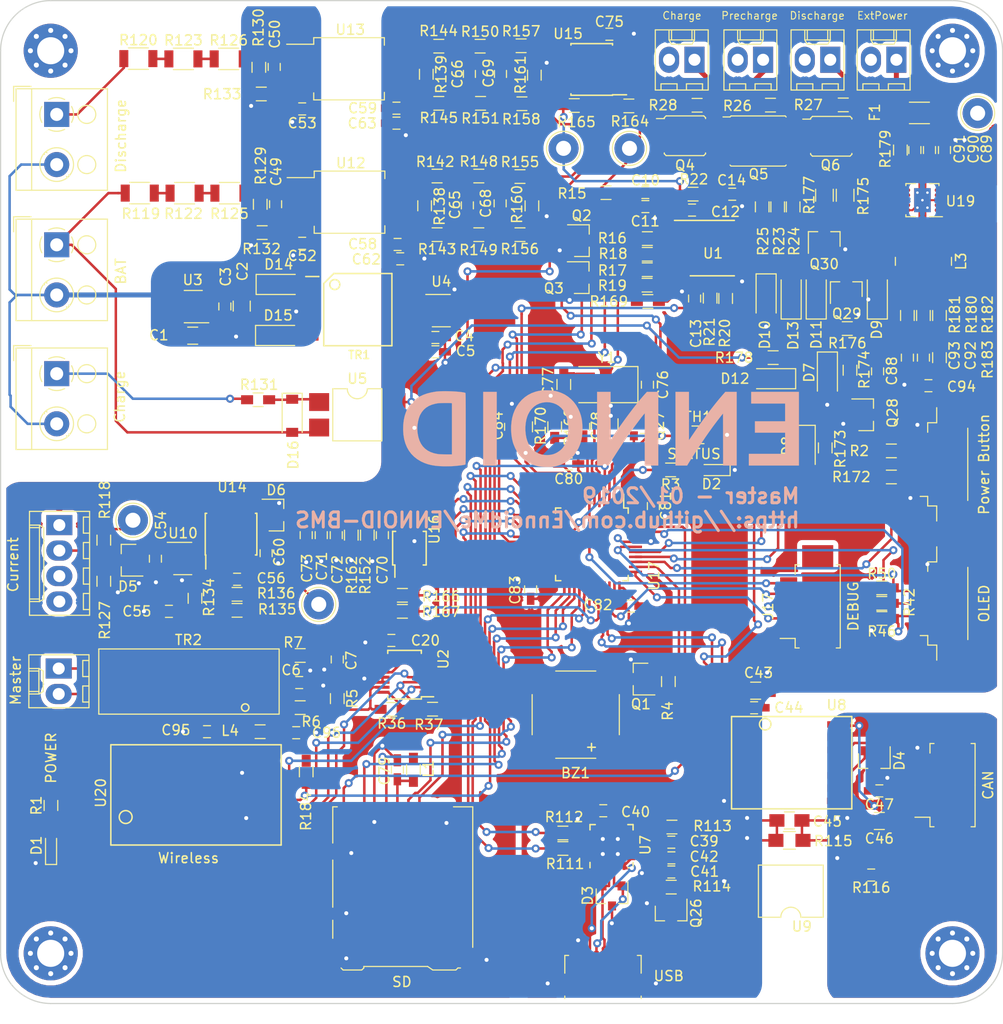
<source format=kicad_pcb>
(kicad_pcb (version 20171130) (host pcbnew "(6.0.0-rc1-dev-1623-g577bb7332)")
  (title_block (title ENNOID-BMS) (rev V0.2) (company ENNOID))
  (layers (0 F.Cu signal) (31 B.Cu signal) (34 B.Paste user) (35 F.Paste user) (36 B.SilkS user) (37 F.SilkS user) (38 B.Mask user) (39 F.Mask user) (44 Edge.Cuts user))
  (net 0 "")
  (net 1 +3V3)
  (net 2 GNDA)
  (net 3 VDD)
  (net 4 GND)
  (net 5 /CAN/CAN_GND)
  (net 6 /CAN/5V_CAN)
  (net 7 "Net-(C49-Pad1)")
  (net 8 "Net-(C49-Pad2)")
  (net 9 "Net-(C50-Pad1)")
  (net 10 "Net-(C50-Pad2)")
  (net 11 "Net-(C55-Pad2)")
  (net 12 "Net-(C56-Pad1)")
  (net 13 "Net-(C56-Pad2)")
  (net 14 "Net-(C60-Pad2)")
  (net 15 "Net-(C65-Pad1)")
  (net 16 "Net-(C65-Pad2)")
  (net 17 "Net-(C66-Pad1)")
  (net 18 "Net-(C66-Pad2)")
  (net 19 "Net-(C68-Pad1)")
  (net 20 "Net-(C68-Pad2)")
  (net 21 "Net-(C69-Pad1)")
  (net 22 "Net-(C69-Pad2)")
  (net 23 "Net-(C70-Pad2)")
  (net 24 /PowerMonitor/Vbat)
  (net 25 "Net-(C72-Pad2)")
  (net 26 "Net-(C76-Pad1)")
  (net 27 "Net-(C77-Pad1)")
  (net 28 /MCU/NRST)
  (net 29 /MCU/NTC_Switch)
  (net 30 "Net-(C88-Pad1)")
  (net 31 "Net-(C88-Pad2)")
  (net 32 "Net-(C92-Pad2)")
  (net 33 "Net-(C93-Pad2)")
  (net 34 "Net-(C94-Pad2)")
  (net 35 "Net-(C95-Pad1)")
  (net 36 "Net-(D1-Pad2)")
  (net 37 "Net-(D2-Pad2)")
  (net 38 "Net-(F1-Pad1)")
  (net 39 /PowerMonitor/BAT+)
  (net 40 /PowerSupply/PushButton)
  (net 41 "Net-(J6-Pad4)")
  (net 42 /PowerMonitor/I)
  (net 43 /switches/Discharge)
  (net 44 /switches/Precharge)
  (net 45 /switches/Charge)
  (net 46 /CAN/Enable_CAN)
  (net 47 /CAN/CANL)
  (net 48 /CAN/CANH)
  (net 49 "Net-(C79-Pad1)")
  (net 50 /MCU/OLED_RST)
  (net 51 /MCU/OLED_SDA)
  (net 52 /MCU/OLED_SCL)
  (net 53 "Net-(L3-Pad2)")
  (net 54 "Net-(Q4-Pad2)")
  (net 55 "Net-(Q5-Pad2)")
  (net 56 "Net-(Q6-Pad2)")
  (net 57 "Net-(C10-Pad2)")
  (net 58 "Net-(R16-Pad2)")
  (net 59 /switches/Enable)
  (net 60 "Net-(R17-Pad2)")
  (net 61 "Net-(R18-Pad2)")
  (net 62 "Net-(R19-Pad2)")
  (net 63 "Net-(R20-Pad1)")
  (net 64 /MCU/VoutSense)
  (net 65 "Net-(C14-Pad2)")
  (net 66 /PowerMonitor/Vpack)
  (net 67 "Net-(R23-Pad1)")
  (net 68 "Net-(R24-Pad1)")
  (net 69 "Net-(R25-Pad1)")
  (net 70 "Net-(D5-Pad3)")
  (net 71 "Net-(R119-Pad2)")
  (net 72 "Net-(R120-Pad2)")
  (net 73 "Net-(R122-Pad2)")
  (net 74 "Net-(R123-Pad2)")
  (net 75 "Net-(R138-Pad1)")
  (net 76 "Net-(R138-Pad2)")
  (net 77 "Net-(R139-Pad1)")
  (net 78 "Net-(R139-Pad2)")
  (net 79 "Net-(R155-Pad2)")
  (net 80 "Net-(R156-Pad2)")
  (net 81 "Net-(R157-Pad2)")
  (net 82 "Net-(R158-Pad2)")
  (net 83 /MCU/ChargeDetect)
  (net 84 /MCU/SCL)
  (net 85 /MCU/MISO)
  (net 86 /MCU/MOSI)
  (net 87 /MCU/SCK)
  (net 88 "Net-(C12-Pad1)")
  (net 89 "Net-(BZ1-Pad2)")
  (net 90 "Net-(C40-Pad1)")
  (net 91 "Net-(C91-Pad2)")
  (net 92 /USB/D-)
  (net 93 /USB/D+)
  (net 94 /MCU/SDCardDetect)
  (net 95 "Net-(J16-Pad2)")
  (net 96 "Net-(J16-Pad3)")
  (net 97 "Net-(J16-Pad5)")
  (net 98 "Net-(J16-Pad7)")
  (net 99 /MCU/SWCLK)
  (net 100 /MCU/SWDIO)
  (net 101 "Net-(L3-Pad1)")
  (net 102 /MCU/PowerLED)
  (net 103 /MCU/LED0)
  (net 104 /MCU/BUZZER)
  (net 105 /MCU/ChargeEnable)
  (net 106 /MCU/DischargeEnable)
  (net 107 /MCU/PreChargeEnable)
  (net 108 "Net-(R111-Pad1)")
  (net 109 /USB/RXD)
  (net 110 "Net-(R112-Pad1)")
  (net 111 /USB/TXD)
  (net 112 "Net-(R113-Pad2)")
  (net 113 "Net-(R116-Pad2)")
  (net 114 /PowerMonitor/Charge+)
  (net 115 /PowerMonitor/Discharge+)
  (net 116 "Net-(R134-Pad1)")
  (net 117 "Net-(D8-Pad1)")
  (net 118 "Net-(D10-Pad1)")
  (net 119 /MCU/PowerEnable)
  (net 120 "Net-(Q30-Pad3)")
  (net 121 "Net-(D12-Pad1)")
  (net 122 "Net-(R179-Pad2)")
  (net 123 /MCU/SPI_WT_SS)
  (net 124 "Net-(R36-Pad1)")
  (net 125 /CAN/CAN_TX)
  (net 126 /CAN/CAN_RX)
  (net 127 /wireless/GDO0)
  (net 128 /PowerSupply/EnableFromExt)
  (net 129 /MCU/PowerButton)
  (net 130 /MCU/SDA)
  (net 131 "Net-(Q27-Pad3)")
  (net 132 /MCU/Safety)
  (net 133 "Net-(U19-Pad9)")
  (net 134 "Net-(U19-Pad6)")
  (net 135 /MCU/PA)
  (net 136 /MCU/MA)
  (net 137 "Net-(R36-Pad2)")
  (net 138 /MCU/SS)
  (net 139 /PowerMonitor/ISO+3.3V)
  (net 140 "Net-(C2-Pad1)")
  (net 141 "Net-(D14-Pad2)")
  (net 142 "Net-(D15-Pad2)")
  (net 143 "Net-(TR1-Pad4)")
  (net 144 "Net-(TR1-Pad6)")
  (net 145 /PowerMonitor/24V)
  (net 146 "Net-(J4-Pad1)")
  (net 147 "Net-(J5-Pad1)")
  (net 148 "Net-(J14-Pad1)")
  (net 149 "Net-(J15-Pad1)")
  (net 150 "Net-(D16-Pad1)")
  (net 151 "Net-(C6-Pad1)")
  (net 152 "Net-(C7-Pad2)")
  (net 153 "Net-(R6-Pad2)")
  (net 154 "Net-(R7-Pad1)")
  (net 155 "Net-(J7-Pad3)")
  (net 156 "Net-(J12-Pad4)")
  (net 157 "Net-(J16-Pad1)")
  (net 158 "Net-(J16-Pad8)")
  (net 159 "Net-(TR2-Pad5)")
  (net 160 "Net-(U3-Pad4)")
  (net 161 "Net-(U7-Pad1)")
  (net 162 "Net-(U7-Pad10)")
  (net 163 "Net-(U7-Pad11)")
  (net 164 "Net-(U7-Pad12)")
  (net 165 "Net-(U7-Pad13)")
  (net 166 "Net-(U7-Pad14)")
  (net 167 "Net-(U7-Pad15)")
  (net 168 "Net-(U7-Pad17)")
  (net 169 "Net-(U7-Pad18)")
  (net 170 "Net-(U7-Pad19)")
  (net 171 "Net-(U7-Pad22)")
  (net 172 "Net-(U7-Pad23)")
  (net 173 "Net-(U7-Pad24)")
  (net 174 "Net-(U10-Pad6)")
  (net 175 "Net-(U10-Pad5)")
  (net 176 "Net-(U14-Pad1)")
  (net 177 "Net-(U14-Pad5)")
  (net 178 "Net-(U14-Pad8)")
  (net 179 "Net-(U16-Pad3)")
  (net 180 "Net-(U16-Pad2)")
  (net 181 "Net-(U16-Pad1)")
  (net 182 "Net-(U17-Pad1)")
  (net 183 "Net-(U20-Pad7)")
  (net 184 "Net-(U20-Pad14)")
  (net 185 "Net-(U20-Pad15)")
  (module Housings_DIP:SMDIP-4_W9.53mm_Clearance8mm (layer F.Cu) (at 78.86684 88.8 180)
    (fp_text reference U9 (at -1.09728 -3.52552 180) (layer F.SilkS))
    (fp_text value SFH617A-2X017T)
    (pad 1 smd rect (at -4.765 -1.27 180) (size 1.5 1.78) (layers F.Cu F.Paste F.Mask) (net 113 "Net-(R116-Pad2)"))
    (pad 3 smd rect (at 4.765 1.27 180) (size 1.5 1.78) (layers F.Cu F.Paste F.Mask) (net 4 GND))
    (pad 2 smd rect (at -4.765 1.27 180) (size 1.5 1.78) (layers F.Cu F.Paste F.Mask) (net 5 /CAN/CAN_GND))
    (pad 4 smd rect (at 4.765 -1.27 180) (size 1.5 1.78) (layers F.Cu F.Paste F.Mask) (net 128 /PowerSupply/EnableFromExt))
  )
  (module Capacitors_SMD:C_0603_HandSoldering (layer F.Cu) (at 29.8 68)
    (fp_text reference C6 (at -0.8 -1.25) (layer F.SilkS))
    (fp_text value 10n)
    (pad 1 smd rect (at -0.95 0) (size 1.2 0.75) (layers F.Cu F.Paste F.Mask) (net 151 "Net-(C6-Pad1)"))
    (pad 2 smd rect (at 0.95 0) (size 1.2 0.75) (layers F.Cu F.Paste F.Mask) (net 4 GND))
  )
  (module ENNOID:A1101R09C (layer F.Cu) (at 12 79.2 90)
    (fp_text reference U20 (at 0.2032 -2.00288 90) (layer F.SilkS))
    (fp_text value A1101R09C00GM)
    (fp_text user Wireless (at -6.3 6.75 180) (layer F.SilkS))
    (pad "" smd rect (at 3.91 0 90) (size 1 1) (layers F.Cu F.Paste F.Mask))
    (pad "" smd rect (at -3.91 0 90) (size 1 1) (layers F.Cu F.Paste F.Mask))
    (pad "" smd rect (at -3.91 4 90) (size 1 1) (layers F.Cu F.Paste F.Mask))
    (pad "" smd rect (at 3.91 4 90) (size 1 1) (layers F.Cu F.Paste F.Mask))
    (pad "" smd rect (at -1 7.25 90) (size 1 1) (layers F.Cu F.Paste F.Mask))
    (pad "" smd rect (at 1 7.25 90) (size 1 1) (layers F.Cu F.Paste F.Mask))
    (pad 1 smd rect (at -4.11 6 90) (size 1.5 0.61) (layers F.Cu F.Paste F.Mask))
    (pad 2 smd rect (at -4.11 7 90) (size 1.5 0.61) (layers F.Cu F.Paste F.Mask))
    (pad 3 smd rect (at -4.11 8 90) (size 1.5 0.61) (layers F.Cu F.Paste F.Mask))
    (pad 4 smd rect (at -4.11 9 90) (size 1.5 0.61) (layers F.Cu F.Paste F.Mask))
    (pad 5 smd rect (at -4.11 10 90) (size 1.5 0.61) (layers F.Cu F.Paste F.Mask))
    (pad 6 smd rect (at -4.11 11 90) (size 1.5 0.61) (layers F.Cu F.Paste F.Mask))
    (pad 7 smd rect (at -4.11 12 90) (size 1.5 0.61) (layers F.Cu F.Paste F.Mask) (net 183 "Net-(U20-Pad7)"))
    (pad 8 smd rect (at -4.11 13 90) (size 1.5 0.61) (layers F.Cu F.Paste F.Mask) (net 4 GND))
    (pad 9 smd rect (at -3.5 14.5 90) (size 0.61 1.5) (layers F.Cu F.Paste F.Mask) (net 87 /MCU/SCK))
    (pad 10 smd rect (at -2.5 14.5 90) (size 0.61 1.5) (layers F.Cu F.Paste F.Mask) (net 85 /MCU/MISO))
    (pad 11 smd rect (at -1.5 14.5 90) (size 0.61 1.5) (layers F.Cu F.Paste F.Mask) (net 86 /MCU/MOSI))
    (pad 12 smd rect (at -0.5 14.5 90) (size 0.61 1.5) (layers F.Cu F.Paste F.Mask) (net 123 /MCU/SPI_WT_SS))
    (pad 13 smd rect (at 0.5 14.5 90) (size 0.61 1.5) (layers F.Cu F.Paste F.Mask) (net 127 /wireless/GDO0))
    (pad 14 smd rect (at 1.5 14.5 90) (size 0.61 1.5) (layers F.Cu F.Paste F.Mask) (net 184 "Net-(U20-Pad14)"))
    (pad 15 smd rect (at 2.5 14.5 90) (size 0.61 1.5) (layers F.Cu F.Paste F.Mask) (net 185 "Net-(U20-Pad15)"))
    (pad 16 smd rect (at 3.5 14.5 90) (size 0.61 1.5) (layers F.Cu F.Paste F.Mask))
    (pad 17 smd rect (at 4.11 13 90) (size 1.5 0.61) (layers F.Cu F.Paste F.Mask) (net 4 GND))
    (pad 18 smd rect (at 4.11 12 90) (size 1.5 0.61) (layers F.Cu F.Paste F.Mask) (net 35 "Net-(C95-Pad1)"))
    (pad 19 smd rect (at 4.11 11 90) (size 1.5 0.61) (layers F.Cu F.Paste F.Mask))
    (pad 20 smd rect (at 4.11 10 90) (size 1.5 0.61) (layers F.Cu F.Paste F.Mask))
    (pad 21 smd rect (at 4.11 9 90) (size 1.5 0.61) (layers F.Cu F.Paste F.Mask))
    (pad 22 smd rect (at 4.11 8 90) (size 1.5 0.61) (layers F.Cu F.Paste F.Mask))
    (pad 23 smd rect (at 4.11 7 90) (size 1.5 0.61) (layers F.Cu F.Paste F.Mask))
    (pad 24 smd rect (at 4.11 6 90) (size 1.5 0.61) (layers F.Cu F.Paste F.Mask))
  )
  (module Resistors_SMD:R_0603_HandSoldering (layer F.Cu) (at 77.1 35.6 180)
    (fp_text reference R178 (at 3.9 0 180) (layer F.SilkS))
    (fp_text value 10k)
    (pad 2 smd rect (at 1.1 0 180) (size 1.2 0.9) (layers F.Cu F.Paste F.Mask) (net 83 /MCU/ChargeDetect))
    (pad 1 smd rect (at -1.1 0 180) (size 1.2 0.9) (layers F.Cu F.Paste F.Mask) (net 121 "Net-(D12-Pad1)"))
  )
  (module Housings_SSOP:TSSOP-16_4.4x5mm_Pitch0.65mm (layer F.Cu) (at 71.03052 24.71748)
    (fp_text reference U1 (at 0.06948 0.48252) (layer F.SilkS))
    (fp_text value BQ76200)
    (pad 1 smd rect (at -2.95 -2.275) (size 1.5 0.45) (layers F.Cu F.Paste F.Mask) (net 88 "Net-(C12-Pad1)"))
    (pad 2 smd rect (at -2.95 -1.625) (size 1.5 0.45) (layers F.Cu F.Paste F.Mask) (net 57 "Net-(C10-Pad2)"))
    (pad 3 smd rect (at -2.95 -0.975) (size 1.5 0.45) (layers F.Cu F.Paste F.Mask))
    (pad 4 smd rect (at -2.95 -0.325) (size 1.5 0.45) (layers F.Cu F.Paste F.Mask) (net 58 "Net-(R16-Pad2)"))
    (pad 5 smd rect (at -2.95 0.325) (size 1.5 0.45) (layers F.Cu F.Paste F.Mask) (net 60 "Net-(R17-Pad2)"))
    (pad 6 smd rect (at -2.95 0.975) (size 1.5 0.45) (layers F.Cu F.Paste F.Mask) (net 61 "Net-(R18-Pad2)"))
    (pad 7 smd rect (at -2.95 1.625) (size 1.5 0.45) (layers F.Cu F.Paste F.Mask) (net 60 "Net-(R17-Pad2)"))
    (pad 8 smd rect (at -2.95 2.275) (size 1.5 0.45) (layers F.Cu F.Paste F.Mask) (net 62 "Net-(R19-Pad2)"))
    (pad 9 smd rect (at 2.95 2.275) (size 1.5 0.45) (layers F.Cu F.Paste F.Mask) (net 4 GND))
    (pad 10 smd rect (at 2.95 1.625) (size 1.5 0.45) (layers F.Cu F.Paste F.Mask) (net 63 "Net-(R20-Pad1)"))
    (pad 11 smd rect (at 2.95 0.975) (size 1.5 0.45) (layers F.Cu F.Paste F.Mask) (net 65 "Net-(C14-Pad2)"))
    (pad 12 smd rect (at 2.95 0.325) (size 1.5 0.45) (layers F.Cu F.Paste F.Mask) (net 68 "Net-(R24-Pad1)"))
    (pad 13 smd rect (at 2.95 -0.325) (size 1.5 0.45) (layers F.Cu F.Paste F.Mask))
    (pad 14 smd rect (at 2.95 -0.975) (size 1.5 0.45) (layers F.Cu F.Paste F.Mask) (net 67 "Net-(R23-Pad1)"))
    (pad 15 smd rect (at 2.95 -1.625) (size 1.5 0.45) (layers F.Cu F.Paste F.Mask))
    (pad 16 smd rect (at 2.95 -2.275) (size 1.5 0.45) (layers F.Cu F.Paste F.Mask) (net 69 "Net-(R25-Pad1)"))
  )
  (module Capacitors_SMD:C_0603_HandSoldering (layer F.Cu) (at 38.1 53.3 90)
    (fp_text reference C70 (at -3.4798 0.01016 90) (layer F.SilkS))
    (fp_text value 100n)
    (pad 1 smd rect (at -0.95 0 90) (size 1.2 0.75) (layers F.Cu F.Paste F.Mask) (net 4 GND))
    (pad 2 smd rect (at 0.95 0 90) (size 1.2 0.75) (layers F.Cu F.Paste F.Mask) (net 23 "Net-(C70-Pad2)"))
  )
  (module Capacitors_SMD:C_0603_HandSoldering (layer F.Cu) (at 32 53.3 270)
    (fp_text reference C71 (at 3.1 -0.06096 270) (layer F.SilkS))
    (fp_text value 100n)
    (pad 1 smd rect (at -0.95 0 270) (size 1.2 0.75) (layers F.Cu F.Paste F.Mask) (net 24 /PowerMonitor/Vbat))
    (pad 2 smd rect (at 0.95 0 270) (size 1.2 0.75) (layers F.Cu F.Paste F.Mask) (net 4 GND))
  )
  (module Housings_SSOP:MSOP-10_3x3mm_Pitch0.5mm (layer F.Cu) (at 40.8 54.6 90)
    (fp_text reference U16 (at 1.87496 2.4928 90) (layer F.SilkS))
    (fp_text value INA226)
    (pad 10 smd rect (at 2.2 -1 90) (size 1.4 0.3) (layers F.Cu F.Paste F.Mask) (net 23 "Net-(C70-Pad2)"))
    (pad 9 smd rect (at 2.2 -0.5 90) (size 1.4 0.3) (layers F.Cu F.Paste F.Mask) (net 25 "Net-(C72-Pad2)"))
    (pad 8 smd rect (at 2.2 0 90) (size 1.4 0.3) (layers F.Cu F.Paste F.Mask) (net 24 /PowerMonitor/Vbat))
    (pad 7 smd rect (at 2.2 0.5 90) (size 1.4 0.3) (layers F.Cu F.Paste F.Mask) (net 4 GND))
    (pad 6 smd rect (at 2.2 1 90) (size 1.4 0.3) (layers F.Cu F.Paste F.Mask) (net 1 +3V3))
    (pad 5 smd rect (at -2.2 1 90) (size 1.4 0.3) (layers F.Cu F.Paste F.Mask) (net 84 /MCU/SCL))
    (pad 4 smd rect (at -2.2 0.5 90) (size 1.4 0.3) (layers F.Cu F.Paste F.Mask) (net 130 /MCU/SDA))
    (pad 3 smd rect (at -2.2 0 90) (size 1.4 0.3) (layers F.Cu F.Paste F.Mask) (net 179 "Net-(U16-Pad3)"))
    (pad 2 smd rect (at -2.2 -0.5 90) (size 1.4 0.3) (layers F.Cu F.Paste F.Mask) (net 180 "Net-(U16-Pad2)"))
    (pad 1 smd rect (at -2.2 -1 90) (size 1.4 0.3) (layers F.Cu F.Paste F.Mask) (net 181 "Net-(U16-Pad1)"))
  )
  (module Housings_SOIC:SOIC-8_3.9x4.9mm_Pitch1.27mm (layer F.Cu) (at 58.99628 6.864 180)
    (fp_text reference U15 (at 2.36728 3.56108 180) (layer F.SilkS))
    (fp_text value OPA2197)
    (pad 1 smd rect (at -2.7 -1.905 180) (size 1.55 0.6) (layers F.Cu F.Paste F.Mask) (net 24 /PowerMonitor/Vbat))
    (pad 2 smd rect (at -2.7 -0.635 180) (size 1.55 0.6) (layers F.Cu F.Paste F.Mask) (net 79 "Net-(R155-Pad2)"))
    (pad 3 smd rect (at -2.7 0.635 180) (size 1.55 0.6) (layers F.Cu F.Paste F.Mask) (net 80 "Net-(R156-Pad2)"))
    (pad 4 smd rect (at -2.7 1.905 180) (size 1.55 0.6) (layers F.Cu F.Paste F.Mask) (net 4 GND))
    (pad 5 smd rect (at 2.7 1.905 180) (size 1.55 0.6) (layers F.Cu F.Paste F.Mask) (net 82 "Net-(R158-Pad2)"))
    (pad 6 smd rect (at 2.7 0.635 180) (size 1.55 0.6) (layers F.Cu F.Paste F.Mask) (net 81 "Net-(R157-Pad2)"))
    (pad 7 smd rect (at 2.7 -0.635 180) (size 1.55 0.6) (layers F.Cu F.Paste F.Mask) (net 66 /PowerMonitor/Vpack))
    (pad 8 smd rect (at 2.7 -1.905 180) (size 1.55 0.6) (layers F.Cu F.Paste F.Mask) (net 145 /PowerMonitor/24V))
  )
  (module TerminalBlock_RND:TerminalBlock_RND_205-00001_Pitch5.00mm (layer F.Cu) (at 5.6 37.2 270)
    (fp_text reference J2 hide)
    (fp_text value Charge (at 2.3 -6.3 270) (layer F.SilkS))
    (pad 2 thru_hole circle (at 5 0 270) (size 2.5 2.5) (drill 1.3) (layers *.Cu *.Mask) (net 2 GNDA))
    (pad 1 thru_hole rect (at 0 0 270) (size 2.5 2.5) (drill 1.3) (layers *.Cu *.Mask) (net 114 /PowerMonitor/Charge+))
  )
  (module Connectors_Card:Hirose_DM3AT-SF-PEJM5 (layer F.Cu) (at 42.9 81.15)
    (fp_text reference J16 hide)
    (fp_text value SD (at -2.85 16.7) (layer F.SilkS))
    (pad 11 smd rect (at 3.9 14.5) (size 1.3 1.9) (layers F.Cu F.Paste F.Mask) (net 4 GND))
    (pad 11 smd rect (at -9.6 14.05) (size 1 2.8) (layers F.Cu F.Paste F.Mask) (net 4 GND))
    (pad 10 smd rect (at -9.6 9.9) (size 1 0.8) (layers F.Cu F.Paste F.Mask) (net 4 GND))
    (pad 11 smd rect (at -9.6 3.7) (size 1 1.2) (layers F.Cu F.Paste F.Mask) (net 4 GND))
    (pad 11 smd rect (at 1.55 -0.6) (size 1 1.2) (layers F.Cu F.Paste F.Mask) (net 4 GND))
    (pad 7 smd rect (at -6.6 -0.6) (size 0.7 1.2) (layers F.Cu F.Paste F.Mask) (net 98 "Net-(J16-Pad7)"))
    (pad 6 smd rect (at -5.5 -0.6) (size 0.7 1.2) (layers F.Cu F.Paste F.Mask) (net 4 GND))
    (pad 5 smd rect (at -4.4 -0.6) (size 0.7 1.2) (layers F.Cu F.Paste F.Mask) (net 97 "Net-(J16-Pad5)"))
    (pad 4 smd rect (at -3.3 -0.6) (size 0.7 1.2) (layers F.Cu F.Paste F.Mask) (net 49 "Net-(C79-Pad1)"))
    (pad 3 smd rect (at -2.2 -0.6) (size 0.7 1.2) (layers F.Cu F.Paste F.Mask) (net 96 "Net-(J16-Pad3)"))
    (pad 2 smd rect (at -1.1 -0.6) (size 0.7 1.2) (layers F.Cu F.Paste F.Mask) (net 95 "Net-(J16-Pad2)"))
    (pad 1 smd rect (at 0 -0.6) (size 0.7 1.2) (layers F.Cu F.Paste F.Mask) (net 157 "Net-(J16-Pad1)"))
    (pad 8 smd rect (at -7.7 -0.6) (size 0.7 1.2) (layers F.Cu F.Paste F.Mask) (net 158 "Net-(J16-Pad8)"))
    (pad 9 smd rect (at -8.65 -0.6) (size 0.7 1.2) (layers F.Cu F.Paste F.Mask) (net 94 /MCU/SDCardDetect))
  )
  (module Housings_QFP:LQFP-48_7x7mm_Pitch0.5mm (layer F.Cu) (at 59.0126 54.21812 270)
    (fp_text reference U17 (at 3.14452 -6.21792 270) (layer F.SilkS))
    (fp_text value STM32F303CCTx)
    (pad 48 smd rect (at -2.75 -4.35) (size 1.3 0.25) (layers F.Cu F.Paste F.Mask) (net 1 +3V3))
    (pad 47 smd rect (at -2.25 -4.35) (size 1.3 0.25) (layers F.Cu F.Paste F.Mask) (net 4 GND))
    (pad 46 smd rect (at -1.75 -4.35) (size 1.3 0.25) (layers F.Cu F.Paste F.Mask) (net 94 /MCU/SDCardDetect))
    (pad 45 smd rect (at -1.25 -4.35) (size 1.3 0.25) (layers F.Cu F.Paste F.Mask) (net 50 /MCU/OLED_RST))
    (pad 44 smd rect (at -0.75 -4.35) (size 1.3 0.25) (layers F.Cu F.Paste F.Mask) (net 4 GND))
    (pad 43 smd rect (at -0.25 -4.35) (size 1.3 0.25) (layers F.Cu F.Paste F.Mask) (net 51 /MCU/OLED_SDA))
    (pad 42 smd rect (at 0.25 -4.35) (size 1.3 0.25) (layers F.Cu F.Paste F.Mask) (net 52 /MCU/OLED_SCL))
    (pad 41 smd rect (at 0.75 -4.35) (size 1.3 0.25) (layers F.Cu F.Paste F.Mask) (net 119 /MCU/PowerEnable))
    (pad 40 smd rect (at 1.25 -4.35) (size 1.3 0.25) (layers F.Cu F.Paste F.Mask) (net 129 /MCU/PowerButton))
    (pad 39 smd rect (at 1.75 -4.35) (size 1.3 0.25) (layers F.Cu F.Paste F.Mask) (net 102 /MCU/PowerLED))
    (pad 38 smd rect (at 2.25 -4.35) (size 1.3 0.25) (layers F.Cu F.Paste F.Mask) (net 104 /MCU/BUZZER))
    (pad 37 smd rect (at 2.75 -4.35) (size 1.3 0.25) (layers F.Cu F.Paste F.Mask) (net 99 /MCU/SWCLK))
    (pad 36 smd rect (at 4.35 -2.75 270) (size 1.3 0.25) (layers F.Cu F.Paste F.Mask) (net 1 +3V3))
    (pad 35 smd rect (at 4.35 -2.25 270) (size 1.3 0.25) (layers F.Cu F.Paste F.Mask) (net 4 GND))
    (pad 34 smd rect (at 4.35 -1.75 270) (size 1.3 0.25) (layers F.Cu F.Paste F.Mask) (net 100 /MCU/SWDIO))
    (pad 33 smd rect (at 4.35 -1.25 270) (size 1.3 0.25) (layers F.Cu F.Paste F.Mask) (net 125 /CAN/CAN_TX))
    (pad 32 smd rect (at 4.35 -0.75 270) (size 1.3 0.25) (layers F.Cu F.Paste F.Mask) (net 126 /CAN/CAN_RX))
    (pad 31 smd rect (at 4.35 -0.25 270) (size 1.3 0.25) (layers F.Cu F.Paste F.Mask) (net 130 /MCU/SDA))
    (pad 30 smd rect (at 4.35 0.25 270) (size 1.3 0.25) (layers F.Cu F.Paste F.Mask) (net 84 /MCU/SCL))
    (pad 29 smd rect (at 4.35 0.75 270) (size 1.3 0.25) (layers F.Cu F.Paste F.Mask) (net 123 /MCU/SPI_WT_SS))
    (pad 28 smd rect (at 4.35 1.25 270) (size 1.3 0.25) (layers F.Cu F.Paste F.Mask) (net 96 "Net-(J16-Pad3)"))
    (pad 27 smd rect (at 4.35 1.75 270) (size 1.3 0.25) (layers F.Cu F.Paste F.Mask) (net 98 "Net-(J16-Pad7)"))
    (pad 26 smd rect (at 4.35 2.25 270) (size 1.3 0.25) (layers F.Cu F.Paste F.Mask) (net 97 "Net-(J16-Pad5)"))
    (pad 25 smd rect (at 4.35 2.75 270) (size 1.3 0.25) (layers F.Cu F.Paste F.Mask) (net 95 "Net-(J16-Pad2)"))
    (pad 24 smd rect (at 2.75 4.35) (size 1.3 0.25) (layers F.Cu F.Paste F.Mask) (net 1 +3V3))
    (pad 23 smd rect (at 2.25 4.35) (size 1.3 0.25) (layers F.Cu F.Paste F.Mask) (net 4 GND))
    (pad 22 smd rect (at 1.75 4.35) (size 1.3 0.25) (layers F.Cu F.Paste F.Mask) (net 107 /MCU/PreChargeEnable))
    (pad 21 smd rect (at 1.25 4.35) (size 1.3 0.25) (layers F.Cu F.Paste F.Mask) (net 106 /MCU/DischargeEnable))
    (pad 20 smd rect (at 0.75 4.35) (size 1.3 0.25) (layers F.Cu F.Paste F.Mask) (net 59 /switches/Enable))
    (pad 19 smd rect (at 0.25 4.35) (size 1.3 0.25) (layers F.Cu F.Paste F.Mask) (net 103 /MCU/LED0))
    (pad 18 smd rect (at -0.25 4.35) (size 1.3 0.25) (layers F.Cu F.Paste F.Mask) (net 105 /MCU/ChargeEnable))
    (pad 17 smd rect (at -0.75 4.35) (size 1.3 0.25) (layers F.Cu F.Paste F.Mask) (net 86 /MCU/MOSI))
    (pad 16 smd rect (at -1.25 4.35) (size 1.3 0.25) (layers F.Cu F.Paste F.Mask) (net 85 /MCU/MISO))
    (pad 15 smd rect (at -1.75 4.35) (size 1.3 0.25) (layers F.Cu F.Paste F.Mask) (net 87 /MCU/SCK))
    (pad 14 smd rect (at -2.25 4.35) (size 1.3 0.25) (layers F.Cu F.Paste F.Mask) (net 138 /MCU/SS))
    (pad 13 smd rect (at -2.75 4.35) (size 1.3 0.25) (layers F.Cu F.Paste F.Mask) (net 109 /USB/RXD))
    (pad 12 smd rect (at -4.35 2.75 270) (size 1.3 0.25) (layers F.Cu F.Paste F.Mask) (net 111 /USB/TXD))
    (pad 11 smd rect (at -4.35 2.25 270) (size 1.3 0.25) (layers F.Cu F.Paste F.Mask) (net 64 /MCU/VoutSense))
    (pad 10 smd rect (at -4.35 1.75 270) (size 1.3 0.25) (layers F.Cu F.Paste F.Mask) (net 29 /MCU/NTC_Switch))
    (pad 9 smd rect (at -4.35 1.25 270) (size 1.3 0.25) (layers F.Cu F.Paste F.Mask) (net 1 +3V3))
    (pad 8 smd rect (at -4.35 0.75 270) (size 1.3 0.25) (layers F.Cu F.Paste F.Mask) (net 4 GND))
    (pad 7 smd rect (at -4.35 0.25 270) (size 1.3 0.25) (layers F.Cu F.Paste F.Mask) (net 28 /MCU/NRST))
    (pad 6 smd rect (at -4.35 -0.25 270) (size 1.3 0.25) (layers F.Cu F.Paste F.Mask) (net 27 "Net-(C77-Pad1)"))
    (pad 5 smd rect (at -4.35 -0.75 270) (size 1.3 0.25) (layers F.Cu F.Paste F.Mask) (net 26 "Net-(C76-Pad1)"))
    (pad 4 smd rect (at -4.35 -1.25 270) (size 1.3 0.25) (layers F.Cu F.Paste F.Mask) (net 127 /wireless/GDO0))
    (pad 3 smd rect (at -4.35 -1.75 270) (size 1.3 0.25) (layers F.Cu F.Paste F.Mask) (net 131 "Net-(Q27-Pad3)"))
    (pad 2 smd rect (at -4.35 -2.25 270) (size 1.3 0.25) (layers F.Cu F.Paste F.Mask) (net 132 /MCU/Safety))
    (pad 1 smd rect (at -4.35 -2.75 270) (size 1.3 0.25) (layers F.Cu F.Paste F.Mask) (net 182 "Net-(U17-Pad1)"))
  )
  (module Connectors_Molex:Molex_PicoBlade_53261-0571_05x1.25mm_Angled (layer F.Cu) (at 80.1 60.4 90)
    (fp_text reference J17 (at 0 -3.5 90) (layer F.SilkS))
    (fp_text value DEBUG (at 0 5 90) (layer F.SilkS))
    (pad "" smd rect (at 5 1.45 90) (size 2.2 3.1) (layers F.Cu F.Paste F.Mask))
    (pad "" smd rect (at -5 1.45 90) (size 2.2 3.1) (layers F.Cu F.Paste F.Mask))
    (pad 5 smd rect (at 2.5 -1.45 90) (size 0.8 1.7) (layers F.Cu F.Paste F.Mask) (net 28 /MCU/NRST))
    (pad 4 smd rect (at 1.25 -1.45 90) (size 0.8 1.7) (layers F.Cu F.Paste F.Mask) (net 100 /MCU/SWDIO))
    (pad 3 smd rect (at 0 -1.45 90) (size 0.8 1.7) (layers F.Cu F.Paste F.Mask) (net 4 GND))
    (pad 2 smd rect (at -1.25 -1.45 90) (size 0.8 1.7) (layers F.Cu F.Paste F.Mask) (net 99 /MCU/SWCLK))
    (pad 1 smd rect (at -2.5 -1.45 90) (size 0.8 1.7) (layers F.Cu F.Paste F.Mask) (net 1 +3V3))
  )
  (module Housings_SOIC:SOIC-8_3.9x4.9mm_Pitch1.27mm (layer F.Cu) (at 23 53.2 90)
    (fp_text reference U14 (at 4.7 0.1 180) (layer F.SilkS))
    (fp_text value OPA376xxD)
    (pad 1 smd rect (at -2.7 -1.905 90) (size 1.55 0.6) (layers F.Cu F.Paste F.Mask) (net 176 "Net-(U14-Pad1)"))
    (pad 2 smd rect (at -2.7 -0.635 90) (size 1.55 0.6) (layers F.Cu F.Paste F.Mask) (net 13 "Net-(C56-Pad2)"))
    (pad 3 smd rect (at -2.7 0.635 90) (size 1.55 0.6) (layers F.Cu F.Paste F.Mask) (net 14 "Net-(C60-Pad2)"))
    (pad 4 smd rect (at -2.7 1.905 90) (size 1.55 0.6) (layers F.Cu F.Paste F.Mask) (net 4 GND))
    (pad 5 smd rect (at 2.7 1.905 90) (size 1.55 0.6) (layers F.Cu F.Paste F.Mask) (net 177 "Net-(U14-Pad5)"))
    (pad 6 smd rect (at 2.7 0.635 90) (size 1.55 0.6) (layers F.Cu F.Paste F.Mask) (net 13 "Net-(C56-Pad2)"))
    (pad 7 smd rect (at 2.7 -0.635 90) (size 1.55 0.6) (layers F.Cu F.Paste F.Mask) (net 1 +3V3))
    (pad 8 smd rect (at 2.7 -1.905 90) (size 1.55 0.6) (layers F.Cu F.Paste F.Mask) (net 178 "Net-(U14-Pad8)"))
  )
  (module Housings_SOIC:SSO-8_6.8x5.9mm_Pitch1.27mm_Clearance8mm (layer F.Cu) (at 34.85 20.1)
    (fp_text reference U12 (at 0.1 -3.9) (layer F.SilkS))
    (fp_text value AMC1301)
    (pad 8 smd rect (at 5.3475 -1.905) (size 1.905 0.64) (layers F.Cu F.Paste F.Mask) (net 1 +3V3))
    (pad 7 smd rect (at 5.3475 -0.635) (size 1.905 0.64) (layers F.Cu F.Paste F.Mask) (net 75 "Net-(R138-Pad1)"))
    (pad 6 smd rect (at 5.3475 0.635) (size 1.905 0.64) (layers F.Cu F.Paste F.Mask) (net 76 "Net-(R138-Pad2)"))
    (pad 5 smd rect (at 5.3475 1.905) (size 1.905 0.64) (layers F.Cu F.Paste F.Mask) (net 4 GND))
    (pad 4 smd rect (at -5.3475 1.905) (size 1.905 0.64) (layers F.Cu F.Paste F.Mask) (net 2 GNDA))
    (pad 3 smd rect (at -5.3475 0.635) (size 1.905 0.64) (layers F.Cu F.Paste F.Mask) (net 8 "Net-(C49-Pad2)"))
    (pad 2 smd rect (at -5.3475 -0.635) (size 1.905 0.64) (layers F.Cu F.Paste F.Mask) (net 7 "Net-(C49-Pad1)"))
    (pad 1 smd rect (at -5.3475 -1.905) (size 1.905 0.64) (layers F.Cu F.Paste F.Mask) (net 139 /PowerMonitor/ISO+3.3V))
  )
  (module TerminalBlock_RND:TerminalBlock_RND_205-00001_Pitch5.00mm (layer F.Cu) (at 5.6 24.35 270)
    (fp_text reference J1 hide)
    (fp_text value BAT (at 2.65 -6.4 270) (layer F.SilkS))
    (pad 2 thru_hole circle (at 5 0 270) (size 2.5 2.5) (drill 1.3) (layers *.Cu *.Mask) (net 2 GNDA))
    (pad 1 thru_hole rect (at 0 0 270) (size 2.5 2.5) (drill 1.3) (layers *.Cu *.Mask) (net 39 /PowerMonitor/BAT+))
  )
  (module Connectors_Molex:Molex_PicoBlade_53261-0571_05x1.25mm_Angled (layer F.Cu) (at 93.55516 78.2284 90)
    (fp_text reference J11 hide)
    (fp_text value CAN (at 0 5 90) (layer F.SilkS))
    (pad "" smd rect (at 5 1.45 90) (size 2.2 3.1) (layers F.Cu F.Paste F.Mask))
    (pad "" smd rect (at -5 1.45 90) (size 2.2 3.1) (layers F.Cu F.Paste F.Mask))
    (pad 5 smd rect (at 2.5 -1.45 90) (size 0.8 1.7) (layers F.Cu F.Paste F.Mask) (net 5 /CAN/CAN_GND))
    (pad 4 smd rect (at 1.25 -1.45 90) (size 0.8 1.7) (layers F.Cu F.Paste F.Mask) (net 47 /CAN/CANL))
    (pad 3 smd rect (at 0 -1.45 90) (size 0.8 1.7) (layers F.Cu F.Paste F.Mask) (net 48 /CAN/CANH))
    (pad 2 smd rect (at -1.25 -1.45 90) (size 0.8 1.7) (layers F.Cu F.Paste F.Mask) (net 6 /CAN/5V_CAN))
    (pad 1 smd rect (at -2.5 -1.45 90) (size 0.8 1.7) (layers F.Cu F.Paste F.Mask) (net 46 /CAN/Enable_CAN))
  )
  (module Package_DirectFET:DirectFET_ST (layer F.Cu) (at 82.8994 13.52756)
    (fp_text reference Q6 (at -0.07112 2.87244 180) (layer F.SilkS))
    (fp_text value IRF6614)
    (pad 2 smd rect (at -0.76 0) (size 0.65 0.65) (layers F.Cu F.Paste F.Mask) (net 56 "Net-(Q6-Pad2)"))
    (pad 3 smd rect (at 0.63 -0.415) (size 0.82 0.6) (layers F.Cu F.Paste F.Mask) (net 43 /switches/Discharge))
    (pad 3 smd rect (at 0.63 0.415) (size 0.82 0.6) (layers F.Cu F.Paste F.Mask) (net 43 /switches/Discharge))
    (pad 1 smd rect (at -2.45 -0.825) (size 0.9 1.25) (layers F.Cu F.Paste F.Mask) (net 145 /PowerMonitor/24V))
    (pad 1 smd rect (at -2.45 0.825) (size 0.9 1.25) (layers F.Cu F.Paste F.Mask) (net 145 /PowerMonitor/24V))
    (pad 1 smd rect (at 2.45 -0.825) (size 0.9 1.25) (layers F.Cu F.Paste F.Mask) (net 145 /PowerMonitor/24V))
    (pad 1 smd rect (at 2.45 0.825) (size 0.9 1.25) (layers F.Cu F.Paste F.Mask) (net 145 /PowerMonitor/24V))
  )
  (module Package_DirectFET:DirectFET_MX (layer F.Cu) (at 75.6 14)
    (fp_text reference Q5 (at 0.04576 3.3074 180) (layer F.SilkS))
    (fp_text value IRF9383M)
    (pad 1 smd rect (at 3.2 -1.175) (size 0.9 1.85) (layers F.Cu F.Paste F.Mask) (net 145 /PowerMonitor/24V))
    (pad 1 smd rect (at 3.2 1.175) (size 0.9 1.85) (layers F.Cu F.Paste F.Mask) (net 145 /PowerMonitor/24V))
    (pad 1 smd rect (at -3.2 1.175) (size 0.9 1.85) (layers F.Cu F.Paste F.Mask) (net 145 /PowerMonitor/24V))
    (pad 1 smd rect (at -3.2 -1.175) (size 0.9 1.85) (layers F.Cu F.Paste F.Mask) (net 145 /PowerMonitor/24V))
    (pad 3 smd rect (at 0.3 0.61) (size 1.45 0.87) (layers F.Cu F.Paste F.Mask) (net 44 /switches/Precharge))
    (pad 3 smd rect (at 0.3 -0.61) (size 1.45 0.87) (layers F.Cu F.Paste F.Mask) (net 44 /switches/Precharge))
    (pad 2 smd rect (at -1.45 0) (size 0.75 0.75) (layers F.Cu F.Paste F.Mask) (net 55 "Net-(Q5-Pad2)"))
  )
  (module Capacitors_SMD:C_0603_HandSoldering (layer F.Cu) (at 92.1 35.6 90)
    (fp_text reference C92 (at 0.2 4.7 90) (layer F.SilkS))
    (fp_text value 10u)
    (pad 1 smd rect (at -0.95 0 90) (size 1.2 0.75) (layers F.Cu F.Paste F.Mask) (net 4 GND))
    (pad 2 smd rect (at 0.95 0 90) (size 1.2 0.75) (layers F.Cu F.Paste F.Mask) (net 32 "Net-(C92-Pad2)"))
  )
  (module Capacitors_SMD:C_0805_HandSoldering (layer F.Cu) (at 19.17248 33.40928)
    (fp_text reference C1 (at -3.38328 -0.04572) (layer F.SilkS))
    (fp_text value 22u)
    (pad 2 smd rect (at 1.25 0) (size 1.5 1.25) (layers F.Cu F.Paste F.Mask) (net 2 GNDA))
    (pad 1 smd rect (at -1.25 0) (size 1.5 1.25) (layers F.Cu F.Paste F.Mask) (net 139 /PowerMonitor/ISO+3.3V))
  )
  (module Fuse_Holders_and_Fuses:Fuse_SMD1206_HandSoldering (layer F.Cu) (at 91.7 11.2)
    (fp_text reference F1 (at -4.451 -0.0494 270) (layer F.SilkS))
    (fp_text value Fuse)
    (pad 1 smd rect (at -2.09 0 90) (size 2.03 2.65) (layers F.Cu F.Paste F.Mask) (net 38 "Net-(F1-Pad1)"))
    (pad 2 smd rect (at 2.09 0 90) (size 2.03 2.65) (layers F.Cu F.Paste F.Mask) (net 145 /PowerMonitor/24V))
  )
  (module TO_SOT_Packages_SMD:SOT-23 (layer F.Cu) (at 87.2 75.8 270)
    (fp_text reference D4 (at 0 -2.5 270) (layer F.SilkS))
    (fp_text value SZNUP2105L)
    (pad 1 smd rect (at -1 -0.95 270) (size 0.9 0.8) (layers F.Cu F.Paste F.Mask) (net 47 /CAN/CANL))
    (pad 2 smd rect (at -1 0.95 270) (size 0.9 0.8) (layers F.Cu F.Paste F.Mask) (net 48 /CAN/CANH))
    (pad 3 smd rect (at 1 0 270) (size 0.9 0.8) (layers F.Cu F.Paste F.Mask) (net 5 /CAN/CAN_GND))
  )
  (module TO_SOT_Packages_SMD:SOT-23 (layer F.Cu) (at 63.2 42.4 270)
    (fp_text reference Q27 (at 0 -2.5 270) (layer F.SilkS))
    (fp_text value BSS138)
    (pad 1 smd rect (at -1 -0.95 270) (size 0.9 0.8) (layers F.Cu F.Paste F.Mask) (net 83 /MCU/ChargeDetect))
    (pad 2 smd rect (at -1 0.95 270) (size 0.9 0.8) (layers F.Cu F.Paste F.Mask) (net 4 GND))
    (pad 3 smd rect (at 1 0 270) (size 0.9 0.8) (layers F.Cu F.Paste F.Mask) (net 131 "Net-(Q27-Pad3)"))
  )
  (module TO_SOT_Packages_SMD:SOT-23 (layer F.Cu) (at 57.98508 23.93516)
    (fp_text reference Q2 (at 0 -2.5) (layer F.SilkS))
    (fp_text value BSS138)
    (pad 1 smd rect (at -1 -0.95) (size 0.9 0.8) (layers F.Cu F.Paste F.Mask) (net 132 /MCU/Safety))
    (pad 2 smd rect (at -1 0.95) (size 0.9 0.8) (layers F.Cu F.Paste F.Mask) (net 4 GND))
    (pad 3 smd rect (at 1 0) (size 0.9 0.8) (layers F.Cu F.Paste F.Mask) (net 105 /MCU/ChargeEnable))
  )
  (module Crystals:Crystal_SMD_Abracon_ABM3-2pin_5.0x3.2mm (layer F.Cu) (at 60.40452 38.29232 180)
    (fp_text reference Y1 (at -0.09548 2.69232 180) (layer F.SilkS))
    (fp_text value 8MHz)
    (pad 1 smd rect (at -2.05 0 180) (size 1.9 2.4) (layers F.Cu F.Paste F.Mask) (net 26 "Net-(C76-Pad1)"))
    (pad 2 smd rect (at 2.05 0 180) (size 1.9 2.4) (layers F.Cu F.Paste F.Mask) (net 27 "Net-(C77-Pad1)"))
  )
  (module ENNOID:ISO1050 (layer F.Cu) (at 78.951241 75.990321)
    (fp_text reference U8 (at 4.479479 -5.742601) (layer F.SilkS))
    (fp_text value ISO1050DUBR)
    (pad 1 smd rect (at -4.725 -3.81) (size 2.35 0.65) (layers F.Cu F.Paste F.Mask) (net 1 +3V3))
    (pad 2 smd rect (at -4.725 -1.27) (size 2.35 0.65) (layers F.Cu F.Paste F.Mask) (net 126 /CAN/CAN_RX))
    (pad 3 smd rect (at -4.725 1.27) (size 2.35 0.65) (layers F.Cu F.Paste F.Mask) (net 125 /CAN/CAN_TX))
    (pad 4 smd rect (at -4.725 3.81) (size 2.35 0.65) (layers F.Cu F.Paste F.Mask) (net 4 GND))
    (pad 5 smd rect (at 4.7 3.81) (size 2.35 0.65) (layers F.Cu F.Paste F.Mask) (net 5 /CAN/CAN_GND))
    (pad 6 smd rect (at 4.725 1.27) (size 2.35 0.65) (layers F.Cu F.Paste F.Mask) (net 48 /CAN/CANH))
    (pad 7 smd rect (at 4.725 -1.27) (size 2.35 0.65) (layers F.Cu F.Paste F.Mask) (net 47 /CAN/CANL))
    (pad 8 smd rect (at 4.725 -3.81) (size 2.35 0.65) (layers F.Cu F.Paste F.Mask) (net 6 /CAN/5V_CAN))
  )
  (module Resistors_SMD:R_0805_HandSoldering (layer F.Cu) (at 69.6 43.3 180)
    (fp_text reference TH1 (at 0 1.8 180) (layer F.SilkS))
    (fp_text value Thermistor_NTC)
    (pad 1 smd rect (at -1.35 0 180) (size 1.5 1.3) (layers F.Cu F.Paste F.Mask) (net 4 GND))
    (pad 2 smd rect (at 1.35 0 180) (size 1.5 1.3) (layers F.Cu F.Paste F.Mask) (net 29 /MCU/NTC_Switch))
  )
  (module Resistors_SMD:R_0603_HandSoldering (layer F.Cu) (at 30.5 76.9 270)
    (fp_text reference R184 (at 3.9624 0.0254 270) (layer F.SilkS))
    (fp_text value 4.75k)
    (pad 1 smd rect (at -1.1 0 270) (size 1.2 0.9) (layers F.Cu F.Paste F.Mask) (net 1 +3V3))
    (pad 2 smd rect (at 1.1 0 270) (size 1.2 0.9) (layers F.Cu F.Paste F.Mask) (net 123 /MCU/SPI_WT_SS))
  )
  (module Resistors_SMD:R_0603_HandSoldering (layer F.Cu) (at 93.7 35.6 270)
    (fp_text reference R183 (at 0.2 -4.8 270) (layer F.SilkS))
    (fp_text value 1)
    (pad 1 smd rect (at -1.1 0 270) (size 1.2 0.9) (layers F.Cu F.Paste F.Mask) (net 1 +3V3))
    (pad 2 smd rect (at 1.1 0 270) (size 1.2 0.9) (layers F.Cu F.Paste F.Mask) (net 34 "Net-(C94-Pad2)"))
  )
  (module Resistors_SMD:R_0603_HandSoldering (layer F.Cu) (at 93.7 31.4 270)
    (fp_text reference R182 (at -0.1 -4.8 270) (layer F.SilkS))
    (fp_text value 1)
    (pad 1 smd rect (at -1.1 0 270) (size 1.2 0.9) (layers F.Cu F.Paste F.Mask) (net 53 "Net-(L3-Pad2)"))
    (pad 2 smd rect (at 1.1 0 270) (size 1.2 0.9) (layers F.Cu F.Paste F.Mask) (net 1 +3V3))
  )
  (module Resistors_SMD:R_0603_HandSoldering (layer F.Cu) (at 90.5 31.4 270)
    (fp_text reference R181 (at -0.1 -4.72888 270) (layer F.SilkS))
    (fp_text value 1)
    (pad 1 smd rect (at -1.1 0 270) (size 1.2 0.9) (layers F.Cu F.Paste F.Mask) (net 53 "Net-(L3-Pad2)"))
    (pad 2 smd rect (at 1.1 0 270) (size 1.2 0.9) (layers F.Cu F.Paste F.Mask) (net 33 "Net-(C93-Pad2)"))
  )
  (module Resistors_SMD:R_0603_HandSoldering (layer F.Cu) (at 92.1 31.4 270)
    (fp_text reference R180 (at -0.1 -4.8 270) (layer F.SilkS))
    (fp_text value 1)
    (pad 1 smd rect (at -1.1 0 270) (size 1.2 0.9) (layers F.Cu F.Paste F.Mask) (net 53 "Net-(L3-Pad2)"))
    (pad 2 smd rect (at 1.1 0 270) (size 1.2 0.9) (layers F.Cu F.Paste F.Mask) (net 32 "Net-(C92-Pad2)"))
  )
  (module Resistors_SMD:R_0603_HandSoldering (layer F.Cu) (at 89.8 14.9 270)
    (fp_text reference R179 (at -0.1 1.5 270) (layer F.SilkS))
    (fp_text value 130k)
    (pad 1 smd rect (at -1.1 0 270) (size 1.2 0.9) (layers F.Cu F.Paste F.Mask) (net 4 GND))
    (pad 2 smd rect (at 1.1 0 270) (size 1.2 0.9) (layers F.Cu F.Paste F.Mask) (net 122 "Net-(R179-Pad2)"))
  )
  (module Resistors_SMD:R_0805_HandSoldering (layer F.Cu) (at 82.22132 19.4096 90)
    (fp_text reference R177 (at 0.0096 -1.52132 90) (layer F.SilkS))
    (fp_text value 4.7M)
    (pad 1 smd rect (at -1.35 0 90) (size 1.5 1.3) (layers F.Cu F.Paste F.Mask) (net 120 "Net-(Q30-Pad3)"))
    (pad 2 smd rect (at 1.35 0 90) (size 1.5 1.3) (layers F.Cu F.Paste F.Mask) (net 145 /PowerMonitor/24V))
  )
  (module Resistors_SMD:R_0603_HandSoldering (layer F.Cu) (at 84.5 32.7)
    (fp_text reference R176 (at 0 1.45796) (layer F.SilkS))
    (fp_text value 10k)
    (pad 1 smd rect (at -1.1 0) (size 1.2 0.9) (layers F.Cu F.Paste F.Mask) (net 119 /MCU/PowerEnable))
    (pad 2 smd rect (at 1.1 0) (size 1.2 0.9) (layers F.Cu F.Paste F.Mask) (net 4 GND))
  )
  (module Resistors_SMD:R_0805_HandSoldering (layer F.Cu) (at 84.2838 19.4096 90)
    (fp_text reference R175 (at -0.0904 1.8162 90) (layer F.SilkS))
    (fp_text value 4.7M)
    (pad 1 smd rect (at -1.35 0 90) (size 1.5 1.3) (layers F.Cu F.Paste F.Mask) (net 118 "Net-(D10-Pad1)"))
    (pad 2 smd rect (at 1.35 0 90) (size 1.5 1.3) (layers F.Cu F.Paste F.Mask) (net 145 /PowerMonitor/24V))
  )
  (module Resistors_SMD:R_0603_HandSoldering (layer F.Cu) (at 84.77144 36.85592 270)
    (fp_text reference R174 (at -0.05592 -1.42856 270) (layer F.SilkS))
    (fp_text value 1M)
    (pad 1 smd rect (at -1.1 0 270) (size 1.2 0.9) (layers F.Cu F.Paste F.Mask) (net 30 "Net-(C88-Pad1)"))
    (pad 2 smd rect (at 1.1 0 270) (size 1.2 0.9) (layers F.Cu F.Paste F.Mask) (net 31 "Net-(C88-Pad2)"))
  )
  (module Resistors_SMD:R_0603_HandSoldering (layer F.Cu) (at 82.3 44.6 90)
    (fp_text reference R173 (at -0.1 1.5 90) (layer F.SilkS))
    (fp_text value 10k)
    (pad 1 smd rect (at -1.1 0 90) (size 1.2 0.9) (layers F.Cu F.Paste F.Mask) (net 30 "Net-(C88-Pad1)"))
    (pad 2 smd rect (at 1.1 0 90) (size 1.2 0.9) (layers F.Cu F.Paste F.Mask) (net 117 "Net-(D8-Pad1)"))
  )
  (module Resistors_SMD:R_0603_HandSoldering (layer F.Cu) (at 88.9 47.5 180)
    (fp_text reference R172 (at 4 0 180) (layer F.SilkS))
    (fp_text value 100)
    (pad 1 smd rect (at -1.1 0 180) (size 1.2 0.9) (layers F.Cu F.Paste F.Mask) (net 40 /PowerSupply/PushButton))
    (pad 2 smd rect (at 1.1 0 180) (size 1.2 0.9) (layers F.Cu F.Paste F.Mask) (net 30 "Net-(C88-Pad1)"))
  )
  (module Resistors_SMD:R_0603_HandSoldering (layer F.Cu) (at 52.4 42.5 270)
    (fp_text reference R170 (at -0.1 -1.5 270) (layer F.SilkS))
    (fp_text value 1k)
    (pad 1 smd rect (at -1.1 0 270) (size 1.2 0.9) (layers F.Cu F.Paste F.Mask) (net 1 +3V3))
    (pad 2 smd rect (at 1.1 0 270) (size 1.2 0.9) (layers F.Cu F.Paste F.Mask) (net 29 /MCU/NTC_Switch))
  )
  (module Resistors_SMD:R_0603_HandSoldering (layer F.Cu) (at 64.6 30)
    (fp_text reference R169 (at -3.9 0) (layer F.SilkS))
    (fp_text value 10k)
    (pad 1 smd rect (at -1.1 0) (size 1.2 0.9) (layers F.Cu F.Paste F.Mask) (net 59 /switches/Enable))
    (pad 2 smd rect (at 1.1 0) (size 1.2 0.9) (layers F.Cu F.Paste F.Mask) (net 4 GND))
  )
  (module Resistors_SMD:R_0603_HandSoldering (layer F.Cu) (at 55.3 42.5 270)
    (fp_text reference R168 (at 0 -1.5 270) (layer F.SilkS))
    (fp_text value 10k)
    (pad 1 smd rect (at -1.1 0 270) (size 1.2 0.9) (layers F.Cu F.Paste F.Mask) (net 1 +3V3))
    (pad 2 smd rect (at 1.1 0 270) (size 1.2 0.9) (layers F.Cu F.Paste F.Mask) (net 28 /MCU/NRST))
  )
  (module Resistors_SMD:R_0603_HandSoldering (layer F.Cu) (at 40.1 60.9)
    (fp_text reference R167 (at 3.844949 0.045321) (layer F.SilkS))
    (fp_text value 4.75k)
    (pad 1 smd rect (at -1.1 0) (size 1.2 0.9) (layers F.Cu F.Paste F.Mask) (net 1 +3V3))
    (pad 2 smd rect (at 1.1 0) (size 1.2 0.9) (layers F.Cu F.Paste F.Mask) (net 130 /MCU/SDA))
  )
  (module Resistors_SMD:R_0603_HandSoldering (layer F.Cu) (at 40.1 59.3)
    (fp_text reference R166 (at 3.860189 0.1) (layer F.SilkS))
    (fp_text value 4.75k)
    (pad 1 smd rect (at -1.1 0) (size 1.2 0.9) (layers F.Cu F.Paste F.Mask) (net 1 +3V3))
    (pad 2 smd rect (at 1.1 0) (size 1.2 0.9) (layers F.Cu F.Paste F.Mask) (net 84 /MCU/SCL))
  )
  (module Resistors_SMD:R_0603_HandSoldering (layer F.Cu) (at 57.25384 10.46064 180)
    (fp_text reference R165 (at -0.20828 -1.651 180) (layer F.SilkS))
    (fp_text value 10k)
    (pad 1 smd rect (at -1.1 0 180) (size 1.2 0.9) (layers F.Cu F.Paste F.Mask) (net 81 "Net-(R157-Pad2)"))
    (pad 2 smd rect (at 1.1 0 180) (size 1.2 0.9) (layers F.Cu F.Paste F.Mask) (net 66 /PowerMonitor/Vpack))
  )
  (module Resistors_SMD:R_0603_HandSoldering (layer F.Cu) (at 62.7 10.5)
    (fp_text reference R164 (at 0.10668 1.54432) (layer F.SilkS))
    (fp_text value 10k)
    (pad 1 smd rect (at -1.1 0) (size 1.2 0.9) (layers F.Cu F.Paste F.Mask) (net 79 "Net-(R155-Pad2)"))
    (pad 2 smd rect (at 1.1 0) (size 1.2 0.9) (layers F.Cu F.Paste F.Mask) (net 24 /PowerMonitor/Vbat))
  )
  (module Resistors_SMD:R_0603_HandSoldering (layer F.Cu) (at 35 53.3 270)
    (fp_text reference R162 (at 3.97764 -0.0508 270) (layer F.SilkS))
    (fp_text value 220)
    (pad 1 smd rect (at -1.1 0 270) (size 1.2 0.9) (layers F.Cu F.Paste F.Mask) (net 25 "Net-(C72-Pad2)"))
    (pad 2 smd rect (at 1.1 0 270) (size 1.2 0.9) (layers F.Cu F.Paste F.Mask) (net 4 GND))
  )
  (module Resistors_SMD:R_0603_HandSoldering (layer F.Cu) (at 53.26944 7.43524 270)
    (fp_text reference R161 (at -0.03556 1.38176 270) (layer F.SilkS))
    (fp_text value 10k)
    (pad 1 smd rect (at -1.1 0 270) (size 1.2 0.9) (layers F.Cu F.Paste F.Mask) (net 82 "Net-(R158-Pad2)"))
    (pad 2 smd rect (at 1.1 0 270) (size 1.2 0.9) (layers F.Cu F.Paste F.Mask) (net 4 GND))
  )
  (module Resistors_SMD:R_0603_HandSoldering (layer F.Cu) (at 53.0256 20.46544 270)
    (fp_text reference R160 (at -0.14732 1.48336 270) (layer F.SilkS))
    (fp_text value 10k)
    (pad 1 smd rect (at -1.1 0 270) (size 1.2 0.9) (layers F.Cu F.Paste F.Mask) (net 80 "Net-(R156-Pad2)"))
    (pad 2 smd rect (at 1.1 0 270) (size 1.2 0.9) (layers F.Cu F.Paste F.Mask) (net 4 GND))
  )
  (module Resistors_SMD:R_0603_HandSoldering (layer F.Cu) (at 52.02992 10.28512)
    (fp_text reference R158 (at -0.06604 1.53924) (layer F.SilkS))
    (fp_text value 5.6k)
    (pad 1 smd rect (at -1.1 0) (size 1.2 0.9) (layers F.Cu F.Paste F.Mask) (net 22 "Net-(C69-Pad2)"))
    (pad 2 smd rect (at 1.1 0) (size 1.2 0.9) (layers F.Cu F.Paste F.Mask) (net 82 "Net-(R158-Pad2)"))
  )
  (module Resistors_SMD:R_0603_HandSoldering (layer F.Cu) (at 51.94864 4.50408)
    (fp_text reference R157 (at 0 -1.45) (layer F.SilkS))
    (fp_text value 5.6k)
    (pad 1 smd rect (at -1.1 0) (size 1.2 0.9) (layers F.Cu F.Paste F.Mask) (net 21 "Net-(C69-Pad1)"))
    (pad 2 smd rect (at 1.1 0) (size 1.2 0.9) (layers F.Cu F.Paste F.Mask) (net 81 "Net-(R157-Pad2)"))
  )
  (module Resistors_SMD:R_0603_HandSoldering (layer F.Cu) (at 51.83688 23.34072)
    (fp_text reference R156 (at -0.02032 1.42748) (layer F.SilkS))
    (fp_text value 5.6k)
    (pad 1 smd rect (at -1.1 0) (size 1.2 0.9) (layers F.Cu F.Paste F.Mask) (net 20 "Net-(C68-Pad2)"))
    (pad 2 smd rect (at 1.1 0) (size 1.2 0.9) (layers F.Cu F.Paste F.Mask) (net 80 "Net-(R156-Pad2)"))
  )
  (module Resistors_SMD:R_0603_HandSoldering (layer F.Cu) (at 51.83688 17.54444)
    (fp_text reference R155 (at 0 -1.45) (layer F.SilkS))
    (fp_text value 5.6k)
    (pad 1 smd rect (at -1.1 0) (size 1.2 0.9) (layers F.Cu F.Paste F.Mask) (net 19 "Net-(C68-Pad1)"))
    (pad 2 smd rect (at 1.1 0) (size 1.2 0.9) (layers F.Cu F.Paste F.Mask) (net 79 "Net-(R155-Pad2)"))
  )
  (module Resistors_SMD:R_0603_HandSoldering (layer F.Cu) (at 36.6 53.3 270)
    (fp_text reference R152 (at 4 0.2 270) (layer F.SilkS))
    (fp_text value 220)
    (pad 1 smd rect (at -1.1 0 270) (size 1.2 0.9) (layers F.Cu F.Paste F.Mask) (net 13 "Net-(C56-Pad2)"))
    (pad 2 smd rect (at 1.1 0 270) (size 1.2 0.9) (layers F.Cu F.Paste F.Mask) (net 23 "Net-(C70-Pad2)"))
  )
  (module Resistors_SMD:R_0603_HandSoldering (layer F.Cu) (at 47.89988 10.24448)
    (fp_text reference R151 (at 0 1.4986) (layer F.SilkS))
    (fp_text value 1k)
    (pad 1 smd rect (at -1.1 0) (size 1.2 0.9) (layers F.Cu F.Paste F.Mask) (net 18 "Net-(C66-Pad2)"))
    (pad 2 smd rect (at 1.1 0) (size 1.2 0.9) (layers F.Cu F.Paste F.Mask) (net 22 "Net-(C69-Pad2)"))
  )
  (module Resistors_SMD:R_0603_HandSoldering (layer F.Cu) (at 47.85924 4.54472)
    (fp_text reference R150 (at 0 -1.45) (layer F.SilkS))
    (fp_text value 1k)
    (pad 1 smd rect (at -1.1 0) (size 1.2 0.9) (layers F.Cu F.Paste F.Mask) (net 17 "Net-(C66-Pad1)"))
    (pad 2 smd rect (at 1.1 0) (size 1.2 0.9) (layers F.Cu F.Paste F.Mask) (net 21 "Net-(C69-Pad1)"))
  )
  (module Resistors_SMD:R_0603_HandSoldering (layer F.Cu) (at 47.72716 23.34072)
    (fp_text reference R149 (at -0.0254 1.524) (layer F.SilkS))
    (fp_text value 1k)
    (pad 1 smd rect (at -1.1 0) (size 1.2 0.9) (layers F.Cu F.Paste F.Mask) (net 16 "Net-(C65-Pad2)"))
    (pad 2 smd rect (at 1.1 0) (size 1.2 0.9) (layers F.Cu F.Paste F.Mask) (net 20 "Net-(C68-Pad2)"))
  )
  (module Resistors_SMD:R_0603_HandSoldering (layer F.Cu) (at 47.72716 17.49364)
    (fp_text reference R148 (at 0 -1.45) (layer F.SilkS))
    (fp_text value 1k)
    (pad 1 smd rect (at -1.1 0) (size 1.2 0.9) (layers F.Cu F.Paste F.Mask) (net 15 "Net-(C65-Pad1)"))
    (pad 2 smd rect (at 1.1 0) (size 1.2 0.9) (layers F.Cu F.Paste F.Mask) (net 19 "Net-(C68-Pad1)"))
  )
  (module Resistors_SMD:R_0603_HandSoldering (layer F.Cu) (at 43.73428 10.24448 180)
    (fp_text reference R145 (at 0 -1.45 180) (layer F.SilkS))
    (fp_text value 100)
    (pad 1 smd rect (at -1.1 0 180) (size 1.2 0.9) (layers F.Cu F.Paste F.Mask) (net 18 "Net-(C66-Pad2)"))
    (pad 2 smd rect (at 1.1 0 180) (size 1.2 0.9) (layers F.Cu F.Paste F.Mask) (net 78 "Net-(R139-Pad2)"))
  )
  (module Resistors_SMD:R_0603_HandSoldering (layer F.Cu) (at 43.73428 4.54472 180)
    (fp_text reference R144 (at 0.02812 1.51892 180) (layer F.SilkS))
    (fp_text value 100)
    (pad 1 smd rect (at -1.1 0 180) (size 1.2 0.9) (layers F.Cu F.Paste F.Mask) (net 17 "Net-(C66-Pad1)"))
    (pad 2 smd rect (at 1.1 0 180) (size 1.2 0.9) (layers F.Cu F.Paste F.Mask) (net 77 "Net-(R139-Pad1)"))
  )
  (module Resistors_SMD:R_0603_HandSoldering (layer F.Cu) (at 43.56156 23.34072 180)
    (fp_text reference R143 (at 0 -1.45 180) (layer F.SilkS))
    (fp_text value 100)
    (pad 1 smd rect (at -1.1 0 180) (size 1.2 0.9) (layers F.Cu F.Paste F.Mask) (net 16 "Net-(C65-Pad2)"))
    (pad 2 smd rect (at 1.1 0 180) (size 1.2 0.9) (layers F.Cu F.Paste F.Mask) (net 76 "Net-(R138-Pad2)"))
  )
  (module Resistors_SMD:R_0603_HandSoldering (layer F.Cu) (at 43.56156 17.49364 180)
    (fp_text reference R142 (at 0.18796 1.4224 180) (layer F.SilkS))
    (fp_text value 100)
    (pad 1 smd rect (at -1.1 0 180) (size 1.2 0.9) (layers F.Cu F.Paste F.Mask) (net 15 "Net-(C65-Pad1)"))
    (pad 2 smd rect (at 1.1 0 180) (size 1.2 0.9) (layers F.Cu F.Paste F.Mask) (net 75 "Net-(R138-Pad1)"))
  )
  (module Resistors_SMD:R_0603_HandSoldering (layer F.Cu) (at 42.4846 7.34888 270)
    (fp_text reference R139 (at 0.00508 -1.49352 270) (layer F.SilkS))
    (fp_text value 1k)
    (pad 1 smd rect (at -1.1 0 270) (size 1.2 0.9) (layers F.Cu F.Paste F.Mask) (net 77 "Net-(R139-Pad1)"))
    (pad 2 smd rect (at 1.1 0 270) (size 1.2 0.9) (layers F.Cu F.Paste F.Mask) (net 78 "Net-(R139-Pad2)"))
  )
  (module Resistors_SMD:R_0603_HandSoldering (layer F.Cu) (at 42.31696 20.458 270)
    (fp_text reference R138 (at 0.05824 -1.49352 270) (layer F.SilkS))
    (fp_text value 1k)
    (pad 1 smd rect (at -1.1 0 270) (size 1.2 0.9) (layers F.Cu F.Paste F.Mask) (net 75 "Net-(R138-Pad1)"))
    (pad 2 smd rect (at 1.1 0 270) (size 1.2 0.9) (layers F.Cu F.Paste F.Mask) (net 76 "Net-(R138-Pad2)"))
  )
  (module Resistors_SMD:R_0603_HandSoldering (layer F.Cu) (at 23.6 59.2 180)
    (fp_text reference R136 (at -3.9 0.1 180) (layer F.SilkS))
    (fp_text value 5.1k)
    (pad 1 smd rect (at -1.1 0 180) (size 1.2 0.9) (layers F.Cu F.Paste F.Mask) (net 12 "Net-(C56-Pad1)"))
    (pad 2 smd rect (at 1.1 0 180) (size 1.2 0.9) (layers F.Cu F.Paste F.Mask) (net 14 "Net-(C60-Pad2)"))
  )
  (module Resistors_SMD:R_0603_HandSoldering (layer F.Cu) (at 23.6 60.8)
    (fp_text reference R135 (at 4 -0.1) (layer F.SilkS))
    (fp_text value 6.8k)
    (pad 1 smd rect (at -1.1 0) (size 1.2 0.9) (layers F.Cu F.Paste F.Mask) (net 11 "Net-(C55-Pad2)"))
    (pad 2 smd rect (at 1.1 0) (size 1.2 0.9) (layers F.Cu F.Paste F.Mask) (net 12 "Net-(C56-Pad1)"))
  )
  (module Resistors_SMD:R_0603_HandSoldering (layer F.Cu) (at 19.4 59.6 270)
    (fp_text reference R134 (at -0.1 -1.4 270) (layer F.SilkS))
    (fp_text value 910)
    (pad 1 smd rect (at -1.1 0 270) (size 1.2 0.9) (layers F.Cu F.Paste F.Mask) (net 116 "Net-(R134-Pad1)"))
    (pad 2 smd rect (at 1.1 0 270) (size 1.2 0.9) (layers F.Cu F.Paste F.Mask) (net 11 "Net-(C55-Pad2)"))
  )
  (module Resistors_SMD:R_0603_HandSoldering (layer F.Cu) (at 26.01676 9.3116 180)
    (fp_text reference R133 (at 3.9116 -0.01524 180) (layer F.SilkS))
    (fp_text value 1k)
    (pad 1 smd rect (at -1.1 0 180) (size 1.2 0.9) (layers F.Cu F.Paste F.Mask) (net 10 "Net-(C50-Pad2)"))
    (pad 2 smd rect (at 1.1 0 180) (size 1.2 0.9) (layers F.Cu F.Paste F.Mask) (net 2 GNDA))
  )
  (module Resistors_SMD:R_0603_HandSoldering (layer F.Cu) (at 26.1042 23.13244 180)
    (fp_text reference R132 (at 0.06604 -1.6256 180) (layer F.SilkS))
    (fp_text value 1k)
    (pad 1 smd rect (at -1.1 0 180) (size 1.2 0.9) (layers F.Cu F.Paste F.Mask) (net 8 "Net-(C49-Pad2)"))
    (pad 2 smd rect (at 1.1 0 180) (size 1.2 0.9) (layers F.Cu F.Paste F.Mask) (net 2 GNDA))
  )
  (module Resistors_SMD:R_0603_HandSoldering (layer F.Cu) (at 25.77292 6.65476 270)
    (fp_text reference R130 (at -3.96748 0.03556 270) (layer F.SilkS))
    (fp_text value 1k)
    (pad 1 smd rect (at -1.1 0 270) (size 1.2 0.9) (layers F.Cu F.Paste F.Mask) (net 9 "Net-(C50-Pad1)"))
    (pad 2 smd rect (at 1.1 0 270) (size 1.2 0.9) (layers F.Cu F.Paste F.Mask) (net 2 GNDA))
  )
  (module Resistors_SMD:R_0603_HandSoldering (layer F.Cu) (at 25.91116 20.31304 270)
    (fp_text reference R129 (at -3.85064 -0.0508 270) (layer F.SilkS))
    (fp_text value 1k)
    (pad 1 smd rect (at -1.1 0 270) (size 1.2 0.9) (layers F.Cu F.Paste F.Mask) (net 7 "Net-(C49-Pad1)"))
    (pad 2 smd rect (at 1.1 0 270) (size 1.2 0.9) (layers F.Cu F.Paste F.Mask) (net 2 GNDA))
  )
  (module Resistors_SMD:R_0603_HandSoldering (layer F.Cu) (at 10.3 57.9 270)
    (fp_text reference R127 (at 3.9 -0.1 270) (layer F.SilkS))
    (fp_text value 100k)
    (pad 1 smd rect (at -1.1 0 270) (size 1.2 0.9) (layers F.Cu F.Paste F.Mask) (net 70 "Net-(D5-Pad3)"))
    (pad 2 smd rect (at 1.1 0 270) (size 1.2 0.9) (layers F.Cu F.Paste F.Mask) (net 4 GND))
  )
  (module Resistors_SMD:R_1206 (layer F.Cu) (at 22.76556 5.81148)
    (fp_text reference R126 (at 0 -1.85) (layer F.SilkS))
    (fp_text value 500k)
    (pad 1 smd rect (at -1.45 0) (size 0.9 1.7) (layers F.Cu F.Paste F.Mask) (net 74 "Net-(R123-Pad2)"))
    (pad 2 smd rect (at 1.45 0) (size 0.9 1.7) (layers F.Cu F.Paste F.Mask) (net 9 "Net-(C50-Pad1)"))
  )
  (module Resistors_SMD:R_1206 (layer F.Cu) (at 22.83776 19.20052)
    (fp_text reference R125 (at 0 2.04948) (layer F.SilkS))
    (fp_text value 500k)
    (pad 1 smd rect (at -1.45 0) (size 0.9 1.7) (layers F.Cu F.Paste F.Mask) (net 73 "Net-(R122-Pad2)"))
    (pad 2 smd rect (at 1.45 0) (size 0.9 1.7) (layers F.Cu F.Paste F.Mask) (net 7 "Net-(C49-Pad1)"))
  )
  (module Resistors_SMD:R_1206 (layer F.Cu) (at 18.24436 5.81148)
    (fp_text reference R123 (at 0 -1.85) (layer F.SilkS))
    (fp_text value 500k)
    (pad 1 smd rect (at -1.45 0) (size 0.9 1.7) (layers F.Cu F.Paste F.Mask) (net 72 "Net-(R120-Pad2)"))
    (pad 2 smd rect (at 1.45 0) (size 0.9 1.7) (layers F.Cu F.Paste F.Mask) (net 74 "Net-(R123-Pad2)"))
  )
  (module Resistors_SMD:R_1206 (layer F.Cu) (at 18.36228 19.20052)
    (fp_text reference R122 (at -0.11228 2.04948) (layer F.SilkS))
    (fp_text value 500k)
    (pad 1 smd rect (at -1.45 0) (size 0.9 1.7) (layers F.Cu F.Paste F.Mask) (net 71 "Net-(R119-Pad2)"))
    (pad 2 smd rect (at 1.45 0) (size 0.9 1.7) (layers F.Cu F.Paste F.Mask) (net 73 "Net-(R122-Pad2)"))
  )
  (module Resistors_SMD:R_1206 (layer F.Cu) (at 13.74856 5.78608)
    (fp_text reference R120 (at 0 -1.85) (layer F.SilkS))
    (fp_text value 500k)
    (pad 1 smd rect (at -1.45 0) (size 0.9 1.7) (layers F.Cu F.Paste F.Mask) (net 115 /PowerMonitor/Discharge+))
    (pad 2 smd rect (at 1.45 0) (size 0.9 1.7) (layers F.Cu F.Paste F.Mask) (net 72 "Net-(R120-Pad2)"))
  )
  (module Resistors_SMD:R_1206 (layer F.Cu) (at 13.8868 19.19544)
    (fp_text reference R119 (at 0.1132 2.05456) (layer F.SilkS))
    (fp_text value 500k)
    (pad 1 smd rect (at -1.45 0) (size 0.9 1.7) (layers F.Cu F.Paste F.Mask) (net 39 /PowerMonitor/BAT+))
    (pad 2 smd rect (at 1.45 0) (size 0.9 1.7) (layers F.Cu F.Paste F.Mask) (net 71 "Net-(R119-Pad2)"))
  )
  (module Resistors_SMD:R_0603_HandSoldering (layer F.Cu) (at 10.3 53.8 270)
    (fp_text reference R118 (at -4 -0.1 270) (layer F.SilkS))
    (fp_text value 220)
    (pad 1 smd rect (at -1.1 0 270) (size 1.2 0.9) (layers F.Cu F.Paste F.Mask) (net 42 /PowerMonitor/I))
    (pad 2 smd rect (at 1.1 0 270) (size 1.2 0.9) (layers F.Cu F.Paste F.Mask) (net 70 "Net-(D5-Pad3)"))
  )
  (module Capacitors_SMD:C_0603_HandSoldering (layer F.Cu) (at 86.88812 87.1946 180)
    (fp_text reference R116 (at 0 -1.25 180) (layer F.SilkS))
    (fp_text value 2.2k)
    (pad 1 smd rect (at -0.95 0 180) (size 1.2 0.75) (layers F.Cu F.Paste F.Mask) (net 46 /CAN/Enable_CAN))
    (pad 2 smd rect (at 0.95 0 180) (size 1.2 0.75) (layers F.Cu F.Paste F.Mask) (net 113 "Net-(R116-Pad2)"))
  )
  (module Resistors_SMD:R_0603_HandSoldering (layer F.Cu) (at 66.9296 88.39688 180)
    (fp_text reference R114 (at -4.05384 0.0762 180) (layer F.SilkS))
    (fp_text value 10k)
    (pad 2 smd rect (at 1.1 0 180) (size 1.2 0.9) (layers F.Cu F.Paste F.Mask) (net 4 GND))
    (pad 1 smd rect (at -1.1 0 180) (size 1.2 0.9) (layers F.Cu F.Paste F.Mask) (net 3 VDD))
  )
  (module Resistors_SMD:R_0603_HandSoldering (layer F.Cu) (at 67.00072 82.40756 180)
    (fp_text reference R113 (at -4.05384 0.1016 180) (layer F.SilkS))
    (fp_text value 10k)
    (pad 2 smd rect (at 1.1 0 180) (size 1.2 0.9) (layers F.Cu F.Paste F.Mask) (net 112 "Net-(R113-Pad2)"))
    (pad 1 smd rect (at -1.1 0 180) (size 1.2 0.9) (layers F.Cu F.Paste F.Mask) (net 3 VDD))
  )
  (module Resistors_SMD:R_0603_HandSoldering (layer F.Cu) (at 56.11936 82.999 180)
    (fp_text reference R112 (at -0.11684 1.59004 180) (layer F.SilkS))
    (fp_text value 240)
    (pad 2 smd rect (at 1.1 0 180) (size 1.2 0.9) (layers F.Cu F.Paste F.Mask) (net 111 /USB/TXD))
    (pad 1 smd rect (at -1.1 0 180) (size 1.2 0.9) (layers F.Cu F.Paste F.Mask) (net 110 "Net-(R112-Pad1)"))
  )
  (module Resistors_SMD:R_0603_HandSoldering (layer F.Cu) (at 56.11936 84.54332 180)
    (fp_text reference R111 (at -0.21336 -1.53924 180) (layer F.SilkS))
    (fp_text value 240)
    (pad 2 smd rect (at 1.1 0 180) (size 1.2 0.9) (layers F.Cu F.Paste F.Mask) (net 109 /USB/RXD))
    (pad 1 smd rect (at -1.1 0 180) (size 1.2 0.9) (layers F.Cu F.Paste F.Mask) (net 108 "Net-(R111-Pad1)"))
  )
  (module Resistors_SMD:R_0603_HandSoldering (layer F.Cu) (at 87.94176 58.55544 180)
    (fp_text reference R50 (at -0.00824 1.40544 180) (layer F.SilkS))
    (fp_text value 4.75k)
    (pad 1 smd rect (at -1.1 0 180) (size 1.2 0.9) (layers F.Cu F.Paste F.Mask) (net 52 /MCU/OLED_SCL))
    (pad 2 smd rect (at 1.1 0 180) (size 1.2 0.9) (layers F.Cu F.Paste F.Mask) (net 1 +3V3))
  )
  (module Resistors_SMD:R_0603_HandSoldering (layer F.Cu) (at 87.957 61.60852)
    (fp_text reference R46 (at -0.007 1.29148) (layer F.SilkS))
    (fp_text value 4.75k)
    (pad 1 smd rect (at -1.1 0) (size 1.2 0.9) (layers F.Cu F.Paste F.Mask) (net 4 GND))
    (pad 2 smd rect (at 1.1 0) (size 1.2 0.9) (layers F.Cu F.Paste F.Mask) (net 50 /MCU/OLED_RST))
  )
  (module Resistors_SMD:R_0603_HandSoldering (layer F.Cu) (at 87.94176 60.09976 180)
    (fp_text reference R42 (at -2.75824 0.09976 270) (layer F.SilkS))
    (fp_text value 4.75k)
    (pad 1 smd rect (at -1.1 0 180) (size 1.2 0.9) (layers F.Cu F.Paste F.Mask) (net 51 /MCU/OLED_SDA))
    (pad 2 smd rect (at 1.1 0 180) (size 1.2 0.9) (layers F.Cu F.Paste F.Mask) (net 1 +3V3))
  )
  (module Resistors_SMD:R_0603_HandSoldering (layer F.Cu) (at 69.511806 10.436833)
    (fp_text reference R28 (at -3.4036 -0.01016) (layer F.SilkS))
    (fp_text value 4.7M)
    (pad 1 smd rect (at -1.1 0) (size 1.2 0.9) (layers F.Cu F.Paste F.Mask) (net 54 "Net-(Q4-Pad2)"))
    (pad 2 smd rect (at 1.1 0) (size 1.2 0.9) (layers F.Cu F.Paste F.Mask) (net 45 /switches/Charge))
  )
  (module Resistors_SMD:R_0603_HandSoldering (layer F.Cu) (at 76.834964 10.423315 180)
    (fp_text reference R26 (at 3.29692 -0.07112 180) (layer F.SilkS))
    (fp_text value 4.7M)
    (pad 2 smd rect (at 1.1 0 180) (size 1.2 0.9) (layers F.Cu F.Paste F.Mask) (net 55 "Net-(Q5-Pad2)"))
    (pad 1 smd rect (at -1.1 0 180) (size 1.2 0.9) (layers F.Cu F.Paste F.Mask) (net 145 /PowerMonitor/24V))
  )
  (module Resistors_SMD:R_0603_HandSoldering (layer F.Cu) (at 76.01012 20.5668 90)
    (fp_text reference R25 (at -3.4332 0.08988 90) (layer F.SilkS))
    (fp_text value 10)
    (pad 1 smd rect (at -1.1 0 90) (size 1.2 0.9) (layers F.Cu F.Paste F.Mask) (net 69 "Net-(R25-Pad1)"))
    (pad 2 smd rect (at 1.1 0 90) (size 1.2 0.9) (layers F.Cu F.Paste F.Mask) (net 54 "Net-(Q4-Pad2)"))
  )
  (module Resistors_SMD:R_0603_HandSoldering (layer F.Cu) (at 79.09876 20.5668 90)
    (fp_text reference R24 (at -3.4332 0.10124 90) (layer F.SilkS))
    (fp_text value 10)
    (pad 1 smd rect (at -1.1 0 90) (size 1.2 0.9) (layers F.Cu F.Paste F.Mask) (net 68 "Net-(R24-Pad1)"))
    (pad 2 smd rect (at 1.1 0 90) (size 1.2 0.9) (layers F.Cu F.Paste F.Mask) (net 56 "Net-(Q6-Pad2)"))
  )
  (module Resistors_SMD:R_0603_HandSoldering (layer F.Cu) (at 77.55444 20.5668 90)
    (fp_text reference R23 (at -3.4332 0.14556 90) (layer F.SilkS))
    (fp_text value 10)
    (pad 1 smd rect (at -1.1 0 90) (size 1.2 0.9) (layers F.Cu F.Paste F.Mask) (net 67 "Net-(R23-Pad1)"))
    (pad 2 smd rect (at 1.1 0 90) (size 1.2 0.9) (layers F.Cu F.Paste F.Mask) (net 55 "Net-(Q5-Pad2)"))
  )
  (module Resistors_SMD:R_0603_HandSoldering (layer F.Cu) (at 69.11028 19.29712 180)
    (fp_text reference R22 (at -0.0762 1.48336 180) (layer F.SilkS))
    (fp_text value 100)
    (pad 1 smd rect (at -1.1 0 180) (size 1.2 0.9) (layers F.Cu F.Paste F.Mask) (net 65 "Net-(C14-Pad2)"))
    (pad 2 smd rect (at 1.1 0 180) (size 1.2 0.9) (layers F.Cu F.Paste F.Mask) (net 66 /PowerMonitor/Vpack))
  )
  (module Resistors_SMD:R_0603_HandSoldering (layer F.Cu) (at 70.8126 29.66876 90)
    (fp_text reference R21 (at -3.37312 -0.06096 90) (layer F.SilkS))
    (fp_text value 2.2k)
    (pad 1 smd rect (at -1.1 0 90) (size 1.2 0.9) (layers F.Cu F.Paste F.Mask) (net 64 /MCU/VoutSense))
    (pad 2 smd rect (at 1.1 0 90) (size 1.2 0.9) (layers F.Cu F.Paste F.Mask) (net 4 GND))
  )
  (module Resistors_SMD:R_0603_HandSoldering (layer F.Cu) (at 72.362 29.7 270)
    (fp_text reference R20 (at 3.46456 0.08128 270) (layer F.SilkS))
    (fp_text value 33k)
    (pad 1 smd rect (at -1.1 0 270) (size 1.2 0.9) (layers F.Cu F.Paste F.Mask) (net 63 "Net-(R20-Pad1)"))
    (pad 2 smd rect (at 1.1 0 270) (size 1.2 0.9) (layers F.Cu F.Paste F.Mask) (net 64 /MCU/VoutSense))
  )
  (module Resistors_SMD:R_0603_HandSoldering (layer F.Cu) (at 64.51796 28.37508)
    (fp_text reference R19 (at -3.46456 0.04064) (layer F.SilkS))
    (fp_text value 10k)
    (pad 1 smd rect (at -1.1 0) (size 1.2 0.9) (layers F.Cu F.Paste F.Mask) (net 107 /MCU/PreChargeEnable))
    (pad 2 smd rect (at 1.1 0) (size 1.2 0.9) (layers F.Cu F.Paste F.Mask) (net 62 "Net-(R19-Pad2)"))
  )
  (module Resistors_SMD:R_0603_HandSoldering (layer F.Cu) (at 64.53828 25.2966)
    (fp_text reference R18 (at -3.41376 -0.05588) (layer F.SilkS))
    (fp_text value 10k)
    (pad 1 smd rect (at -1.1 0) (size 1.2 0.9) (layers F.Cu F.Paste F.Mask) (net 106 /MCU/DischargeEnable))
    (pad 2 smd rect (at 1.1 0) (size 1.2 0.9) (layers F.Cu F.Paste F.Mask) (net 61 "Net-(R18-Pad2)"))
  )
  (module Resistors_SMD:R_0603_HandSoldering (layer F.Cu) (at 64.53828 26.83076)
    (fp_text reference R17 (at -3.48488 0.0762) (layer F.SilkS))
    (fp_text value 10k)
    (pad 1 smd rect (at -1.1 0) (size 1.2 0.9) (layers F.Cu F.Paste F.Mask) (net 59 /switches/Enable))
    (pad 2 smd rect (at 1.1 0) (size 1.2 0.9) (layers F.Cu F.Paste F.Mask) (net 60 "Net-(R17-Pad2)"))
  )
  (module Resistors_SMD:R_0603_HandSoldering (layer F.Cu) (at 64.54844 23.73196)
    (fp_text reference R16 (at -3.50012 -0.04064) (layer F.SilkS))
    (fp_text value 10k)
    (pad 1 smd rect (at -1.1 0) (size 1.2 0.9) (layers F.Cu F.Paste F.Mask) (net 105 /MCU/ChargeEnable))
    (pad 2 smd rect (at 1.1 0) (size 1.2 0.9) (layers F.Cu F.Paste F.Mask) (net 58 "Net-(R16-Pad2)"))
  )
  (module Resistors_SMD:R_0603_HandSoldering (layer F.Cu) (at 60.42348 19.1498)
    (fp_text reference R15 (at -3.39344 0.08128) (layer F.SilkS))
    (fp_text value 100)
    (pad 1 smd rect (at -1.1 0) (size 1.2 0.9) (layers F.Cu F.Paste F.Mask) (net 24 /PowerMonitor/Vbat))
    (pad 2 smd rect (at 1.1 0) (size 1.2 0.9) (layers F.Cu F.Paste F.Mask) (net 57 "Net-(C10-Pad2)"))
  )
  (module Resistors_SMD:R_0603_HandSoldering (layer F.Cu) (at 66.64584 67.90068 270)
    (fp_text reference R4 (at 2.93116 0.06604 270) (layer F.SilkS))
    (fp_text value 1.5k)
    (pad 1 smd rect (at -1.1 0 270) (size 1.2 0.9) (layers F.Cu F.Paste F.Mask) (net 4 GND))
    (pad 2 smd rect (at 1.1 0 270) (size 1.2 0.9) (layers F.Cu F.Paste F.Mask) (net 104 /MCU/BUZZER))
  )
  (module Resistors_SMD:R_0603_HandSoldering (layer F.Cu) (at 66.86928 46.7946 180)
    (fp_text reference R3 (at 0 -1.45 180) (layer F.SilkS))
    (fp_text value 470)
    (pad 1 smd rect (at -1.1 0 180) (size 1.2 0.9) (layers F.Cu F.Paste F.Mask) (net 37 "Net-(D2-Pad2)"))
    (pad 2 smd rect (at 1.1 0 180) (size 1.2 0.9) (layers F.Cu F.Paste F.Mask) (net 103 /MCU/LED0))
  )
  (module Resistors_SMD:R_0603_HandSoldering (layer F.Cu) (at 88.9 44.9 180)
    (fp_text reference R2 (at 3.2 0 180) (layer F.SilkS))
    (fp_text value 470)
    (pad 1 smd rect (at -1.1 0 180) (size 1.2 0.9) (layers F.Cu F.Paste F.Mask) (net 41 "Net-(J6-Pad4)"))
    (pad 2 smd rect (at 1.1 0 180) (size 1.2 0.9) (layers F.Cu F.Paste F.Mask) (net 102 /MCU/PowerLED))
  )
  (module Resistors_SMD:R_0603_HandSoldering (layer F.Cu) (at 5.02532 80.25564 90)
    (fp_text reference R1 (at 0 -1.45 90) (layer F.SilkS))
    (fp_text value 470)
    (pad 1 smd rect (at -1.1 0 90) (size 1.2 0.9) (layers F.Cu F.Paste F.Mask) (net 36 "Net-(D1-Pad2)"))
    (pad 2 smd rect (at 1.1 0 90) (size 1.2 0.9) (layers F.Cu F.Paste F.Mask) (net 1 +3V3))
  )
  (module Package_DirectFET:DirectFET_ST (layer F.Cu) (at 68.298327 13.475274)
    (fp_text reference Q4 (at 0.004439 2.961559 180) (layer F.SilkS))
    (fp_text value IRF6614)
    (pad 2 smd rect (at -0.76 0) (size 0.65 0.65) (layers F.Cu F.Paste F.Mask) (net 54 "Net-(Q4-Pad2)"))
    (pad 3 smd rect (at 0.63 -0.415) (size 0.82 0.6) (layers F.Cu F.Paste F.Mask) (net 45 /switches/Charge))
    (pad 3 smd rect (at 0.63 0.415) (size 0.82 0.6) (layers F.Cu F.Paste F.Mask) (net 45 /switches/Charge))
    (pad 1 smd rect (at -2.45 -0.825) (size 0.9 1.25) (layers F.Cu F.Paste F.Mask) (net 145 /PowerMonitor/24V))
    (pad 1 smd rect (at -2.45 0.825) (size 0.9 1.25) (layers F.Cu F.Paste F.Mask) (net 145 /PowerMonitor/24V))
    (pad 1 smd rect (at 2.45 -0.825) (size 0.9 1.25) (layers F.Cu F.Paste F.Mask) (net 145 /PowerMonitor/24V))
    (pad 1 smd rect (at 2.45 0.825) (size 0.9 1.25) (layers F.Cu F.Paste F.Mask) (net 145 /PowerMonitor/24V))
  )
  (module Inductors_SMD:L_0603_HandSoldering (layer F.Cu) (at 25.9 72.9)
    (fp_text reference L4 (at -3 -0.1) (layer F.SilkS))
    (fp_text value BLM18PG330SN1D)
    (pad 1 smd rect (at -1.1 0) (size 1.2 0.9) (layers F.Cu F.Paste F.Mask) (net 35 "Net-(C95-Pad1)"))
    (pad 2 smd rect (at 1.1 0) (size 1.2 0.9) (layers F.Cu F.Paste F.Mask) (net 1 +3V3))
  )
  (module Inductors_SMD:L_Wuerth_WE-PD2-Typ-MS (layer F.Cu) (at 92.1 26 270)
    (fp_text reference L3 (at 0 -3.75 270) (layer F.SilkS))
    (fp_text value 744043151)
    (pad 1 smd rect (at -1.93 0 270) (size 2.15 5.5) (layers F.Cu F.Paste F.Mask) (net 101 "Net-(L3-Pad1)"))
    (pad 2 smd rect (at 1.93 0 270) (size 2.15 5.5) (layers F.Cu F.Paste F.Mask) (net 53 "Net-(L3-Pad2)"))
  )
  (module Inductors_SMD:L_0603_HandSoldering (layer F.Cu) (at 41.2 76.7 90)
    (fp_text reference L1 (at 0.1 1.5 90) (layer F.SilkS))
    (fp_text value BLM18PG330SN1D)
    (pad 2 smd rect (at 1.1 0 90) (size 1.2 0.9) (layers F.Cu F.Paste F.Mask) (net 1 +3V3))
    (pad 1 smd rect (at -1.1 0 90) (size 1.2 0.9) (layers F.Cu F.Paste F.Mask) (net 49 "Net-(C79-Pad1)"))
  )
  (module Connectors_USB:USB_Micro-B_Molex_47346-0001 (layer F.Cu) (at 60.11876 98.11784)
    (fp_text reference J12 hide)
    (fp_text value USB (at 6.56336 -0.85852 180) (layer F.SilkS))
    (pad 6 smd rect (at 0.84 0) (size 1.175 1.9) (layers F.Cu F.Paste F.Mask) (net 4 GND))
    (pad 6 smd rect (at -0.84 0) (size 1.175 1.9) (layers F.Cu F.Paste F.Mask) (net 4 GND))
    (pad 6 smd rect (at 2.91 0) (size 2.375 1.9) (layers F.Cu F.Paste F.Mask) (net 4 GND))
    (pad 6 smd rect (at -2.91 0) (size 2.375 1.9) (layers F.Cu F.Paste F.Mask) (net 4 GND))
    (pad 6 smd rect (at 2.4625 -2.3) (size 1.475 2.1) (layers F.Cu F.Paste F.Mask) (net 4 GND))
    (pad 6 smd rect (at -2.4625 -2.3) (size 1.475 2.1) (layers F.Cu F.Paste F.Mask) (net 4 GND))
    (pad 5 smd rect (at 1.3 -2.66) (size 0.45 1.38) (layers F.Cu F.Paste F.Mask) (net 4 GND))
    (pad 4 smd rect (at 0.65 -2.66) (size 0.45 1.38) (layers F.Cu F.Paste F.Mask) (net 156 "Net-(J12-Pad4)"))
    (pad 3 smd rect (at 0 -2.66) (size 0.45 1.38) (layers F.Cu F.Paste F.Mask) (net 93 /USB/D+))
    (pad 2 smd rect (at -0.65 -2.66) (size 0.45 1.38) (layers F.Cu F.Paste F.Mask) (net 92 /USB/D-))
    (pad 1 smd rect (at -1.3 -2.66) (size 0.45 1.38) (layers F.Cu F.Paste F.Mask) (net 3 VDD))
  )
  (module Connectors_Molex:Molex_KK-6410-02_02x2.54mm_Straight (layer F.Cu) (at 69.25 5.9 180)
    (fp_text reference J10 hide)
    (fp_text value Charge (at 1.25 4.4 180) (layer F.SilkS) (effects (font (size 0.75 0.75) (thickness 0.1))))
    (pad 1 thru_hole rect (at 0 0 180) (size 2 2.6) (drill 1.2) (layers *.Cu *.Mask) (net 45 /switches/Charge))
    (pad 2 thru_hole oval (at 2.54 0 180) (size 2 2.6) (drill 1.2) (layers *.Cu *.Mask) (net 4 GND))
  )
  (module Connectors_Molex:Molex_KK-6410-02_02x2.54mm_Straight (layer F.Cu) (at 76.1 5.9 180)
    (fp_text reference J9 hide)
    (fp_text value Precharge (at 1.35 4.4 180) (layer F.SilkS) (effects (font (size 0.75 0.75) (thickness 0.1))))
    (pad 1 thru_hole rect (at 0 0 180) (size 2 2.6) (drill 1.2) (layers *.Cu *.Mask) (net 44 /switches/Precharge))
    (pad 2 thru_hole oval (at 2.54 0 180) (size 2 2.6) (drill 1.2) (layers *.Cu *.Mask) (net 4 GND))
  )
  (module Connectors_Molex:Molex_KK-6410-02_02x2.54mm_Straight (layer F.Cu) (at 82.8 5.9 180)
    (fp_text reference J8 hide)
    (fp_text value Discharge (at 1.3 4.4 180) (layer F.SilkS) (effects (font (size 0.75 0.75) (thickness 0.1))))
    (pad 1 thru_hole rect (at 0 0 180) (size 2 2.6) (drill 1.2) (layers *.Cu *.Mask) (net 43 /switches/Discharge))
    (pad 2 thru_hole oval (at 2.54 0 180) (size 2 2.6) (drill 1.2) (layers *.Cu *.Mask) (net 4 GND))
  )
  (module Connectors_Molex:Molex_KK-6410-04_04x2.54mm_Straight (layer F.Cu) (at 5.86168 52.3 270)
    (fp_text reference J7 hide)
    (fp_text value Current (at 3.95 4.61168 270) (layer F.SilkS))
    (pad 1 thru_hole rect (at 0 0 270) (size 2 2.6) (drill 1.2) (layers *.Cu *.Mask) (net 1 +3V3))
    (pad 2 thru_hole oval (at 2.54 0 270) (size 2 2.6) (drill 1.2) (layers *.Cu *.Mask) (net 42 /PowerMonitor/I))
    (pad 3 thru_hole oval (at 5.08 0 270) (size 2 2.6) (drill 1.2) (layers *.Cu *.Mask) (net 155 "Net-(J7-Pad3)"))
    (pad 4 thru_hole oval (at 7.62 0 270) (size 2 2.6) (drill 1.2) (layers *.Cu *.Mask) (net 4 GND))
  )
  (module Connectors_Molex:Molex_KK-6410-02_02x2.54mm_Straight (layer F.Cu) (at 89.4 5.9 180)
    (fp_text reference J3 hide)
    (fp_text value ExtPower (at 1.4 4.4 180) (layer F.SilkS) (effects (font (size 0.75 0.75) (thickness 0.1))))
    (pad 1 thru_hole rect (at 0 0 180) (size 2 2.6) (drill 1.2) (layers *.Cu *.Mask) (net 38 "Net-(F1-Pad1)"))
    (pad 2 thru_hole oval (at 2.54 0 180) (size 2 2.6) (drill 1.2) (layers *.Cu *.Mask) (net 4 GND))
  )
  (module LEDs:LED_0603_HandSoldering (layer F.Cu) (at 71.010759 46.814239 180)
    (fp_text reference D2 (at 0.062239 -1.392601 180) (layer F.SilkS))
    (fp_text value STATUS (at 1.810759 1.614239 180) (layer F.SilkS))
    (pad 1 smd rect (at -1.1 0 180) (size 1.2 0.9) (layers F.Cu F.Paste F.Mask) (net 4 GND))
    (pad 2 smd rect (at 1.1 0 180) (size 1.2 0.9) (layers F.Cu F.Paste F.Mask) (net 37 "Net-(D2-Pad2)"))
  )
  (module LEDs:LED_0603_HandSoldering (layer F.Cu) (at 5.03548 84.33996 90)
    (fp_text reference D1 (at 0.09144 -1.45796 90) (layer F.SilkS))
    (fp_text value POWER (at 8.81888 0 90) (layer F.SilkS))
    (pad 1 smd rect (at -1.1 0 90) (size 1.2 0.9) (layers F.Cu F.Paste F.Mask) (net 4 GND))
    (pad 2 smd rect (at 1.1 0 90) (size 1.2 0.9) (layers F.Cu F.Paste F.Mask) (net 36 "Net-(D1-Pad2)"))
  )
  (module Capacitors_SMD:C_0603 (layer F.Cu) (at 29.5 73)
    (fp_text reference C96 (at 3.0226 -0.00508) (layer F.SilkS))
    (fp_text value 2.2u)
    (pad 2 smd rect (at 0.75 0) (size 0.8 0.75) (layers F.Cu F.Paste F.Mask) (net 4 GND))
    (pad 1 smd rect (at -0.75 0) (size 0.8 0.75) (layers F.Cu F.Paste F.Mask) (net 1 +3V3))
  )
  (module Capacitors_SMD:C_0603 (layer F.Cu) (at 20.6 72.9 180)
    (fp_text reference C95 (at 3.10584 0.16584 180) (layer F.SilkS))
    (fp_text value 2.2u)
    (pad 2 smd rect (at 0.75 0 180) (size 0.8 0.75) (layers F.Cu F.Paste F.Mask) (net 4 GND))
    (pad 1 smd rect (at -0.75 0 180) (size 0.8 0.75) (layers F.Cu F.Paste F.Mask) (net 35 "Net-(C95-Pad1)"))
  )
  (module Capacitors_SMD:C_0603_HandSoldering (layer F.Cu) (at 92.6 38.4)
    (fp_text reference C94 (at 3.3 0.1) (layer F.SilkS))
    (fp_text value 10u)
    (pad 1 smd rect (at -0.95 0) (size 1.2 0.75) (layers F.Cu F.Paste F.Mask) (net 4 GND))
    (pad 2 smd rect (at 0.95 0) (size 1.2 0.75) (layers F.Cu F.Paste F.Mask) (net 34 "Net-(C94-Pad2)"))
  )
  (module Capacitors_SMD:C_0603_HandSoldering (layer F.Cu) (at 90.5 35.6 90)
    (fp_text reference C93 (at 0.2 4.7 90) (layer F.SilkS))
    (fp_text value 10u)
    (pad 1 smd rect (at -0.95 0 90) (size 1.2 0.75) (layers F.Cu F.Paste F.Mask) (net 4 GND))
    (pad 2 smd rect (at 0.95 0 90) (size 1.2 0.75) (layers F.Cu F.Paste F.Mask) (net 33 "Net-(C93-Pad2)"))
  )
  (module Capacitors_SMD:C_0603_HandSoldering (layer F.Cu) (at 91.24612 14.9 270)
    (fp_text reference C91 (at -0.1 -4.45388 90) (layer F.SilkS))
    (fp_text value 47n)
    (pad 1 smd rect (at -0.95 0 270) (size 1.2 0.75) (layers F.Cu F.Paste F.Mask) (net 4 GND))
    (pad 2 smd rect (at 0.95 0 270) (size 1.2 0.75) (layers F.Cu F.Paste F.Mask) (net 91 "Net-(C91-Pad2)"))
  )
  (module Capacitors_SMD:C_0603_HandSoldering (layer F.Cu) (at 92.70408 14.9 270)
    (fp_text reference C90 (at -0.1 -4.39592 270) (layer F.SilkS))
    (fp_text value 1u)
    (pad 1 smd rect (at -0.95 0 270) (size 1.2 0.75) (layers F.Cu F.Paste F.Mask) (net 4 GND))
    (pad 2 smd rect (at 0.95 0 270) (size 1.2 0.75) (layers F.Cu F.Paste F.Mask) (net 145 /PowerMonitor/24V))
  )
  (module Capacitors_SMD:C_0603_HandSoldering (layer F.Cu) (at 94.2 14.9 270)
    (fp_text reference C89 (at -0.1 -4.2 270) (layer F.SilkS))
    (fp_text value 1u)
    (pad 1 smd rect (at -0.95 0 270) (size 1.2 0.75) (layers F.Cu F.Paste F.Mask) (net 4 GND))
    (pad 2 smd rect (at 0.95 0 270) (size 1.2 0.75) (layers F.Cu F.Paste F.Mask) (net 145 /PowerMonitor/24V))
  )
  (module Capacitors_SMD:C_0603_HandSoldering (layer F.Cu) (at 87.5248 36.96768 270)
    (fp_text reference C88 (at -0.03556 -1.42748 270) (layer F.SilkS))
    (fp_text value 2.2u)
    (pad 1 smd rect (at -0.95 0 270) (size 1.2 0.75) (layers F.Cu F.Paste F.Mask) (net 30 "Net-(C88-Pad1)"))
    (pad 2 smd rect (at 0.95 0 270) (size 1.2 0.75) (layers F.Cu F.Paste F.Mask) (net 31 "Net-(C88-Pad2)"))
  )
  (module Capacitors_SMD:C_0603_HandSoldering (layer F.Cu) (at 50.9 42.5 270)
    (fp_text reference C84 (at -0.1 1.3 270) (layer F.SilkS))
    (fp_text value 100n)
    (pad 1 smd rect (at -0.95 0 270) (size 1.2 0.75) (layers F.Cu F.Paste F.Mask) (net 4 GND))
    (pad 2 smd rect (at 0.95 0 270) (size 1.2 0.75) (layers F.Cu F.Paste F.Mask) (net 29 /MCU/NTC_Switch))
  )
  (module Capacitors_SMD:C_0603_HandSoldering (layer F.Cu) (at 52.9 58.7 90)
    (fp_text reference C83 (at -0.07112 -1.5494 90) (layer F.SilkS))
    (fp_text value 100n)
    (pad 1 smd rect (at -0.95 0 90) (size 1.2 0.75) (layers F.Cu F.Paste F.Mask) (net 1 +3V3))
    (pad 2 smd rect (at 0.95 0 90) (size 1.2 0.75) (layers F.Cu F.Paste F.Mask) (net 4 GND))
  )
  (module Capacitors_SMD:C_0603_HandSoldering (layer F.Cu) (at 62.9 60.37508 180)
    (fp_text reference C82 (at 3.28676 0.11176 180) (layer F.SilkS))
    (fp_text value 100n)
    (pad 1 smd rect (at -0.95 0 180) (size 1.2 0.75) (layers F.Cu F.Paste F.Mask) (net 1 +3V3))
    (pad 2 smd rect (at 0.95 0 180) (size 1.2 0.75) (layers F.Cu F.Paste F.Mask) (net 4 GND))
  )
  (module Capacitors_SMD:C_0603_HandSoldering (layer F.Cu) (at 65.15 50.4 270)
    (fp_text reference C81 (at 0 -1.25 270) (layer F.SilkS))
    (fp_text value 100n)
    (pad 1 smd rect (at -0.95 0 270) (size 1.2 0.75) (layers F.Cu F.Paste F.Mask) (net 1 +3V3))
    (pad 2 smd rect (at 0.95 0 270) (size 1.2 0.75) (layers F.Cu F.Paste F.Mask) (net 4 GND))
  )
  (module Capacitors_SMD:C_0603_HandSoldering (layer F.Cu) (at 56.7 46.2)
    (fp_text reference C80 (at 0 1.5) (layer F.SilkS))
    (fp_text value 100n)
    (pad 1 smd rect (at -0.95 0) (size 1.2 0.75) (layers F.Cu F.Paste F.Mask) (net 1 +3V3))
    (pad 2 smd rect (at 0.95 0) (size 1.2 0.75) (layers F.Cu F.Paste F.Mask) (net 4 GND))
  )
  (module Capacitors_SMD:C_0603_HandSoldering (layer F.Cu) (at 39.6 76.7 90)
    (fp_text reference C79 (at -0.1 -1.3 90) (layer F.SilkS))
    (fp_text value 10u)
    (pad 2 smd rect (at 0.95 0 90) (size 1.2 0.75) (layers F.Cu F.Paste F.Mask) (net 4 GND))
    (pad 1 smd rect (at -0.95 0 90) (size 1.2 0.75) (layers F.Cu F.Paste F.Mask) (net 49 "Net-(C79-Pad1)"))
  )
  (module Resistors_SMD:R_0603_HandSoldering (layer F.Cu) (at 56.20844 38.27708 270)
    (fp_text reference C77 (at -0.29464 1.56972 270) (layer F.SilkS))
    (fp_text value 18p)
    (pad 1 smd rect (at -1.1 0 270) (size 1.2 0.9) (layers F.Cu F.Paste F.Mask) (net 27 "Net-(C77-Pad1)"))
    (pad 2 smd rect (at 1.1 0 270) (size 1.2 0.9) (layers F.Cu F.Paste F.Mask) (net 4 GND))
  )
  (module Capacitors_SMD:C_0603_HandSoldering (layer F.Cu) (at 60.75396 3.35372)
    (fp_text reference C75 (at 0 -1.25) (layer F.SilkS))
    (fp_text value 100n)
    (pad 1 smd rect (at -0.95 0) (size 1.2 0.75) (layers F.Cu F.Paste F.Mask) (net 145 /PowerMonitor/24V))
    (pad 2 smd rect (at 0.95 0) (size 1.2 0.75) (layers F.Cu F.Paste F.Mask) (net 4 GND))
  )
  (module Capacitors_SMD:C_0603_HandSoldering (layer F.Cu) (at 30.5 53.3 90)
    (fp_text reference C73 (at -3.3 0.08128 90) (layer F.SilkS))
    (fp_text value 100n)
    (pad 1 smd rect (at -0.95 0 90) (size 1.2 0.75) (layers F.Cu F.Paste F.Mask) (net 4 GND))
    (pad 2 smd rect (at 0.95 0 90) (size 1.2 0.75) (layers F.Cu F.Paste F.Mask) (net 1 +3V3))
  )
  (module Capacitors_SMD:C_0603_HandSoldering (layer F.Cu) (at 33.5 53.3 90)
    (fp_text reference C72 (at -3.44424 0.10668 90) (layer F.SilkS))
    (fp_text value 100n)
    (pad 1 smd rect (at -0.95 0 90) (size 1.2 0.75) (layers F.Cu F.Paste F.Mask) (net 4 GND))
    (pad 2 smd rect (at 0.95 0 90) (size 1.2 0.75) (layers F.Cu F.Paste F.Mask) (net 25 "Net-(C72-Pad2)"))
  )
  (module Capacitors_SMD:C_0603_HandSoldering (layer F.Cu) (at 49.88616 7.31332 270)
    (fp_text reference C69 (at -0.08128 1.1938 270) (layer F.SilkS))
    (fp_text value 220p)
    (pad 1 smd rect (at -0.95 0 270) (size 1.2 0.75) (layers F.Cu F.Paste F.Mask) (net 21 "Net-(C69-Pad1)"))
    (pad 2 smd rect (at 0.95 0 270) (size 1.2 0.75) (layers F.Cu F.Paste F.Mask) (net 22 "Net-(C69-Pad2)"))
  )
  (module Capacitors_SMD:C_0603_HandSoldering (layer F.Cu) (at 49.85568 20.21652 270)
    (fp_text reference C68 (at 0 1.43256 270) (layer F.SilkS))
    (fp_text value 220p)
    (pad 1 smd rect (at -0.95 0 270) (size 1.2 0.75) (layers F.Cu F.Paste F.Mask) (net 19 "Net-(C68-Pad1)"))
    (pad 2 smd rect (at 0.95 0 270) (size 1.2 0.75) (layers F.Cu F.Paste F.Mask) (net 20 "Net-(C68-Pad2)"))
  )
  (module Capacitors_SMD:C_0603_HandSoldering (layer F.Cu) (at 46.78736 7.31332 270)
    (fp_text reference C66 (at 0 1.19888 270) (layer F.SilkS))
    (fp_text value 2.2u)
    (pad 1 smd rect (at -0.95 0 270) (size 1.2 0.75) (layers F.Cu F.Paste F.Mask) (net 17 "Net-(C66-Pad1)"))
    (pad 2 smd rect (at 0.95 0 270) (size 1.2 0.75) (layers F.Cu F.Paste F.Mask) (net 18 "Net-(C66-Pad2)"))
  )
  (module Capacitors_SMD:C_0603_HandSoldering (layer F.Cu) (at 46.58416 20.41464 270)
    (fp_text reference C65 (at -0.0508 1.23952 270) (layer F.SilkS))
    (fp_text value 2.2u)
    (pad 1 smd rect (at -0.95 0 270) (size 1.2 0.75) (layers F.Cu F.Paste F.Mask) (net 15 "Net-(C65-Pad1)"))
    (pad 2 smd rect (at 0.95 0 270) (size 1.2 0.75) (layers F.Cu F.Paste F.Mask) (net 16 "Net-(C65-Pad2)"))
  )
  (module Capacitors_SMD:C_0603_HandSoldering (layer F.Cu) (at 39.50772 12.2206)
    (fp_text reference C63 (at -3.41884 0.0254) (layer F.SilkS))
    (fp_text value 2.2u)
    (pad 1 smd rect (at -0.95 0) (size 1.2 0.75) (layers F.Cu F.Paste F.Mask) (net 1 +3V3))
    (pad 2 smd rect (at 0.95 0) (size 1.2 0.75) (layers F.Cu F.Paste F.Mask) (net 4 GND))
  )
  (module Capacitors_SMD:C_0603_HandSoldering (layer F.Cu) (at 39.88364 25.74864)
    (fp_text reference C62 (at -3.38328 0.0508) (layer F.SilkS))
    (fp_text value 2.2u)
    (pad 1 smd rect (at -0.95 0) (size 1.2 0.75) (layers F.Cu F.Paste F.Mask) (net 1 +3V3))
    (pad 2 smd rect (at 0.95 0) (size 1.2 0.75) (layers F.Cu F.Paste F.Mask) (net 4 GND))
  )
  (module Capacitors_SMD:C_0603_HandSoldering (layer F.Cu) (at 26.5 55.1 90)
    (fp_text reference C60 (at 0.1 1.3 90) (layer F.SilkS))
    (fp_text value 150p)
    (pad 2 smd rect (at 0.95 0 90) (size 1.2 0.75) (layers F.Cu F.Paste F.Mask) (net 14 "Net-(C60-Pad2)"))
    (pad 1 smd rect (at -0.95 0 90) (size 1.2 0.75) (layers F.Cu F.Paste F.Mask) (net 4 GND))
  )
  (module Capacitors_SMD:C_0603_HandSoldering (layer F.Cu) (at 39.50772 10.72708)
    (fp_text reference C59 (at -3.3782 -0.00508) (layer F.SilkS))
    (fp_text value 100n)
    (pad 1 smd rect (at -0.95 0) (size 1.2 0.75) (layers F.Cu F.Paste F.Mask) (net 1 +3V3))
    (pad 2 smd rect (at 0.95 0) (size 1.2 0.75) (layers F.Cu F.Paste F.Mask) (net 4 GND))
  )
  (module Capacitors_SMD:C_0603_HandSoldering (layer F.Cu) (at 39.61948 24.31608)
    (fp_text reference C58 (at -3.48996 -0.03556) (layer F.SilkS))
    (fp_text value 100n)
    (pad 1 smd rect (at -0.95 0) (size 1.2 0.75) (layers F.Cu F.Paste F.Mask) (net 1 +3V3))
    (pad 2 smd rect (at 0.95 0) (size 1.2 0.75) (layers F.Cu F.Paste F.Mask) (net 4 GND))
  )
  (module Capacitors_SMD:C_0603_HandSoldering (layer F.Cu) (at 23.6 57.7 180)
    (fp_text reference C56 (at -3.4 0.1 180) (layer F.SilkS))
    (fp_text value 330p)
    (pad 1 smd rect (at -0.95 0 180) (size 1.2 0.75) (layers F.Cu F.Paste F.Mask) (net 12 "Net-(C56-Pad1)"))
    (pad 2 smd rect (at 0.95 0 180) (size 1.2 0.75) (layers F.Cu F.Paste F.Mask) (net 13 "Net-(C56-Pad2)"))
  )
  (module Capacitors_SMD:C_0603_HandSoldering (layer F.Cu) (at 16.8 60.9)
    (fp_text reference C55 (at -3.2 0) (layer F.SilkS))
    (fp_text value 470p)
    (pad 1 smd rect (at -0.95 0) (size 1.2 0.75) (layers F.Cu F.Paste F.Mask) (net 4 GND))
    (pad 2 smd rect (at 0.95 0) (size 1.2 0.75) (layers F.Cu F.Paste F.Mask) (net 11 "Net-(C55-Pad2)"))
  )
  (module Capacitors_SMD:C_0603_HandSoldering (layer F.Cu) (at 15.45056 55.65116 90)
    (fp_text reference C54 (at 3.32716 0.55144 90) (layer F.SilkS))
    (fp_text value 100n)
    (pad 1 smd rect (at -0.95 0 90) (size 1.2 0.75) (layers F.Cu F.Paste F.Mask) (net 4 GND))
    (pad 2 smd rect (at 0.95 0 90) (size 1.2 0.75) (layers F.Cu F.Paste F.Mask) (net 1 +3V3))
  )
  (module Capacitors_SMD:C_0603_HandSoldering (layer F.Cu) (at 30.1 10.8 180)
    (fp_text reference C53 (at 0 -1.4224 180) (layer F.SilkS))
    (fp_text value 100n)
    (pad 1 smd rect (at -0.95 0 180) (size 1.2 0.75) (layers F.Cu F.Paste F.Mask) (net 139 /PowerMonitor/ISO+3.3V))
    (pad 2 smd rect (at 0.95 0 180) (size 1.2 0.75) (layers F.Cu F.Paste F.Mask) (net 2 GNDA))
  )
  (module Capacitors_SMD:C_0603_HandSoldering (layer F.Cu) (at 30.1 24.2 180)
    (fp_text reference C52 (at 0 -1.25 180) (layer F.SilkS))
    (fp_text value 100n)
    (pad 1 smd rect (at -0.95 0 180) (size 1.2 0.75) (layers F.Cu F.Paste F.Mask) (net 139 /PowerMonitor/ISO+3.3V))
    (pad 2 smd rect (at 0.95 0 180) (size 1.2 0.75) (layers F.Cu F.Paste F.Mask) (net 2 GNDA))
  )
  (module Capacitors_SMD:C_0603_HandSoldering (layer F.Cu) (at 27.30708 6.61412 270)
    (fp_text reference C50 (at -3.27152 -0.05588 270) (layer F.SilkS))
    (fp_text value 330p)
    (pad 1 smd rect (at -0.95 0 270) (size 1.2 0.75) (layers F.Cu F.Paste F.Mask) (net 9 "Net-(C50-Pad1)"))
    (pad 2 smd rect (at 0.95 0 270) (size 1.2 0.75) (layers F.Cu F.Paste F.Mask) (net 10 "Net-(C50-Pad2)"))
  )
  (module Capacitors_SMD:C_0603_HandSoldering (layer F.Cu) (at 27.44532 20.30288 270)
    (fp_text reference C49 (at -3.24104 -0.05588 270) (layer F.SilkS))
    (fp_text value 330p)
    (pad 1 smd rect (at -0.95 0 270) (size 1.2 0.75) (layers F.Cu F.Paste F.Mask) (net 7 "Net-(C49-Pad1)"))
    (pad 2 smd rect (at 0.95 0 270) (size 1.2 0.75) (layers F.Cu F.Paste F.Mask) (net 8 "Net-(C49-Pad2)"))
  )
  (module Capacitors_SMD:C_0603_HandSoldering (layer F.Cu) (at 87.7 78.8)
    (fp_text reference C47 (at 0 1.35608) (layer F.SilkS))
    (fp_text value 100n)
    (pad 1 smd rect (at -0.95 0) (size 1.2 0.75) (layers F.Cu F.Paste F.Mask) (net 5 /CAN/CAN_GND))
    (pad 2 smd rect (at 0.95 0) (size 1.2 0.75) (layers F.Cu F.Paste F.Mask) (net 6 /CAN/5V_CAN))
  )
  (module Capacitors_SMD:C_0805_HandSoldering (layer F.Cu) (at 87.7 81.8 180)
    (fp_text reference C46 (at 0 -1.75 180) (layer F.SilkS))
    (fp_text value 1u)
    (pad 1 smd rect (at -1.25 0 180) (size 1.5 1.25) (layers F.Cu F.Paste F.Mask) (net 6 /CAN/5V_CAN))
    (pad 2 smd rect (at 1.25 0 180) (size 1.5 1.25) (layers F.Cu F.Paste F.Mask) (net 5 /CAN/CAN_GND))
  )
  (module Capacitors_SMD:C_0805_HandSoldering (layer F.Cu) (at 78.72792 81.74884 180)
    (fp_text reference C45 (at -3.7846 -0.10668 180) (layer F.SilkS))
    (fp_text value 10n)
    (pad 1 smd rect (at -1.25 0 180) (size 1.5 1.25) (layers F.Cu F.Paste F.Mask) (net 5 /CAN/CAN_GND))
    (pad 2 smd rect (at 1.25 0 180) (size 1.5 1.25) (layers F.Cu F.Paste F.Mask) (net 4 GND))
  )
  (module Capacitors_SMD:C_0603_HandSoldering (layer F.Cu) (at 75.20056 70.51296)
    (fp_text reference C44 (at 3.46964 -0.00508) (layer F.SilkS))
    (fp_text value 100n)
    (pad 1 smd rect (at -0.95 0) (size 1.2 0.75) (layers F.Cu F.Paste F.Mask) (net 1 +3V3))
    (pad 2 smd rect (at 0.95 0) (size 1.2 0.75) (layers F.Cu F.Paste F.Mask) (net 4 GND))
  )
  (module Capacitors_SMD:C_0805_HandSoldering (layer F.Cu) (at 75.35804 68.81116)
    (fp_text reference C43 (at 0.28448 -1.78308) (layer F.SilkS))
    (fp_text value 1u)
    (pad 1 smd rect (at -1.25 0) (size 1.5 1.25) (layers F.Cu F.Paste F.Mask) (net 1 +3V3))
    (pad 2 smd rect (at 1.25 0) (size 1.5 1.25) (layers F.Cu F.Paste F.Mask) (net 4 GND))
  )
  (module Capacitors_SMD:C_0603_HandSoldering (layer F.Cu) (at 66.94992 85.48096 180)
    (fp_text reference C42 (at -3.26136 0.12192 180) (layer F.SilkS))
    (fp_text value 2.2u)
    (pad 2 smd rect (at 0.95 0 180) (size 1.2 0.75) (layers F.Cu F.Paste F.Mask) (net 4 GND))
    (pad 1 smd rect (at -0.95 0 180) (size 1.2 0.75) (layers F.Cu F.Paste F.Mask) (net 3 VDD))
  )
  (module Capacitors_SMD:C_0603_HandSoldering (layer F.Cu) (at 66.93976 86.88812 180)
    (fp_text reference C41 (at -3.3274 0.04064 180) (layer F.SilkS))
    (fp_text value 100n)
    (pad 2 smd rect (at 0.95 0 180) (size 1.2 0.75) (layers F.Cu F.Paste F.Mask) (net 4 GND))
    (pad 1 smd rect (at -0.95 0 180) (size 1.2 0.75) (layers F.Cu F.Paste F.Mask) (net 3 VDD))
  )
  (module Capacitors_SMD:C_0603_HandSoldering (layer F.Cu) (at 60.1478 80.78196 180)
    (fp_text reference C40 (at -3.2258 -0.11684 180) (layer F.SilkS))
    (fp_text value 2.2u)
    (pad 2 smd rect (at 0.95 0 180) (size 1.2 0.75) (layers F.Cu F.Paste F.Mask) (net 4 GND))
    (pad 1 smd rect (at -0.95 0 180) (size 1.2 0.75) (layers F.Cu F.Paste F.Mask) (net 90 "Net-(C40-Pad1)"))
  )
  (module Capacitors_SMD:C_0603_HandSoldering (layer F.Cu) (at 66.93976 83.91632 180)
    (fp_text reference C39 (at -3.2766 0.09652 180) (layer F.SilkS))
    (fp_text value 2.2u)
    (pad 2 smd rect (at 0.95 0 180) (size 1.2 0.75) (layers F.Cu F.Paste F.Mask) (net 4 GND))
    (pad 1 smd rect (at -0.95 0 180) (size 1.2 0.75) (layers F.Cu F.Paste F.Mask) (net 3 VDD))
  )
  (module Capacitors_SMD:C_0603_HandSoldering (layer F.Cu) (at 73.0168 19.30728 180)
    (fp_text reference C14 (at 0.06096 1.397 180) (layer F.SilkS))
    (fp_text value 10n)
    (pad 1 smd rect (at -0.95 0 180) (size 1.2 0.75) (layers F.Cu F.Paste F.Mask) (net 4 GND))
    (pad 2 smd rect (at 0.95 0 180) (size 1.2 0.75) (layers F.Cu F.Paste F.Mask) (net 65 "Net-(C14-Pad2)"))
  )
  (module Capacitors_SMD:C_0603_HandSoldering (layer F.Cu) (at 69.2632 29.70432 270)
    (fp_text reference C13 (at 3.49568 -0.1368 270) (layer F.SilkS))
    (fp_text value 100n)
    (pad 1 smd rect (at -0.95 0 270) (size 1.2 0.75) (layers F.Cu F.Paste F.Mask) (net 4 GND))
    (pad 2 smd rect (at 0.95 0 270) (size 1.2 0.75) (layers F.Cu F.Paste F.Mask) (net 64 /MCU/VoutSense))
  )
  (module Capacitors_SMD:C_0603_HandSoldering (layer F.Cu) (at 69.00868 20.88716)
    (fp_text reference C12 (at 3.33756 0.17272) (layer F.SilkS))
    (fp_text value 2.2u)
    (pad 1 smd rect (at -0.95 0) (size 1.2 0.75) (layers F.Cu F.Paste F.Mask) (net 88 "Net-(C12-Pad1)"))
    (pad 2 smd rect (at 0.95 0) (size 1.2 0.75) (layers F.Cu F.Paste F.Mask) (net 57 "Net-(C10-Pad2)"))
  )
  (module Capacitors_SMD:C_0603_HandSoldering (layer F.Cu) (at 64.35032 20.54172 180)
    (fp_text reference C11 (at 0.01524 -1.46304 180) (layer F.SilkS))
    (fp_text value 10n)
    (pad 1 smd rect (at -0.95 0 180) (size 1.2 0.75) (layers F.Cu F.Paste F.Mask) (net 4 GND))
    (pad 2 smd rect (at 0.95 0 180) (size 1.2 0.75) (layers F.Cu F.Paste F.Mask) (net 57 "Net-(C10-Pad2)"))
  )
  (module Capacitors_SMD:C_0603_HandSoldering (layer F.Cu) (at 64.34524 19.13456 180)
    (fp_text reference C10 (at -0.01524 1.22428 180) (layer F.SilkS))
    (fp_text value 10n)
    (pad 1 smd rect (at -0.95 0 180) (size 1.2 0.75) (layers F.Cu F.Paste F.Mask) (net 4 GND))
    (pad 2 smd rect (at 0.95 0 180) (size 1.2 0.75) (layers F.Cu F.Paste F.Mask) (net 57 "Net-(C10-Pad2)"))
  )
  (module Buzzers_Beepers:PUIAudio_SMT_0825_S_4_R (layer F.Cu) (at 57.4 71.2 90)
    (fp_text reference BZ1 (at -5.82168 -0.02032 180) (layer F.SilkS))
    (fp_text value Buzzer)
    (fp_text user + (at -3.25 1.5 90) (layer F.SilkS))
    (pad 4 smd rect (at -3.5 -3.5 90) (size 2 2) (layers F.Cu F.Paste F.Mask))
    (pad 3 smd rect (at 3.5 -3.5 90) (size 2 2) (layers F.Cu F.Paste F.Mask))
    (pad 2 smd rect (at 3.5 3.5 90) (size 2 2) (layers F.Cu F.Paste F.Mask) (net 89 "Net-(BZ1-Pad2)"))
    (pad 1 smd rect (at -3.5 3.5 90) (size 2 2) (layers F.Cu F.Paste F.Mask) (net 1 +3V3))
  )
  (module TO_SOT_Packages_SMD:SOT-23 (layer F.Cu) (at 61.02156 89.27572 270)
    (fp_text reference D3 (at -0.03048 2.42824 270) (layer F.SilkS))
    (fp_text value SP0502BAHT)
    (pad 3 smd rect (at 1 0 270) (size 0.9 0.8) (layers F.Cu F.Paste F.Mask) (net 4 GND))
    (pad 2 smd rect (at -1 0.95 270) (size 0.9 0.8) (layers F.Cu F.Paste F.Mask) (net 93 /USB/D+))
    (pad 1 smd rect (at -1 -0.95 270) (size 0.9 0.8) (layers F.Cu F.Paste F.Mask) (net 92 /USB/D-))
  )
  (module TO_SOT_Packages_SMD:SOT-23 (layer F.Cu) (at 63.89756 67.65176 180)
    (fp_text reference Q1 (at 0 -2.5 180) (layer F.SilkS))
    (fp_text value BSS138)
    (pad 1 smd rect (at -1 -0.95 180) (size 0.9 0.8) (layers F.Cu F.Paste F.Mask) (net 104 /MCU/BUZZER))
    (pad 2 smd rect (at -1 0.95 180) (size 0.9 0.8) (layers F.Cu F.Paste F.Mask) (net 4 GND))
    (pad 3 smd rect (at 1 0 180) (size 0.9 0.8) (layers F.Cu F.Paste F.Mask) (net 89 "Net-(BZ1-Pad2)"))
  )
  (module TO_SOT_Packages_SMD:SOT-23 (layer F.Cu) (at 66.91944 90.99784 270)
    (fp_text reference Q26 (at 0 -2.5 270) (layer F.SilkS))
    (fp_text value BSS138)
    (pad 1 smd rect (at -1 -0.95 270) (size 0.9 0.8) (layers F.Cu F.Paste F.Mask) (net 3 VDD))
    (pad 2 smd rect (at -1 0.95 270) (size 0.9 0.8) (layers F.Cu F.Paste F.Mask) (net 4 GND))
    (pad 3 smd rect (at 1 0 270) (size 0.9 0.8) (layers F.Cu F.Paste F.Mask) (net 128 /PowerSupply/EnableFromExt))
  )
  (module TO_SOT_Packages_SMD:SOT-23 (layer F.Cu) (at 86.3564 41.30092)
    (fp_text reference Q28 (at 2.65684 -0.18288 90) (layer F.SilkS))
    (fp_text value BSS138)
    (pad 3 smd rect (at 1 0) (size 0.9 0.8) (layers F.Cu F.Paste F.Mask) (net 129 /MCU/PowerButton))
    (pad 2 smd rect (at -1 0.95) (size 0.9 0.8) (layers F.Cu F.Paste F.Mask) (net 4 GND))
    (pad 1 smd rect (at -1 -0.95) (size 0.9 0.8) (layers F.Cu F.Paste F.Mask) (net 30 "Net-(C88-Pad1)"))
  )
  (module TO_SOT_Packages_SMD:SOT-23 (layer F.Cu) (at 84.4 28.8 90)
    (fp_text reference Q29 (at -2.42316 0.0508 180) (layer F.SilkS))
    (fp_text value BSS138)
    (pad 1 smd rect (at -1 -0.95 90) (size 0.9 0.8) (layers F.Cu F.Paste F.Mask) (net 119 /MCU/PowerEnable))
    (pad 2 smd rect (at -1 0.95 90) (size 0.9 0.8) (layers F.Cu F.Paste F.Mask) (net 4 GND))
    (pad 3 smd rect (at 1 0 90) (size 0.9 0.8) (layers F.Cu F.Paste F.Mask) (net 118 "Net-(D10-Pad1)"))
  )
  (module TO_SOT_Packages_SMD:SOT-23 (layer F.Cu) (at 82.2 23.8 90)
    (fp_text reference Q30 (at -2.46888 -0.00508 180) (layer F.SilkS))
    (fp_text value BSS138)
    (pad 3 smd rect (at 1 0 90) (size 0.9 0.8) (layers F.Cu F.Paste F.Mask) (net 120 "Net-(Q30-Pad3)"))
    (pad 2 smd rect (at -1 0.95 90) (size 0.9 0.8) (layers F.Cu F.Paste F.Mask) (net 4 GND))
    (pad 1 smd rect (at -1 -0.95 90) (size 0.9 0.8) (layers F.Cu F.Paste F.Mask) (net 118 "Net-(D10-Pad1)"))
  )
  (module Housings_DFN_QFN:QFN-24-1EP_4x4mm_Pitch0.5mm (layer F.Cu) (at 60.973561 84.312519 90)
    (fp_text reference U7 (at 0.111719 3.375399 270) (layer F.SilkS))
    (fp_text value CP2104)
    (pad 1 smd rect (at -1.95 -1.25 90) (size 0.85 0.3) (layers F.Cu F.Paste F.Mask) (net 161 "Net-(U7-Pad1)"))
    (pad 2 smd rect (at -1.95 -0.75 90) (size 0.85 0.3) (layers F.Cu F.Paste F.Mask) (net 4 GND))
    (pad 3 smd rect (at -1.95 -0.25 90) (size 0.85 0.3) (layers F.Cu F.Paste F.Mask) (net 93 /USB/D+))
    (pad 4 smd rect (at -1.95 0.25 90) (size 0.85 0.3) (layers F.Cu F.Paste F.Mask) (net 92 /USB/D-))
    (pad 5 smd rect (at -1.95 0.75 90) (size 0.85 0.3) (layers F.Cu F.Paste F.Mask) (net 3 VDD))
    (pad 6 smd rect (at -1.95 1.25 90) (size 0.85 0.3) (layers F.Cu F.Paste F.Mask) (net 3 VDD))
    (pad 7 smd rect (at -1.25 1.95 180) (size 0.85 0.3) (layers F.Cu F.Paste F.Mask) (net 3 VDD))
    (pad 8 smd rect (at -0.75 1.95 180) (size 0.85 0.3) (layers F.Cu F.Paste F.Mask) (net 3 VDD))
    (pad 9 smd rect (at -0.25 1.95 180) (size 0.85 0.3) (layers F.Cu F.Paste F.Mask) (net 112 "Net-(R113-Pad2)"))
    (pad 10 smd rect (at 0.25 1.95 180) (size 0.85 0.3) (layers F.Cu F.Paste F.Mask) (net 162 "Net-(U7-Pad10)"))
    (pad 11 smd rect (at 0.75 1.95 180) (size 0.85 0.3) (layers F.Cu F.Paste F.Mask) (net 163 "Net-(U7-Pad11)"))
    (pad 12 smd rect (at 1.25 1.95 180) (size 0.85 0.3) (layers F.Cu F.Paste F.Mask) (net 164 "Net-(U7-Pad12)"))
    (pad 13 smd rect (at 1.95 1.25 90) (size 0.85 0.3) (layers F.Cu F.Paste F.Mask) (net 165 "Net-(U7-Pad13)"))
    (pad 14 smd rect (at 1.95 0.75 90) (size 0.85 0.3) (layers F.Cu F.Paste F.Mask) (net 166 "Net-(U7-Pad14)"))
    (pad 15 smd rect (at 1.95 0.25 90) (size 0.85 0.3) (layers F.Cu F.Paste F.Mask) (net 167 "Net-(U7-Pad15)"))
    (pad 16 smd rect (at 1.95 -0.25 90) (size 0.85 0.3) (layers F.Cu F.Paste F.Mask) (net 90 "Net-(C40-Pad1)"))
    (pad 17 smd rect (at 1.95 -0.75 90) (size 0.85 0.3) (layers F.Cu F.Paste F.Mask) (net 168 "Net-(U7-Pad17)"))
    (pad 18 smd rect (at 1.95 -1.25 90) (size 0.85 0.3) (layers F.Cu F.Paste F.Mask) (net 169 "Net-(U7-Pad18)"))
    (pad 19 smd rect (at 1.25 -1.95 180) (size 0.85 0.3) (layers F.Cu F.Paste F.Mask) (net 170 "Net-(U7-Pad19)"))
    (pad 20 smd rect (at 0.75 -1.95 180) (size 0.85 0.3) (layers F.Cu F.Paste F.Mask) (net 110 "Net-(R112-Pad1)"))
    (pad 21 smd rect (at 0.25 -1.95 180) (size 0.85 0.3) (layers F.Cu F.Paste F.Mask) (net 108 "Net-(R111-Pad1)"))
    (pad 22 smd rect (at -0.25 -1.95 180) (size 0.85 0.3) (layers F.Cu F.Paste F.Mask) (net 171 "Net-(U7-Pad22)"))
    (pad 23 smd rect (at -0.75 -1.95 180) (size 0.85 0.3) (layers F.Cu F.Paste F.Mask) (net 172 "Net-(U7-Pad23)"))
    (pad 24 smd rect (at -1.25 -1.95 180) (size 0.85 0.3) (layers F.Cu F.Paste F.Mask) (net 173 "Net-(U7-Pad24)"))
    (pad 25 smd rect (at 0.65 0.65 90) (size 1.3 1.3) (layers F.Cu F.Paste F.Mask) (net 4 GND))
    (pad 25 smd rect (at 0.65 -0.65 90) (size 1.3 1.3) (layers F.Cu F.Paste F.Mask) (net 4 GND))
    (pad 25 smd rect (at -0.65 0.65 90) (size 1.3 1.3) (layers F.Cu F.Paste F.Mask) (net 4 GND))
    (pad 25 smd rect (at -0.65 -0.65 90) (size 1.3 1.3) (layers F.Cu F.Paste F.Mask) (net 4 GND))
  )
  (module Capacitors_SMD:C_0603_HandSoldering (layer F.Cu) (at 39 63.8)
    (fp_text reference C20 (at 3.4 0) (layer F.SilkS))
    (fp_text value 1uF)
    (pad 2 smd rect (at 0.95 0) (size 1.2 0.75) (layers F.Cu F.Paste F.Mask) (net 1 +3V3))
    (pad 1 smd rect (at -0.95 0) (size 1.2 0.75) (layers F.Cu F.Paste F.Mask) (net 4 GND))
  )
  (module Resistors_SMD:R_0603_HandSoldering (layer F.Cu) (at 39.02528 70.66948 180)
    (fp_text reference R36 (at -0.01016 -1.41224 180) (layer F.SilkS))
    (fp_text value 1k)
    (pad 2 smd rect (at 1.1 0 180) (size 1.2 0.9) (layers F.Cu F.Paste F.Mask) (net 137 "Net-(R36-Pad2)"))
    (pad 1 smd rect (at -1.1 0 180) (size 1.2 0.9) (layers F.Cu F.Paste F.Mask) (net 124 "Net-(R36-Pad1)"))
  )
  (module Resistors_SMD:R_0603_HandSoldering (layer F.Cu) (at 43.1096 70.65424 180)
    (fp_text reference R37 (at 0.37084 -1.53924 180) (layer F.SilkS))
    (fp_text value 10k)
    (pad 1 smd rect (at -1.1 0 180) (size 1.2 0.9) (layers F.Cu F.Paste F.Mask) (net 1 +3V3))
    (pad 2 smd rect (at 1.1 0 180) (size 1.2 0.9) (layers F.Cu F.Paste F.Mask) (net 85 /MCU/MISO))
  )
  (module Diodes_SMD:D_SOD-123 (layer F.Cu) (at 82.51592 37.28772 270)
    (fp_text reference D7 (at -0.18772 1.81592 270) (layer F.SilkS))
    (fp_text value BZT52C16)
    (pad 1 smd rect (at -1.65 0 270) (size 0.9 1.2) (layers F.Cu F.Paste F.Mask) (net 30 "Net-(C88-Pad1)"))
    (pad 2 smd rect (at 1.65 0 270) (size 0.9 1.2) (layers F.Cu F.Paste F.Mask) (net 4 GND))
  )
  (module Diodes_SMD:D_SOD-123 (layer F.Cu) (at 80.3 44.6 270)
    (fp_text reference D8 (at -0.2 1.8 270) (layer F.SilkS))
    (fp_text value 1N4148W)
    (pad 2 smd rect (at 1.65 0 270) (size 0.9 1.2) (layers F.Cu F.Paste F.Mask) (net 1 +3V3))
    (pad 1 smd rect (at -1.65 0 270) (size 0.9 1.2) (layers F.Cu F.Paste F.Mask) (net 117 "Net-(D8-Pad1)"))
  )
  (module Diodes_SMD:D_SOD-123 (layer F.Cu) (at 87.5 29.5 90)
    (fp_text reference D9 (at -3.31128 -0.06548 90) (layer F.SilkS))
    (fp_text value 1N4148W)
    (pad 2 smd rect (at 1.65 0 90) (size 0.9 1.2) (layers F.Cu F.Paste F.Mask) (net 118 "Net-(D10-Pad1)"))
    (pad 1 smd rect (at -1.65 0 90) (size 0.9 1.2) (layers F.Cu F.Paste F.Mask) (net 31 "Net-(C88-Pad2)"))
  )
  (module Diodes_SMD:D_SOD-123 (layer F.Cu) (at 76.4 29.5 270)
    (fp_text reference D10 (at 3.81508 0.13716 270) (layer F.SilkS))
    (fp_text value BZT52C16)
    (pad 2 smd rect (at 1.65 0 270) (size 0.9 1.2) (layers F.Cu F.Paste F.Mask) (net 4 GND))
    (pad 1 smd rect (at -1.65 0 270) (size 0.9 1.2) (layers F.Cu F.Paste F.Mask) (net 118 "Net-(D10-Pad1)"))
  )
  (module Diodes_SMD:D_SOD-123 (layer F.Cu) (at 81.4 29.5 90)
    (fp_text reference D11 (at -3.8062 0.00848 90) (layer F.SilkS))
    (fp_text value 1N4148W)
    (pad 2 smd rect (at 1.65 0 90) (size 0.9 1.2) (layers F.Cu F.Paste F.Mask) (net 118 "Net-(D10-Pad1)"))
    (pad 1 smd rect (at -1.65 0 90) (size 0.9 1.2) (layers F.Cu F.Paste F.Mask) (net 128 /PowerSupply/EnableFromExt))
  )
  (module Diodes_SMD:D_SOD-123 (layer F.Cu) (at 77.1 37.7 180)
    (fp_text reference D12 (at 3.8062 0.00504 180) (layer F.SilkS))
    (fp_text value 1N4148W)
    (pad 2 smd rect (at 1.65 0 180) (size 0.9 1.2) (layers F.Cu F.Paste F.Mask) (net 1 +3V3))
    (pad 1 smd rect (at -1.65 0 180) (size 0.9 1.2) (layers F.Cu F.Paste F.Mask) (net 121 "Net-(D12-Pad1)"))
  )
  (module TO_SOT_Packages_SMD:SOT-23 (layer F.Cu) (at 12.8 55.8 180)
    (fp_text reference D5 (at 0.1 -2.62 180) (layer F.SilkS))
    (fp_text value BAT54S)
    (pad 1 smd rect (at -1 -0.95 180) (size 0.9 0.8) (layers F.Cu F.Paste F.Mask) (net 4 GND))
    (pad 2 smd rect (at -1 0.95 180) (size 0.9 0.8) (layers F.Cu F.Paste F.Mask) (net 1 +3V3))
    (pad 3 smd rect (at 1 0 180) (size 0.9 0.8) (layers F.Cu F.Paste F.Mask) (net 70 "Net-(D5-Pad3)"))
  )
  (module TO_SOT_Packages_SMD:SOT-23 (layer F.Cu) (at 27.5 51.3)
    (fp_text reference D6 (at 0 -2.5 180) (layer F.SilkS))
    (fp_text value BAT54S)
    (pad 3 smd rect (at 1 0) (size 0.9 0.8) (layers F.Cu F.Paste F.Mask) (net 13 "Net-(C56-Pad2)"))
    (pad 2 smd rect (at -1 0.95) (size 0.9 0.8) (layers F.Cu F.Paste F.Mask) (net 1 +3V3))
    (pad 1 smd rect (at -1 -0.95) (size 0.9 0.8) (layers F.Cu F.Paste F.Mask) (net 4 GND))
  )
  (module TO_SOT_Packages_SMD:SOT-23-6 (layer F.Cu) (at 18.17852 55.63084)
    (fp_text reference U10 (at 0.02148 -2.53084 180) (layer F.SilkS))
    (fp_text value SN74LVC1T45DBV)
    (pad 1 smd rect (at -1.1 -0.95) (size 1.06 0.65) (layers F.Cu F.Paste F.Mask) (net 1 +3V3))
    (pad 2 smd rect (at -1.1 0) (size 1.06 0.65) (layers F.Cu F.Paste F.Mask) (net 4 GND))
    (pad 3 smd rect (at -1.1 0.95) (size 1.06 0.65) (layers F.Cu F.Paste F.Mask) (net 70 "Net-(D5-Pad3)"))
    (pad 4 smd rect (at 1.1 0.95) (size 1.06 0.65) (layers F.Cu F.Paste F.Mask) (net 116 "Net-(R134-Pad1)"))
    (pad 6 smd rect (at 1.1 -0.95) (size 1.06 0.65) (layers F.Cu F.Paste F.Mask) (net 174 "Net-(U10-Pad6)"))
    (pad 5 smd rect (at 1.1 0) (size 1.06 0.65) (layers F.Cu F.Paste F.Mask) (net 175 "Net-(U10-Pad5)"))
  )
  (module TO_SOT_Packages_SMD:SOT-23 (layer F.Cu) (at 57.964 27.6232)
    (fp_text reference Q3 (at -2.7526 1.06684) (layer F.SilkS))
    (fp_text value BSS138)
    (pad 3 smd rect (at 1 0) (size 0.9 0.8) (layers F.Cu F.Paste F.Mask) (net 106 /MCU/DischargeEnable))
    (pad 2 smd rect (at -1 0.95) (size 0.9 0.8) (layers F.Cu F.Paste F.Mask) (net 4 GND))
    (pad 1 smd rect (at -1 -0.95) (size 0.9 0.8) (layers F.Cu F.Paste F.Mask) (net 132 /MCU/Safety))
  )
  (module TerminalBlock_RND:TerminalBlock_RND_205-00001_Pitch5.00mm (layer F.Cu) (at 5.6 11.35 270)
    (fp_text reference J13 hide)
    (fp_text value Discharge (at 2.15 -6.4 270) (layer F.SilkS))
    (pad 1 thru_hole rect (at 0 0 270) (size 2.5 2.5) (drill 1.3) (layers *.Cu *.Mask) (net 115 /PowerMonitor/Discharge+))
    (pad 2 thru_hole circle (at 5 0 270) (size 2.5 2.5) (drill 1.3) (layers *.Cu *.Mask) (net 2 GNDA))
  )
  (module Connectors_Molex:Molex_PicoBlade_53398-0571_05x1.25mm_Straight (layer F.Cu) (at 93.9 46.23952 90)
    (fp_text reference J6 hide)
    (fp_text value "Power Button" (at 0 4.25 90) (layer F.SilkS))
    (pad "" smd rect (at 5 1.375 90) (size 2.2 3.1) (layers F.Cu F.Paste F.Mask))
    (pad "" smd rect (at -5 1.375 90) (size 2.2 3.1) (layers F.Cu F.Paste F.Mask))
    (pad 5 smd rect (at 2.5 -1.375 90) (size 0.8 1.5) (layers F.Cu F.Paste F.Mask) (net 4 GND))
    (pad 4 smd rect (at 1.25 -1.375 90) (size 0.8 1.5) (layers F.Cu F.Paste F.Mask) (net 41 "Net-(J6-Pad4)"))
    (pad 3 smd rect (at 0 -1.375 90) (size 0.8 1.5) (layers F.Cu F.Paste F.Mask) (net 1 +3V3))
    (pad 2 smd rect (at -1.25 -1.375 90) (size 0.8 1.5) (layers F.Cu F.Paste F.Mask) (net 40 /PowerSupply/PushButton))
    (pad 1 smd rect (at -2.5 -1.375 90) (size 0.8 1.5) (layers F.Cu F.Paste F.Mask) (net 4 GND))
  )
  (module Connectors_Molex:Molex_PicoBlade_53398-0571_05x1.25mm_Straight (layer F.Cu) (at 93.90568 60.115 90)
    (fp_text reference J18 hide)
    (fp_text value OLED (at 0 4.25 90) (layer F.SilkS))
    (pad 1 smd rect (at -2.5 -1.375 90) (size 0.8 1.5) (layers F.Cu F.Paste F.Mask) (net 1 +3V3))
    (pad 2 smd rect (at -1.25 -1.375 90) (size 0.8 1.5) (layers F.Cu F.Paste F.Mask) (net 50 /MCU/OLED_RST))
    (pad 3 smd rect (at 0 -1.375 90) (size 0.8 1.5) (layers F.Cu F.Paste F.Mask) (net 51 /MCU/OLED_SDA))
    (pad 4 smd rect (at 1.25 -1.375 90) (size 0.8 1.5) (layers F.Cu F.Paste F.Mask) (net 52 /MCU/OLED_SCL))
    (pad 5 smd rect (at 2.5 -1.375 90) (size 0.8 1.5) (layers F.Cu F.Paste F.Mask) (net 4 GND))
    (pad "" smd rect (at -5 1.375 90) (size 2.2 3.1) (layers F.Cu F.Paste F.Mask))
    (pad "" smd rect (at 5 1.375 90) (size 2.2 3.1) (layers F.Cu F.Paste F.Mask))
  )
  (module Connectors_Molex:Molex_KK-6410-02_02x2.54mm_Straight (layer F.Cu) (at 5.8 66.6 270)
    (fp_text reference J19 hide)
    (fp_text value Master (at 1.2 4.3 270) (layer F.SilkS))
    (pad 2 thru_hole oval (at 2.54 0 270) (size 2 2.6) (drill 1.2) (layers *.Cu *.Mask) (net 135 /MCU/PA))
    (pad 1 thru_hole rect (at 0 0 270) (size 2 2.6) (drill 1.2) (layers *.Cu *.Mask) (net 136 /MCU/MA))
  )
  (module Resistors_SMD:R_0603_HandSoldering (layer F.Cu) (at 33.6 69.6 90)
    (fp_text reference R5 (at 0 1.5 90) (layer F.SilkS))
    (fp_text value 1k)
    (pad 1 smd rect (at -1.1 0 90) (size 1.2 0.9) (layers F.Cu F.Paste F.Mask) (net 137 "Net-(R36-Pad2)"))
    (pad 2 smd rect (at 1.1 0 90) (size 1.2 0.9) (layers F.Cu F.Paste F.Mask) (net 4 GND))
  )
  (module Housings_SSOP:MSOP-16_3x4mm_Pitch0.5mm (layer F.Cu) (at 40.3142 67.21508 180)
    (fp_text reference U2 (at -3.87604 1.55448 -90) (layer F.SilkS))
    (fp_text value LTC6820)
    (pad 9 smd rect (at 2.2 1.75 180) (size 1.4 0.3) (layers F.Cu F.Paste F.Mask) (net 1 +3V3))
    (pad 10 smd rect (at 2.2 1.25 180) (size 1.4 0.3) (layers F.Cu F.Paste F.Mask) (net 154 "Net-(R7-Pad1)"))
    (pad 11 smd rect (at 2.2 0.75 180) (size 1.4 0.3) (layers F.Cu F.Paste F.Mask) (net 153 "Net-(R6-Pad2)"))
    (pad 8 smd rect (at -2.2 1.75 180) (size 1.4 0.3) (layers F.Cu F.Paste F.Mask) (net 1 +3V3))
    (pad 7 smd rect (at -2.2 1.25 180) (size 1.4 0.3) (layers F.Cu F.Paste F.Mask) (net 1 +3V3))
    (pad 6 smd rect (at -2.2 0.75 180) (size 1.4 0.3) (layers F.Cu F.Paste F.Mask) (net 1 +3V3))
    (pad 16 smd rect (at 2.2 -1.75 180) (size 1.4 0.3) (layers F.Cu F.Paste F.Mask) (net 124 "Net-(R36-Pad1)"))
    (pad 15 smd rect (at 2.2 -1.25 180) (size 1.4 0.3) (layers F.Cu F.Paste F.Mask) (net 137 "Net-(R36-Pad2)"))
    (pad 14 smd rect (at 2.2 -0.75 180) (size 1.4 0.3) (layers F.Cu F.Paste F.Mask) (net 4 GND))
    (pad 13 smd rect (at 2.2 -0.25 180) (size 1.4 0.3) (layers F.Cu F.Paste F.Mask) (net 4 GND))
    (pad 12 smd rect (at 2.2 0.25 180) (size 1.4 0.3) (layers F.Cu F.Paste F.Mask) (net 1 +3V3))
    (pad 5 smd rect (at -2.2 0.25 180) (size 1.4 0.3) (layers F.Cu F.Paste F.Mask) (net 138 /MCU/SS))
    (pad 4 smd rect (at -2.2 -0.25 180) (size 1.4 0.3) (layers F.Cu F.Paste F.Mask) (net 87 /MCU/SCK))
    (pad 3 smd rect (at -2.2 -0.75 180) (size 1.4 0.3) (layers F.Cu F.Paste F.Mask) (net 85 /MCU/MISO))
    (pad 2 smd rect (at -2.2 -1.25 180) (size 1.4 0.3) (layers F.Cu F.Paste F.Mask) (net 86 /MCU/MOSI))
    (pad 1 smd rect (at -2.2 -1.75 180) (size 1.4 0.3) (layers F.Cu F.Paste F.Mask) (net 1 +3V3))
  )
  (module Capacitors_SMD:C_0805_HandSoldering (layer F.Cu) (at 24.06452 30.46288 270)
    (fp_text reference C2 (at -3.46456 -0.07112 270) (layer F.SilkS))
    (fp_text value 22u)
    (pad 1 smd rect (at -1.25 0 270) (size 1.5 1.25) (layers F.Cu F.Paste F.Mask) (net 140 "Net-(C2-Pad1)"))
    (pad 2 smd rect (at 1.25 0 270) (size 1.5 1.25) (layers F.Cu F.Paste F.Mask) (net 2 GNDA))
  )
  (module Capacitors_SMD:C_0603_HandSoldering (layer F.Cu) (at 22.38304 30.49844 270)
    (fp_text reference C3 (at -2.95656 -0.08128 270) (layer F.SilkS))
    (fp_text value 100n)
    (pad 2 smd rect (at 0.95 0 270) (size 1.2 0.75) (layers F.Cu F.Paste F.Mask) (net 2 GNDA))
    (pad 1 smd rect (at -0.95 0 270) (size 1.2 0.75) (layers F.Cu F.Paste F.Mask) (net 140 "Net-(C2-Pad1)"))
  )
  (module Capacitors_SMD:C_0603_HandSoldering (layer F.Cu) (at 43.39496 33.59216)
    (fp_text reference C4 (at 2.88036 -0.13716) (layer F.SilkS))
    (fp_text value 100n)
    (pad 2 smd rect (at 0.95 0) (size 1.2 0.75) (layers F.Cu F.Paste F.Mask) (net 4 GND))
    (pad 1 smd rect (at -0.95 0) (size 1.2 0.75) (layers F.Cu F.Paste F.Mask) (net 1 +3V3))
  )
  (module Capacitors_SMD:C_0603_HandSoldering (layer F.Cu) (at 43.39496 35.01964)
    (fp_text reference C5 (at 3.017199 -0.083041) (layer F.SilkS))
    (fp_text value 2.2u)
    (pad 1 smd rect (at -0.95 0) (size 1.2 0.75) (layers F.Cu F.Paste F.Mask) (net 1 +3V3))
    (pad 2 smd rect (at 0.95 0) (size 1.2 0.75) (layers F.Cu F.Paste F.Mask) (net 4 GND))
  )
  (module ENNOID:WURTH-760390014 (layer F.Cu) (at 35.652 30.8134)
    (fp_text reference TR1 (at 0.13716 4.51104) (layer F.SilkS) (effects (font (size 0.8 0.8))))
    (fp_text value TRANSF5 hide)
    (pad 1 smd rect (at -4.57 -2.54) (size 1.3 1.1) (layers F.Cu F.Paste F.Mask) (net 141 "Net-(D14-Pad2)"))
    (pad 2 smd rect (at -4.57 0) (size 1.3 1.1) (layers F.Cu F.Paste F.Mask) (net 2 GNDA))
    (pad 3 smd rect (at -4.57 2.54) (size 1.3 1.1) (layers F.Cu F.Paste F.Mask) (net 142 "Net-(D15-Pad2)"))
    (pad 4 smd rect (at 4.57 2.54) (size 1.3 1.1) (layers F.Cu F.Paste F.Mask) (net 143 "Net-(TR1-Pad4)"))
    (pad 5 smd rect (at 4.57 0) (size 1.3 1.1) (layers F.Cu F.Paste F.Mask) (net 1 +3V3))
    (pad 6 smd rect (at 4.57 -2.54) (size 1.3 1.1) (layers F.Cu F.Paste F.Mask) (net 144 "Net-(TR1-Pad6)"))
  )
  (module TO_SOT_Packages_SMD:SOT-23-5_HandSoldering (layer F.Cu) (at 43.9832 30.915)
    (fp_text reference U4 (at 0 -2.9) (layer F.SilkS))
    (fp_text value SN6501DBV)
    (pad 5 smd rect (at 1.35 -0.95) (size 1.56 0.65) (layers F.Cu F.Paste F.Mask) (net 4 GND))
    (pad 4 smd rect (at 1.35 0.95) (size 1.56 0.65) (layers F.Cu F.Paste F.Mask) (net 4 GND))
    (pad 3 smd rect (at -1.35 0.95) (size 1.56 0.65) (layers F.Cu F.Paste F.Mask) (net 143 "Net-(TR1-Pad4)"))
    (pad 2 smd rect (at -1.35 0) (size 1.56 0.65) (layers F.Cu F.Paste F.Mask) (net 1 +3V3))
    (pad 1 smd rect (at -1.35 -0.95) (size 1.56 0.65) (layers F.Cu F.Paste F.Mask) (net 144 "Net-(TR1-Pad6)"))
  )
  (module Diodes_SMD:D_SOD-123 (layer F.Cu) (at 27.7526 28.30388)
    (fp_text reference D14 (at 0 -2) (layer F.SilkS))
    (fp_text value MBR0520)
    (pad 2 smd rect (at 1.65 0) (size 0.9 1.2) (layers F.Cu F.Paste F.Mask) (net 141 "Net-(D14-Pad2)"))
    (pad 1 smd rect (at -1.65 0) (size 0.9 1.2) (layers F.Cu F.Paste F.Mask) (net 140 "Net-(C2-Pad1)"))
  )
  (module Diodes_SMD:D_SOD-123 (layer F.Cu) (at 27.69672 33.38896)
    (fp_text reference D15 (at 0 -2) (layer F.SilkS))
    (fp_text value MBR0520)
    (pad 1 smd rect (at -1.65 0) (size 0.9 1.2) (layers F.Cu F.Paste F.Mask) (net 140 "Net-(C2-Pad1)"))
    (pad 2 smd rect (at 1.65 0) (size 0.9 1.2) (layers F.Cu F.Paste F.Mask) (net 142 "Net-(D15-Pad2)"))
  )
  (module TO_SOT_Packages_SMD:SOT-23-5_HandSoldering (layer F.Cu) (at 19.22836 30.51368 180)
    (fp_text reference U3 (at 0.05588 2.66192 180) (layer F.SilkS))
    (fp_text value TPS76350)
    (pad 5 smd rect (at 1.35 -0.95 180) (size 1.56 0.65) (layers F.Cu F.Paste F.Mask) (net 139 /PowerMonitor/ISO+3.3V))
    (pad 4 smd rect (at 1.35 0.95 180) (size 1.56 0.65) (layers F.Cu F.Paste F.Mask) (net 160 "Net-(U3-Pad4)"))
    (pad 3 smd rect (at -1.35 0.95 180) (size 1.56 0.65) (layers F.Cu F.Paste F.Mask) (net 140 "Net-(C2-Pad1)"))
    (pad 2 smd rect (at -1.35 0 180) (size 1.56 0.65) (layers F.Cu F.Paste F.Mask) (net 2 GNDA))
    (pad 1 smd rect (at -1.35 -0.95 180) (size 1.56 0.65) (layers F.Cu F.Paste F.Mask) (net 140 "Net-(C2-Pad1)"))
  )
  (module Mounting_Holes:MountingHole_2.7mm_M2.5_Pad_Via (layer F.Cu) (at 5 5)
    (fp_text reference J4 hide)
    (fp_text value Corner)
    (pad 1 thru_hole circle (at 0 0) (size 5.4 5.4) (drill 2.7) (layers *.Cu *.Mask) (net 146 "Net-(J4-Pad1)"))
    (pad 1 thru_hole circle (at 2.025 0) (size 0.8 0.8) (drill 0.5) (layers *.Cu *.Mask) (net 146 "Net-(J4-Pad1)"))
    (pad 1 thru_hole circle (at 1.431891 1.431891) (size 0.8 0.8) (drill 0.5) (layers *.Cu *.Mask) (net 146 "Net-(J4-Pad1)"))
    (pad 1 thru_hole circle (at 0 2.025) (size 0.8 0.8) (drill 0.5) (layers *.Cu *.Mask) (net 146 "Net-(J4-Pad1)"))
    (pad 1 thru_hole circle (at -1.431891 1.431891) (size 0.8 0.8) (drill 0.5) (layers *.Cu *.Mask) (net 146 "Net-(J4-Pad1)"))
    (pad 1 thru_hole circle (at -2.025 0) (size 0.8 0.8) (drill 0.5) (layers *.Cu *.Mask) (net 146 "Net-(J4-Pad1)"))
    (pad 1 thru_hole circle (at -1.431891 -1.431891) (size 0.8 0.8) (drill 0.5) (layers *.Cu *.Mask) (net 146 "Net-(J4-Pad1)"))
    (pad 1 thru_hole circle (at 0 -2.025) (size 0.8 0.8) (drill 0.5) (layers *.Cu *.Mask) (net 146 "Net-(J4-Pad1)"))
    (pad 1 thru_hole circle (at 1.431891 -1.431891) (size 0.8 0.8) (drill 0.5) (layers *.Cu *.Mask) (net 146 "Net-(J4-Pad1)"))
  )
  (module Mounting_Holes:MountingHole_2.7mm_M2.5_Pad_Via (layer F.Cu) (at 95 5)
    (fp_text reference J5 hide)
    (fp_text value Corner hide)
    (pad 1 thru_hole circle (at 1.431891 -1.431891) (size 0.8 0.8) (drill 0.5) (layers *.Cu *.Mask) (net 147 "Net-(J5-Pad1)"))
    (pad 1 thru_hole circle (at 0 -2.025) (size 0.8 0.8) (drill 0.5) (layers *.Cu *.Mask) (net 147 "Net-(J5-Pad1)"))
    (pad 1 thru_hole circle (at -1.431891 -1.431891) (size 0.8 0.8) (drill 0.5) (layers *.Cu *.Mask) (net 147 "Net-(J5-Pad1)"))
    (pad 1 thru_hole circle (at -2.025 0) (size 0.8 0.8) (drill 0.5) (layers *.Cu *.Mask) (net 147 "Net-(J5-Pad1)"))
    (pad 1 thru_hole circle (at -1.431891 1.431891) (size 0.8 0.8) (drill 0.5) (layers *.Cu *.Mask) (net 147 "Net-(J5-Pad1)"))
    (pad 1 thru_hole circle (at 0 2.025) (size 0.8 0.8) (drill 0.5) (layers *.Cu *.Mask) (net 147 "Net-(J5-Pad1)"))
    (pad 1 thru_hole circle (at 1.431891 1.431891) (size 0.8 0.8) (drill 0.5) (layers *.Cu *.Mask) (net 147 "Net-(J5-Pad1)"))
    (pad 1 thru_hole circle (at 2.025 0) (size 0.8 0.8) (drill 0.5) (layers *.Cu *.Mask) (net 147 "Net-(J5-Pad1)"))
    (pad 1 thru_hole circle (at 0 0) (size 5.4 5.4) (drill 2.7) (layers *.Cu *.Mask) (net 147 "Net-(J5-Pad1)"))
  )
  (module Mounting_Holes:MountingHole_2.7mm_M2.5_Pad_Via (layer F.Cu) (at 95 95 180)
    (fp_text reference J14 hide)
    (fp_text value Corner)
    (pad 1 thru_hole circle (at 0 0 180) (size 5.4 5.4) (drill 2.7) (layers *.Cu *.Mask) (net 148 "Net-(J14-Pad1)"))
    (pad 1 thru_hole circle (at 2.025 0 180) (size 0.8 0.8) (drill 0.5) (layers *.Cu *.Mask) (net 148 "Net-(J14-Pad1)"))
    (pad 1 thru_hole circle (at 1.431891 1.431891 180) (size 0.8 0.8) (drill 0.5) (layers *.Cu *.Mask) (net 148 "Net-(J14-Pad1)"))
    (pad 1 thru_hole circle (at 0 2.025 180) (size 0.8 0.8) (drill 0.5) (layers *.Cu *.Mask) (net 148 "Net-(J14-Pad1)"))
    (pad 1 thru_hole circle (at -1.431891 1.431891 180) (size 0.8 0.8) (drill 0.5) (layers *.Cu *.Mask) (net 148 "Net-(J14-Pad1)"))
    (pad 1 thru_hole circle (at -2.025 0 180) (size 0.8 0.8) (drill 0.5) (layers *.Cu *.Mask) (net 148 "Net-(J14-Pad1)"))
    (pad 1 thru_hole circle (at -1.431891 -1.431891 180) (size 0.8 0.8) (drill 0.5) (layers *.Cu *.Mask) (net 148 "Net-(J14-Pad1)"))
    (pad 1 thru_hole circle (at 0 -2.025 180) (size 0.8 0.8) (drill 0.5) (layers *.Cu *.Mask) (net 148 "Net-(J14-Pad1)"))
    (pad 1 thru_hole circle (at 1.431891 -1.431891 180) (size 0.8 0.8) (drill 0.5) (layers *.Cu *.Mask) (net 148 "Net-(J14-Pad1)"))
  )
  (module Mounting_Holes:MountingHole_2.7mm_M2.5_Pad_Via (layer F.Cu) (at 5 95)
    (fp_text reference J15 hide)
    (fp_text value Corner)
    (pad 1 thru_hole circle (at 1.431891 -1.431891) (size 0.8 0.8) (drill 0.5) (layers *.Cu *.Mask) (net 149 "Net-(J15-Pad1)"))
    (pad 1 thru_hole circle (at 0 -2.025) (size 0.8 0.8) (drill 0.5) (layers *.Cu *.Mask) (net 149 "Net-(J15-Pad1)"))
    (pad 1 thru_hole circle (at -1.431891 -1.431891) (size 0.8 0.8) (drill 0.5) (layers *.Cu *.Mask) (net 149 "Net-(J15-Pad1)"))
    (pad 1 thru_hole circle (at -2.025 0) (size 0.8 0.8) (drill 0.5) (layers *.Cu *.Mask) (net 149 "Net-(J15-Pad1)"))
    (pad 1 thru_hole circle (at -1.431891 1.431891) (size 0.8 0.8) (drill 0.5) (layers *.Cu *.Mask) (net 149 "Net-(J15-Pad1)"))
    (pad 1 thru_hole circle (at 0 2.025) (size 0.8 0.8) (drill 0.5) (layers *.Cu *.Mask) (net 149 "Net-(J15-Pad1)"))
    (pad 1 thru_hole circle (at 1.431891 1.431891) (size 0.8 0.8) (drill 0.5) (layers *.Cu *.Mask) (net 149 "Net-(J15-Pad1)"))
    (pad 1 thru_hole circle (at 2.025 0) (size 0.8 0.8) (drill 0.5) (layers *.Cu *.Mask) (net 149 "Net-(J15-Pad1)"))
    (pad 1 thru_hole circle (at 0 0) (size 5.4 5.4) (drill 2.7) (layers *.Cu *.Mask) (net 149 "Net-(J15-Pad1)"))
  )
  (module Resistors_SMD:R_0603_HandSoldering (layer F.Cu) (at 84.1 10.4)
    (fp_text reference R27 (at -3.5 0) (layer F.SilkS))
    (fp_text value 4.7M)
    (pad 2 smd rect (at 1.1 0) (size 1.2 0.9) (layers F.Cu F.Paste F.Mask) (net 43 /switches/Discharge))
    (pad 1 smd rect (at -1.1 0) (size 1.2 0.9) (layers F.Cu F.Paste F.Mask) (net 56 "Net-(Q6-Pad2)"))
  )
  (module Housings_SON:Texas_S-PVSON-N10_ThermalVias (layer F.Cu) (at 92 19.9 180)
    (fp_text reference U19 (at -3.8 -0.1 180) (layer F.SilkS))
    (fp_text value LM5165)
    (pad 11 smd rect (at -0.001 0 180) (size 1.65 2.4) (layers B.Cu B.Mask) (net 4 GND))
    (pad 10 smd oval (at 1.55 -1 180) (size 0.65 0.4) (layers F.Cu F.Paste F.Mask) (net 4 GND))
    (pad 9 smd oval (at 1.55 -0.5 180) (size 0.65 0.4) (layers F.Cu F.Paste F.Mask) (net 133 "Net-(U19-Pad9)"))
    (pad 8 smd oval (at 1.55 0 180) (size 0.65 0.4) (layers F.Cu F.Paste F.Mask) (net 53 "Net-(L3-Pad2)"))
    (pad 7 smd rect (at 1.75 0.5 180) (size 0.25 0.4) (layers F.Cu F.Paste F.Mask) (net 120 "Net-(Q30-Pad3)"))
    (pad 6 smd rect (at 1.75 1 180) (size 0.25 0.4) (layers F.Cu F.Paste F.Mask) (net 134 "Net-(U19-Pad6)"))
    (pad 5 smd oval (at -1.55 1 180) (size 0.65 0.4) (layers F.Cu F.Paste F.Mask) (net 122 "Net-(R179-Pad2)"))
    (pad 4 smd rect (at -1.75 0.5 180) (size 0.25 0.4) (layers F.Cu F.Paste F.Mask) (net 91 "Net-(C91-Pad2)"))
    (pad 3 smd oval (at -1.55 0 180) (size 0.65 0.4) (layers F.Cu F.Paste F.Mask) (net 4 GND))
    (pad 2 smd rect (at -1.75 -0.5 180) (size 0.25 0.4) (layers F.Cu F.Paste F.Mask) (net 145 /PowerMonitor/24V))
    (pad 1 smd rect (at -1.75 -1 180) (size 0.25 0.4) (layers F.Cu F.Paste F.Mask) (net 101 "Net-(L3-Pad1)"))
    (pad 11 smd rect (at 0 0 180) (size 1.65 2.4) (layers F.Cu F.Mask) (net 4 GND))
    (pad 11 smd rect (at 0.45 0.635 180) (size 0.68 1.05) (layers F.Cu F.Paste F.Mask) (net 4 GND))
    (pad 11 smd rect (at -0.45 0.635 180) (size 0.68 1.05) (layers F.Cu F.Paste F.Mask) (net 4 GND))
    (pad 11 smd rect (at 0.45 -0.635 180) (size 0.68 1.05) (layers F.Cu F.Paste F.Mask) (net 4 GND))
    (pad 11 smd rect (at 0.25 1.55 180) (size 0.26 0.5) (layers F.Cu F.Paste F.Mask) (net 4 GND))
    (pad 11 smd rect (at -0.25 1.55 180) (size 0.26 0.5) (layers F.Cu F.Paste F.Mask) (net 4 GND))
    (pad 11 smd rect (at 0.25 -1.55 180) (size 0.26 0.5) (layers F.Cu F.Paste F.Mask) (net 4 GND))
    (pad 11 smd rect (at 0.25 1.55 180) (size 0.28 0.8) (layers F.Cu F.Mask) (net 4 GND))
    (pad 11 smd rect (at -0.25 1.55 180) (size 0.28 0.8) (layers F.Cu F.Mask) (net 4 GND))
    (pad 11 smd rect (at 0.25 -1.55 180) (size 0.28 0.8) (layers F.Cu F.Mask) (net 4 GND))
    (pad 11 smd rect (at -0.25 -1.55 180) (size 0.26 0.5) (layers F.Cu F.Paste F.Mask) (net 4 GND))
    (pad 11 smd rect (at -0.25 -1.55 180) (size 0.28 0.8) (layers F.Cu F.Mask) (net 4 GND))
    (pad 11 thru_hole circle (at 0.5 0.75 180) (size 0.6 0.6) (drill 0.25) (layers *.Cu *.Mask) (net 4 GND))
    (pad 11 thru_hole circle (at -0.5 0.75 180) (size 0.6 0.6) (drill 0.25) (layers *.Cu *.Mask) (net 4 GND))
    (pad 11 thru_hole circle (at 0.5 -0.75 180) (size 0.6 0.6) (drill 0.25) (layers *.Cu *.Mask) (net 4 GND))
    (pad 11 thru_hole circle (at -0.5 -0.75 180) (size 0.6 0.6) (drill 0.25) (layers *.Cu *.Mask) (net 4 GND))
    (pad 11 thru_hole circle (at 0 0 180) (size 0.6 0.6) (drill 0.25) (layers *.Cu *.Mask) (net 4 GND))
    (pad 11 smd rect (at -0.45 -0.635 180) (size 0.68 1.05) (layers F.Cu F.Paste F.Mask) (net 4 GND))
    (pad 10 smd rect (at 1.75 -1 180) (size 0.25 0.4) (layers F.Cu F.Paste F.Mask) (net 4 GND))
    (pad 9 smd rect (at 1.75 -0.5 180) (size 0.25 0.4) (layers F.Cu F.Paste F.Mask) (net 133 "Net-(U19-Pad9)"))
    (pad 8 smd rect (at 1.75 0 180) (size 0.25 0.4) (layers F.Cu F.Paste F.Mask) (net 53 "Net-(L3-Pad2)"))
    (pad 7 smd oval (at 1.55 0.5 180) (size 0.65 0.4) (layers F.Cu F.Paste F.Mask) (net 120 "Net-(Q30-Pad3)"))
    (pad 6 smd oval (at 1.55 1 180) (size 0.65 0.4) (layers F.Cu F.Paste F.Mask) (net 134 "Net-(U19-Pad6)"))
    (pad 5 smd rect (at -1.75 1 180) (size 0.25 0.4) (layers F.Cu F.Paste F.Mask) (net 122 "Net-(R179-Pad2)"))
    (pad 4 smd oval (at -1.55 0.5 180) (size 0.65 0.4) (layers F.Cu F.Paste F.Mask) (net 91 "Net-(C91-Pad2)"))
    (pad 3 smd rect (at -1.75 0 180) (size 0.25 0.4) (layers F.Cu F.Paste F.Mask) (net 4 GND))
    (pad 2 smd oval (at -1.55 -0.5 180) (size 0.65 0.4) (layers F.Cu F.Paste F.Mask) (net 145 /PowerMonitor/24V))
    (pad 1 smd oval (at -1.55 -1 180) (size 0.65 0.4) (layers F.Cu F.Paste F.Mask) (net 101 "Net-(L3-Pad1)"))
  )
  (module Resistors_SMD:R_0805_HandSoldering (layer F.Cu) (at 78.72792 83.73512 180)
    (fp_text reference R115 (at -4.37208 -0.06488 180) (layer F.SilkS))
    (fp_text value 4.7M)
    (pad 2 smd rect (at 1.35 0 180) (size 1.5 1.3) (layers F.Cu F.Paste F.Mask) (net 4 GND))
    (pad 1 smd rect (at -1.35 0 180) (size 1.5 1.3) (layers F.Cu F.Paste F.Mask) (net 5 /CAN/CAN_GND))
  )
  (module Capacitors_SMD:C_0603_HandSoldering (layer F.Cu) (at 58.18864 42.5 90)
    (fp_text reference C78 (at 0.1 1.31136 90) (layer F.SilkS))
    (fp_text value 100n)
    (pad 2 smd rect (at 0.95 0 90) (size 1.2 0.75) (layers F.Cu F.Paste F.Mask) (net 4 GND))
    (pad 1 smd rect (at -0.95 0 90) (size 1.2 0.75) (layers F.Cu F.Paste F.Mask) (net 28 /MCU/NRST))
  )
  (module Capacitors_SMD:C_0603_HandSoldering (layer F.Cu) (at 64.55488 38.30248 270)
    (fp_text reference C76 (at 0 -1.54512 270) (layer F.SilkS))
    (fp_text value 18p)
    (pad 2 smd rect (at 0.95 0 270) (size 1.2 0.75) (layers F.Cu F.Paste F.Mask) (net 4 GND))
    (pad 1 smd rect (at -0.95 0 270) (size 1.2 0.75) (layers F.Cu F.Paste F.Mask) (net 26 "Net-(C76-Pad1)"))
  )
  (module ENNOID:ENNOID-LOGO (layer B.Cu) (at 59.9 43.4 180)
    (fp_text reference LOGO1 hide)
    (fp_text value Logo_Open_Hardware_Small hide)
  )
  (module Capacitors_SMD:C_0603_HandSoldering (layer F.Cu) (at 33.6 65.7 90)
    (fp_text reference C7 (at -0.1 1.4 90) (layer F.SilkS))
    (fp_text value 10n)
    (pad 2 smd rect (at 0.95 0 90) (size 1.2 0.75) (layers F.Cu F.Paste F.Mask) (net 152 "Net-(C7-Pad2)"))
    (pad 1 smd rect (at -0.95 0 90) (size 1.2 0.75) (layers F.Cu F.Paste F.Mask) (net 4 GND))
  )
  (module Resistors_SMD:R_0603_HandSoldering (layer F.Cu) (at 29.9 70.5 180)
    (fp_text reference R6 (at -1.1 -1.4 180) (layer F.SilkS))
    (fp_text value 51)
    (pad 2 smd rect (at 1.1 0 180) (size 1.2 0.9) (layers F.Cu F.Paste F.Mask) (net 153 "Net-(R6-Pad2)"))
    (pad 1 smd rect (at -1.1 0 180) (size 1.2 0.9) (layers F.Cu F.Paste F.Mask) (net 152 "Net-(C7-Pad2)"))
  )
  (module Resistors_SMD:R_0603_HandSoldering (layer F.Cu) (at 29.9 65.3)
    (fp_text reference R7 (at -0.7 -1.3) (layer F.SilkS))
    (fp_text value 51)
    (pad 1 smd rect (at -1.1 0) (size 1.2 0.9) (layers F.Cu F.Paste F.Mask) (net 154 "Net-(R7-Pad1)"))
    (pad 2 smd rect (at 1.1 0) (size 1.2 0.9) (layers F.Cu F.Paste F.Mask) (net 152 "Net-(C7-Pad2)"))
  )
  (module ENNOID:HM2108NL (layer F.Cu) (at 18.8 67.9 90)
    (fp_text reference TR2 (at 4.15 -0.05 180) (layer F.SilkS))
    (fp_text value HM2108NL)
    (pad 6 smd rect (at 2.54 -7.82 90) (size 1.02 1.95) (layers F.Cu F.Paste F.Mask) (net 136 /MCU/MA))
    (pad 5 smd rect (at 0 -7.82 90) (size 1.02 1.95) (layers F.Cu F.Paste F.Mask) (net 159 "Net-(TR2-Pad5)"))
    (pad 4 smd rect (at -2.54 -7.82 90) (size 1.02 1.95) (layers F.Cu F.Paste F.Mask) (net 135 /MCU/PA))
    (pad 1 smd rect (at -2.54 7.82 90) (size 1.02 1.95) (layers F.Cu F.Paste F.Mask) (net 153 "Net-(R6-Pad2)"))
    (pad 2 smd rect (at 0 7.82 90) (size 1.02 1.95) (layers F.Cu F.Paste F.Mask) (net 151 "Net-(C6-Pad1)"))
    (pad 3 smd rect (at 2.54 7.82 90) (size 1.02 1.95) (layers F.Cu F.Paste F.Mask) (net 154 "Net-(R7-Pad1)"))
  )
  (module Diodes_SMD:D_SOD-123 (layer F.Cu) (at 29.1 41.4 270)
    (fp_text reference D16 (at 3.9 -0.1 270) (layer F.SilkS))
    (fp_text value 1N4148W)
    (pad 2 smd rect (at 1.65 0 270) (size 0.9 1.2) (layers F.Cu F.Paste F.Mask) (net 39 /PowerMonitor/BAT+))
    (pad 1 smd rect (at -1.65 0 270) (size 0.9 1.2) (layers F.Cu F.Paste F.Mask) (net 150 "Net-(D16-Pad1)"))
  )
  (module Resistors_SMD:R_0603_HandSoldering (layer F.Cu) (at 25.7 39.8 180)
    (fp_text reference R131 (at -0.1 1.5 180) (layer F.SilkS))
    (fp_text value 1k)
    (pad 2 smd rect (at 1.1 0 180) (size 1.2 0.9) (layers F.Cu F.Paste F.Mask) (net 114 /PowerMonitor/Charge+))
    (pad 1 smd rect (at -1.1 0 180) (size 1.2 0.9) (layers F.Cu F.Paste F.Mask) (net 150 "Net-(D16-Pad1)"))
  )
  (module Housings_DIP:SMDIP-4_W7.62mm (layer F.Cu) (at 35.6 41.3)
    (fp_text reference U5 (at 0 -3.6) (layer F.SilkS))
    (fp_text value SFH617A-2X009T)
    (pad 4 smd rect (at 3.81 -1.27) (size 2 1.78) (layers F.Cu F.Paste F.Mask) (net 83 /MCU/ChargeDetect))
    (pad 2 smd rect (at -3.81 1.27) (size 2 1.78) (layers F.Cu F.Paste F.Mask) (net 39 /PowerMonitor/BAT+))
    (pad 3 smd rect (at 3.81 1.27) (size 2 1.78) (layers F.Cu F.Paste F.Mask) (net 4 GND))
    (pad 1 smd rect (at -3.81 -1.27) (size 2 1.78) (layers F.Cu F.Paste F.Mask) (net 150 "Net-(D16-Pad1)"))
  )
  (module Housings_SOIC:SSO-8_6.8x5.9mm_Pitch1.27mm_Clearance8mm (layer F.Cu) (at 34.8 6.8)
    (fp_text reference U13 (at 0.1 -3.9) (layer F.SilkS))
    (fp_text value AMC1301)
    (pad 8 smd rect (at 5.3475 -1.905) (size 1.905 0.64) (layers F.Cu F.Paste F.Mask) (net 1 +3V3))
    (pad 7 smd rect (at 5.3475 -0.635) (size 1.905 0.64) (layers F.Cu F.Paste F.Mask) (net 77 "Net-(R139-Pad1)"))
    (pad 6 smd rect (at 5.3475 0.635) (size 1.905 0.64) (layers F.Cu F.Paste F.Mask) (net 78 "Net-(R139-Pad2)"))
    (pad 5 smd rect (at 5.3475 1.905) (size 1.905 0.64) (layers F.Cu F.Paste F.Mask) (net 4 GND))
    (pad 4 smd rect (at -5.3475 1.905) (size 1.905 0.64) (layers F.Cu F.Paste F.Mask) (net 2 GNDA))
    (pad 3 smd rect (at -5.3475 0.635) (size 1.905 0.64) (layers F.Cu F.Paste F.Mask) (net 10 "Net-(C50-Pad2)"))
    (pad 2 smd rect (at -5.3475 -0.635) (size 1.905 0.64) (layers F.Cu F.Paste F.Mask) (net 9 "Net-(C50-Pad1)"))
    (pad 1 smd rect (at -5.3475 -1.905) (size 1.905 0.64) (layers F.Cu F.Paste F.Mask) (net 139 /PowerMonitor/ISO+3.3V))
  )
  (module Diodes_SMD:D_SOD-123 (layer F.Cu) (at 78.9 29.5 90)
    (fp_text reference D13 (at -3.9 0.2 90) (layer F.SilkS))
    (fp_text value 1N4148W)
    (pad 2 smd rect (at 1.65 0 90) (size 0.9 1.2) (layers F.Cu F.Paste F.Mask) (net 118 "Net-(D10-Pad1)"))
    (pad 1 smd rect (at -1.65 0 90) (size 0.9 1.2) (layers F.Cu F.Paste F.Mask) (net 83 /MCU/ChargeDetect))
  )
  (module TestPoint:TestPoint_Loop_D2.54mm_Drill1.5mm_Beaded (layer F.Cu) (at 97.5106 11.2268)
    (fp_text reference J20 hide)
    (fp_text value Jumper)
    (pad 1 thru_hole circle (at 0 0) (size 3 3) (drill 1.5) (layers *.Cu *.Mask) (net 145 /PowerMonitor/24V))
  )
  (module TestPoint:TestPoint_Loop_D2.54mm_Drill1.5mm_Beaded (layer F.Cu) (at 56.1848 14.732)
    (fp_text reference J21 hide)
    (fp_text value Bypass)
    (pad 1 thru_hole circle (at 0 0) (size 3 3) (drill 1.5) (layers *.Cu *.Mask) (net 66 /PowerMonitor/Vpack))
  )
  (module TestPoint:TestPoint_Loop_D2.54mm_Drill1.5mm_Beaded (layer F.Cu) (at 62.7634 14.732)
    (fp_text reference J22 hide)
    (fp_text value Bypass)
    (pad 1 thru_hole circle (at 0 0) (size 3 3) (drill 1.5) (layers *.Cu *.Mask) (net 24 /PowerMonitor/Vbat))
  )
  (module TestPoint:TestPoint_Loop_D2.54mm_Drill1.5mm_Beaded (layer F.Cu) (at 13.208 51.816)
    (fp_text reference J23 hide)
    (fp_text value Bypass)
    (pad 1 thru_hole circle (at 0 0) (size 3 3) (drill 1.5) (layers *.Cu *.Mask) (net 42 /PowerMonitor/I))
  )
  (module TestPoint:TestPoint_Loop_D2.54mm_Drill1.5mm_Beaded (layer F.Cu) (at 31.75 60.198)
    (fp_text reference J24 hide)
    (fp_text value Bypass)
    (pad 1 thru_hole circle (at 0 0) (size 3 3) (drill 1.5) (layers *.Cu *.Mask) (net 13 "Net-(C56-Pad2)"))
  )
  (gr_text "Master - 01/2019\nhttps://github.com/EnnoidMe/ENNOID-BMS" (at 79.9 50.6) (layer B.SilkS) (effects (font (size 1.5 1.5) (thickness 0.3)) (justify left mirror)))
  (gr_arc (start 95 5) (end 100 5) (angle -90) (layer Edge.Cuts) (width 0.12))
  (gr_arc (start 95 95) (end 95 100) (angle -90) (layer Edge.Cuts) (width 0.12))
  (gr_line (start 0 5) (end 0 95) (layer Edge.Cuts) (width 0.12))
  (gr_arc (start 5 95) (end 0 95) (angle -90) (layer Edge.Cuts) (width 0.12))
  (gr_arc (start 5 5) (end 5 0) (angle -90) (layer Edge.Cuts) (width 0.12))
  (gr_line (start 100 5) (end 100 95) (layer Edge.Cuts) (width 0.12))
  (gr_line (start 5 100) (end 95 100) (layer Edge.Cuts) (width 0.12))
  (gr_line (start 5 0) (end 95 0) (layer Edge.Cuts) (width 0.12))
  (segment (start 40.3236 30.915) (end 40.222 30.8134) (width 0.5) (layer F.Cu) (net 1))
  (segment (start 42.6332 30.915) (end 40.3236 30.915) (width 0.5) (layer F.Cu) (net 1))
  (segment (start 38.66948 25.48448) (end 38.93364 25.74864) (width 0.5) (layer F.Cu) (net 1))
  (segment (start 38.66948 24.31608) (end 38.66948 25.48448) (width 0.5) (layer F.Cu) (net 1))
  (segment (start 57.7626 48.96812) (end 57.7626 49.86812) (width 0.25) (layer F.Cu) (net 1))
  (segment (start 57.7626 47.9876) (end 57.7626 48.96812) (width 0.25) (layer F.Cu) (net 1))
  (segment (start 55.75 46.2) (end 55.975 46.2) (width 0.25) (layer F.Cu) (net 1))
  (segment (start 55.975 46.2) (end 57.7626 47.9876) (width 0.25) (layer F.Cu) (net 1))
  (segment (start 63.3626 51.09312) (end 63.3626 51.46812) (width 0.25) (layer F.Cu) (net 1))
  (segment (start 65.15 49.45) (end 64.525 49.45) (width 0.25) (layer F.Cu) (net 1))
  (segment (start 63.3626 50.6124) (end 63.3626 51.09312) (width 0.25) (layer F.Cu) (net 1))
  (segment (start 64.525 49.45) (end 63.3626 50.6124) (width 0.25) (layer F.Cu) (net 1))
  (segment (start 38.1142 66.96508) (end 39.0642 66.96508) (width 0.25) (layer F.Cu) (net 1))
  (segment (start 39.95 66.07928) (end 39.95 64.425) (width 0.25) (layer F.Cu) (net 1))
  (segment (start 39.0642 66.96508) (end 39.95 66.07928) (width 0.25) (layer F.Cu) (net 1))
  (segment (start 42.5142 65.46508) (end 42.5142 65.96508) (width 0.25) (layer F.Cu) (net 1))
  (segment (start 42.5142 65.96508) (end 42.5142 66.46508) (width 0.25) (layer F.Cu) (net 1))
  (segment (start 43.80336 70.65424) (end 44.2096 70.65424) (width 0.25) (layer F.Cu) (net 1))
  (segment (start 42.5142 68.96508) (end 42.5142 69.36508) (width 0.25) (layer F.Cu) (net 1))
  (segment (start 42.5142 69.36508) (end 43.80336 70.65424) (width 0.25) (layer F.Cu) (net 1))
  (segment (start 42.5142 65.46508) (end 40.41508 65.46508) (width 0.25) (layer F.Cu) (net 1))
  (segment (start 40.41508 65.46508) (end 39.95 65) (width 0.25) (layer F.Cu) (net 1))
  (segment (start 38.1142 65.46508) (end 39.43492 65.46508) (width 0.25) (layer F.Cu) (net 1))
  (segment (start 39.43492 65.46508) (end 39.95 64.95) (width 0.25) (layer F.Cu) (net 1))
  (segment (start 74.226241 70.537279) (end 74.25056 70.51296) (width 0.25) (layer F.Cu) (net 1))
  (segment (start 74.226241 72.180321) (end 74.226241 70.537279) (width 0.25) (layer F.Cu) (net 1))
  (segment (start 74.25056 68.95368) (end 74.10804 68.81116) (width 0.25) (layer F.Cu) (net 1))
  (segment (start 74.25056 70.51296) (end 74.25056 68.95368) (width 0.25) (layer F.Cu) (net 1))
  (segment (start 63.85 60.28052) (end 63.85 60.37508) (width 0.25) (layer F.Cu) (net 1))
  (segment (start 61.7626 58.56812) (end 62.1376 58.56812) (width 0.25) (layer F.Cu) (net 1))
  (segment (start 62.1376 58.56812) (end 63.85 60.28052) (width 0.25) (layer F.Cu) (net 1))
  (segment (start 53.525 59.65) (end 52.9 59.65) (width 0.25) (layer F.Cu) (net 1))
  (segment (start 54.6626 56.96812) (end 54.6626 58.5124) (width 0.25) (layer F.Cu) (net 1))
  (segment (start 54.6626 58.5124) (end 53.525 59.65) (width 0.25) (layer F.Cu) (net 1))
  (segment (start 39.95 64.425) (end 39.95 63.8) (width 0.25) (layer F.Cu) (net 1))
  (segment (start 41.8 52.4) (end 42.1 52.4) (width 0.25) (layer F.Cu) (net 1))
  (segment (start 25.77292 8.45544) (end 24.91676 9.3116) (width 0.25) (layer F.Cu) (net 2))
  (segment (start 25.77292 7.75476) (end 25.77292 8.45544) (width 0.25) (layer F.Cu) (net 2))
  (segment (start 29.4525 10.4975) (end 29.15 10.8) (width 0.25) (layer F.Cu) (net 2))
  (segment (start 29.4525 8.705) (end 29.4525 10.4975) (width 0.25) (layer F.Cu) (net 2))
  (via (at 29.1 12.1) (size 0.8) (drill 0.4) (layers F.Cu B.Cu) (net 2))
  (segment (start 29.15 10.8) (end 29.15 12.05) (width 0.25) (layer F.Cu) (net 2))
  (segment (start 29.15 12.05) (end 29.1 12.1) (width 0.25) (layer F.Cu) (net 2))
  (segment (start 24.91676 9.3116) (end 24.91676 10.41676) (width 0.25) (layer F.Cu) (net 2))
  (via (at 25 10.5) (size 0.8) (drill 0.4) (layers F.Cu B.Cu) (net 2))
  (segment (start 24.91676 10.41676) (end 25 10.5) (width 0.25) (layer F.Cu) (net 2))
  (segment (start 25.91116 22.22548) (end 25.0042 23.13244) (width 0.25) (layer F.Cu) (net 2))
  (segment (start 25.91116 21.41304) (end 25.91116 22.22548) (width 0.25) (layer F.Cu) (net 2))
  (segment (start 25.0042 23.13244) (end 25.0042 24.3958) (width 0.25) (layer F.Cu) (net 2))
  (via (at 25 24.4) (size 0.8) (drill 0.4) (layers F.Cu B.Cu) (net 2))
  (segment (start 25.0042 24.3958) (end 25 24.4) (width 0.25) (layer F.Cu) (net 2))
  (segment (start 29.5025 23.8475) (end 29.15 24.2) (width 0.25) (layer F.Cu) (net 2))
  (segment (start 29.5025 22.005) (end 29.5025 23.8475) (width 0.25) (layer F.Cu) (net 2))
  (via (at 29.2 25.4) (size 0.8) (drill 0.4) (layers F.Cu B.Cu) (net 2))
  (segment (start 29.15 24.2) (end 29.15 25.35) (width 0.25) (layer F.Cu) (net 2))
  (segment (start 29.15 25.35) (end 29.2 25.4) (width 0.25) (layer F.Cu) (net 2))
  (via (at 29.5 31) (size 0.8) (drill 0.4) (layers F.Cu B.Cu) (net 2))
  (segment (start 31.082 30.8134) (end 29.6866 30.8134) (width 0.25) (layer F.Cu) (net 2))
  (segment (start 29.6866 30.8134) (end 29.5 31) (width 0.25) (layer F.Cu) (net 2))
  (segment (start 23.80008 31.44844) (end 24.06452 31.71288) (width 0.25) (layer F.Cu) (net 2))
  (segment (start 22.38304 31.44844) (end 23.80008 31.44844) (width 0.25) (layer F.Cu) (net 2))
  (segment (start 21.44828 30.51368) (end 22.38304 31.44844) (width 0.25) (layer F.Cu) (net 2))
  (segment (start 20.57836 30.51368) (end 21.44828 30.51368) (width 0.25) (layer F.Cu) (net 2))
  (via (at 23.500004 33.500004) (size 0.8) (drill 0.4) (layers F.Cu B.Cu) (net 2))
  (segment (start 23.900003 33.100005) (end 23.500004 33.500004) (width 0.25) (layer F.Cu) (net 2))
  (segment (start 24.06452 31.71288) (end 24.06452 32.935488) (width 0.25) (layer F.Cu) (net 2))
  (segment (start 24.06452 32.935488) (end 23.900003 33.100005) (width 0.25) (layer F.Cu) (net 2))
  (segment (start 23.40928 33.40928) (end 23.500004 33.500004) (width 0.25) (layer F.Cu) (net 2))
  (segment (start 20.42248 33.40928) (end 23.40928 33.40928) (width 0.25) (layer F.Cu) (net 2))
  (segment (start 19.35 29.35) (end 23.500004 33.500004) (width 0.5) (layer B.Cu) (net 2))
  (segment (start 5.6 29.35) (end 19.35 29.35) (width 0.5) (layer B.Cu) (net 2))
  (segment (start 0.9 28.8) (end 1.45 29.35) (width 0.25) (layer B.Cu) (net 2))
  (segment (start 0.9 17.5) (end 0.9 28.8) (width 0.25) (layer B.Cu) (net 2))
  (segment (start 1.45 29.35) (end 5.6 29.35) (width 0.25) (layer B.Cu) (net 2))
  (segment (start 5.6 16.35) (end 2.05 16.35) (width 0.25) (layer B.Cu) (net 2))
  (segment (start 2.05 16.35) (end 0.9 17.5) (width 0.25) (layer B.Cu) (net 2))
  (segment (start 2.7 42.2) (end 5.6 42.2) (width 0.25) (layer B.Cu) (net 2))
  (segment (start 1.65 29.35) (end 0.9 30.1) (width 0.25) (layer B.Cu) (net 2))
  (segment (start 0.9 30.1) (end 0.9 39.3) (width 0.25) (layer B.Cu) (net 2))
  (segment (start 1 39.4) (end 1 40.5) (width 0.25) (layer B.Cu) (net 2))
  (segment (start 0.9 39.3) (end 1 39.4) (width 0.25) (layer B.Cu) (net 2))
  (segment (start 5.6 29.35) (end 1.65 29.35) (width 0.25) (layer B.Cu) (net 2))
  (segment (start 1 40.5) (end 2.7 42.2) (width 0.25) (layer B.Cu) (net 2))
  (segment (start 61.723561 86.262519) (end 62.223561 86.262519) (width 0.25) (layer F.Cu) (net 3))
  (segment (start 62.223561 86.262519) (end 62.923561 85.562519) (width 0.25) (layer F.Cu) (net 3))
  (segment (start 62.923561 85.562519) (end 62.923561 85.062519) (width 0.25) (layer F.Cu) (net 3))
  (segment (start 58.81876 92.68124) (end 59 92.5) (width 0.25) (layer F.Cu) (net 3))
  (segment (start 58.81876 95.45784) (end 58.81876 92.68124) (width 0.25) (layer F.Cu) (net 3))
  (via (at 59 92.5) (size 0.8) (drill 0.4) (layers F.Cu B.Cu) (net 3))
  (segment (start 62.98608 85.5) (end 62.923561 85.562519) (width 0.25) (layer F.Cu) (net 3))
  (segment (start 67.91896 85.5) (end 67.89992 85.48096) (width 0.25) (layer F.Cu) (net 3))
  (segment (start 59 92.5) (end 59 90.5) (width 0.25) (layer B.Cu) (net 3))
  (via (at 63 86.5) (size 0.8) (drill 0.4) (layers F.Cu B.Cu) (net 3))
  (segment (start 59 90.5) (end 63 86.5) (width 0.25) (layer B.Cu) (net 3))
  (segment (start 62.461042 86.5) (end 62.223561 86.262519) (width 0.25) (layer F.Cu) (net 3))
  (segment (start 63 86.5) (end 62.461042 86.5) (width 0.25) (layer F.Cu) (net 3))
  (via (at 60.1 85.1) (size 0.8) (drill 0.4) (layers F.Cu B.Cu) (net 4))
  (via (at 61.6 85.1) (size 0.8) (drill 0.4) (layers F.Cu B.Cu) (net 4))
  (via (at 61.6 83.6) (size 0.8) (drill 0.4) (layers F.Cu B.Cu) (net 4))
  (via (at 60.1 83.6) (size 0.8) (drill 0.4) (layers F.Cu B.Cu) (net 4))
  (segment (start 69.44876 28.56876) (end 69.2632 28.75432) (width 0.25) (layer F.Cu) (net 4))
  (segment (start 70.8126 28.56876) (end 69.44876 28.56876) (width 0.25) (layer F.Cu) (net 4))
  (segment (start 65.30032 19.13964) (end 65.29524 19.13456) (width 0.25) (layer F.Cu) (net 4))
  (segment (start 65.30032 20.54172) (end 65.30032 19.13964) (width 0.25) (layer F.Cu) (net 4))
  (segment (start 40.45772 10.72708) (end 40.45772 12.2206) (width 0.25) (layer F.Cu) (net 4))
  (via (at 40.44244 13.41948) (size 0.8) (drill 0.4) (layers F.Cu B.Cu) (net 4))
  (segment (start 40.45772 12.2206) (end 40.45772 13.4042) (width 0.25) (layer F.Cu) (net 4))
  (segment (start 40.45772 13.4042) (end 40.44244 13.41948) (width 0.25) (layer F.Cu) (net 4))
  (segment (start 40.56948 25.48448) (end 40.83364 25.74864) (width 0.25) (layer F.Cu) (net 4))
  (segment (start 40.56948 24.31608) (end 40.56948 25.48448) (width 0.25) (layer F.Cu) (net 4))
  (segment (start 61.69628 3.3614) (end 61.70396 3.35372) (width 0.25) (layer F.Cu) (net 4))
  (segment (start 61.69628 4.959) (end 61.69628 3.3614) (width 0.25) (layer F.Cu) (net 4))
  (via (at 68 29) (size 0.8) (drill 0.4) (layers F.Cu B.Cu) (net 4))
  (segment (start 69.2632 28.75432) (end 68.24568 28.75432) (width 0.25) (layer F.Cu) (net 4))
  (segment (start 68.24568 28.75432) (end 68 29) (width 0.25) (layer F.Cu) (net 4))
  (segment (start 45.3332 29.965) (end 45.3332 31.865) (width 0.5) (layer F.Cu) (net 4))
  (segment (start 65.96944 88.53672) (end 65.8296 88.39688) (width 0.25) (layer F.Cu) (net 4))
  (segment (start 65.96944 89.99784) (end 65.96944 88.53672) (width 0.25) (layer F.Cu) (net 4))
  (segment (start 65.8296 87.04828) (end 65.98976 86.88812) (width 0.25) (layer F.Cu) (net 4))
  (segment (start 65.8296 88.39688) (end 65.8296 87.04828) (width 0.25) (layer F.Cu) (net 4))
  (segment (start 65.98976 85.49112) (end 65.99992 85.48096) (width 0.25) (layer F.Cu) (net 4))
  (segment (start 65.98976 86.88812) (end 65.98976 85.49112) (width 0.25) (layer F.Cu) (net 4))
  (segment (start 65.99992 83.92648) (end 65.98976 83.91632) (width 0.25) (layer F.Cu) (net 4))
  (segment (start 65.99992 85.48096) (end 65.99992 83.92648) (width 0.25) (layer F.Cu) (net 4))
  (segment (start 60.223561 85.062519) (end 60.323561 84.962519) (width 0.25) (layer F.Cu) (net 4))
  (segment (start 60.223561 86.262519) (end 60.223561 85.062519) (width 0.25) (layer F.Cu) (net 4))
  (segment (start 56.14748 39.43804) (end 56.20844 39.37708) (width 0.25) (layer F.Cu) (net 4))
  (segment (start 66.54692 66.70176) (end 66.64584 66.80068) (width 0.25) (layer F.Cu) (net 4))
  (segment (start 64.89756 66.70176) (end 66.54692 66.70176) (width 0.25) (layer F.Cu) (net 4))
  (segment (start 76.15056 69.26864) (end 76.60804 68.81116) (width 0.25) (layer F.Cu) (net 4))
  (segment (start 76.15056 70.51296) (end 76.15056 69.26864) (width 0.25) (layer F.Cu) (net 4))
  (segment (start 77.47792 81.74884) (end 77.47792 83.73512) (width 0.25) (layer F.Cu) (net 4))
  (via (at 72.2 87.8) (size 0.8) (drill 0.4) (layers F.Cu B.Cu) (net 4))
  (segment (start 74.10184 87.53) (end 72.47 87.53) (width 0.25) (layer F.Cu) (net 4))
  (segment (start 72.47 87.53) (end 72.2 87.8) (width 0.25) (layer F.Cu) (net 4))
  (segment (start 40.1975 10.46686) (end 40.45772 10.72708) (width 0.25) (layer F.Cu) (net 4))
  (segment (start 40.1975 8.505) (end 40.1975 10.46686) (width 0.25) (layer F.Cu) (net 4))
  (segment (start 40.1975 23.9441) (end 40.56948 24.31608) (width 0.25) (layer F.Cu) (net 4))
  (segment (start 40.1975 22.005) (end 40.1975 23.9441) (width 0.25) (layer F.Cu) (net 4))
  (segment (start 61.77876 95.81784) (end 61.41876 95.45784) (width 0.25) (layer F.Cu) (net 4))
  (segment (start 62.58126 95.81784) (end 61.77876 95.81784) (width 0.25) (layer F.Cu) (net 4))
  (segment (start 63.02876 98.11784) (end 57.20876 98.11784) (width 0.25) (layer F.Cu) (net 4))
  (segment (start 57.20876 96.26534) (end 57.65626 95.81784) (width 0.25) (layer F.Cu) (net 4))
  (segment (start 57.20876 98.11784) (end 57.20876 96.26534) (width 0.25) (layer F.Cu) (net 4))
  (segment (start 62.58126 97.67034) (end 63.02876 98.11784) (width 0.25) (layer F.Cu) (net 4))
  (segment (start 62.58126 95.81784) (end 62.58126 97.67034) (width 0.25) (layer F.Cu) (net 4))
  (segment (start 42.26616 25.74864) (end 42.29156 25.72324) (width 0.25) (layer F.Cu) (net 4))
  (segment (start 40.83364 25.74864) (end 42.26616 25.74864) (width 0.25) (layer F.Cu) (net 4))
  (via (at 42.29156 25.72324) (size 0.8) (drill 0.4) (layers F.Cu B.Cu) (net 4))
  (segment (start 44.8782 29.965) (end 42.29156 27.37836) (width 0.5) (layer F.Cu) (net 4))
  (segment (start 45.3332 29.965) (end 44.8782 29.965) (width 0.5) (layer F.Cu) (net 4))
  (segment (start 42.29156 27.37836) (end 42.29156 26.288925) (width 0.5) (layer F.Cu) (net 4))
  (segment (start 42.29156 26.288925) (end 42.29156 25.72324) (width 0.5) (layer F.Cu) (net 4))
  (via (at 63.2 3.3) (size 0.8) (drill 0.4) (layers F.Cu B.Cu) (net 4))
  (segment (start 61.70396 3.35372) (end 63.14628 3.35372) (width 0.25) (layer F.Cu) (net 4))
  (segment (start 63.14628 3.35372) (end 63.2 3.3) (width 0.25) (layer F.Cu) (net 4))
  (via (at 54.5 21.5) (size 0.8) (drill 0.4) (layers F.Cu B.Cu) (net 4))
  (segment (start 53.0256 21.56544) (end 54.43456 21.56544) (width 0.25) (layer F.Cu) (net 4))
  (segment (start 54.43456 21.56544) (end 54.5 21.5) (width 0.25) (layer F.Cu) (net 4))
  (segment (start 53.26944 8.38524) (end 54.2 7.45468) (width 0.25) (layer F.Cu) (net 4))
  (segment (start 53.26944 8.53524) (end 53.26944 8.38524) (width 0.25) (layer F.Cu) (net 4))
  (via (at 54.5 6.2) (size 0.8) (drill 0.4) (layers F.Cu B.Cu) (net 4))
  (segment (start 54.2 7.45468) (end 54.2 6.5) (width 0.25) (layer F.Cu) (net 4))
  (segment (start 54.2 6.5) (end 54.5 6.2) (width 0.25) (layer F.Cu) (net 4))
  (segment (start 91 20.9) (end 92 19.9) (width 0.2) (layer F.Cu) (net 4))
  (segment (start 90.45 20.9) (end 91 20.9) (width 0.2) (layer F.Cu) (net 4))
  (segment (start 91.75 20.15) (end 92 19.9) (width 0.2) (layer F.Cu) (net 4))
  (segment (start 91.75 21.45) (end 91.75 20.15) (width 0.2) (layer F.Cu) (net 4))
  (segment (start 92.25 20.15) (end 92 19.9) (width 0.2) (layer F.Cu) (net 4))
  (segment (start 92.25 21.45) (end 92.25 20.15) (width 0.2) (layer F.Cu) (net 4))
  (segment (start 92.25 19.65) (end 92 19.9) (width 0.2) (layer F.Cu) (net 4))
  (segment (start 92.25 18.35) (end 92.25 19.65) (width 0.2) (layer F.Cu) (net 4))
  (segment (start 91.75 19.65) (end 92 19.9) (width 0.2) (layer F.Cu) (net 4))
  (segment (start 91.75 18.35) (end 91.75 19.65) (width 0.2) (layer F.Cu) (net 4))
  (segment (start 93.55 19.9) (end 92 19.9) (width 0.2) (layer F.Cu) (net 4))
  (segment (start 58.2626 47.4376) (end 58.2626 48.96812) (width 0.25) (layer F.Cu) (net 4))
  (segment (start 58.2626 48.96812) (end 58.2626 49.86812) (width 0.25) (layer F.Cu) (net 4))
  (segment (start 57.65 46.2) (end 57.65 46.825) (width 0.25) (layer F.Cu) (net 4))
  (segment (start 57.65 46.825) (end 58.2626 47.4376) (width 0.25) (layer F.Cu) (net 4))
  (segment (start 64.53188 51.96812) (end 65.15 51.35) (width 0.25) (layer F.Cu) (net 4))
  (segment (start 63.3626 51.96812) (end 64.53188 51.96812) (width 0.25) (layer F.Cu) (net 4))
  (segment (start 86.05 32.65) (end 86 32.7) (width 0.25) (layer F.Cu) (net 4))
  (segment (start 91.09612 13.8) (end 91.24612 13.95) (width 0.5) (layer F.Cu) (net 4))
  (segment (start 89.8 13.8) (end 91.09612 13.8) (width 0.5) (layer F.Cu) (net 4))
  (segment (start 91.24612 13.95) (end 92.70408 13.95) (width 0.5) (layer F.Cu) (net 4))
  (segment (start 92.70408 13.95) (end 94.2 13.95) (width 0.5) (layer F.Cu) (net 4))
  (via (at 95.3 13.9) (size 0.8) (drill 0.4) (layers F.Cu B.Cu) (net 4))
  (segment (start 94.2 13.95) (end 95.25 13.95) (width 0.5) (layer F.Cu) (net 4))
  (segment (start 95.25 13.95) (end 95.3 13.9) (width 0.5) (layer F.Cu) (net 4))
  (via (at 96.2 13.9) (size 0.8) (drill 0.4) (layers F.Cu B.Cu) (net 4))
  (segment (start 95.3 13.9) (end 96.2 13.9) (width 0.5) (layer F.Cu) (net 4))
  (segment (start 92.001 19.9) (end 92.001 18.401) (width 0.5) (layer B.Cu) (net 4))
  (segment (start 92.001 19.9) (end 92.001 21.299) (width 0.5) (layer B.Cu) (net 4))
  (via (at 84.3 24.8) (size 0.8) (drill 0.4) (layers F.Cu B.Cu) (net 4))
  (segment (start 83.15 24.8) (end 84.3 24.8) (width 0.25) (layer F.Cu) (net 4))
  (via (at 85.6 31.3) (size 0.8) (drill 0.4) (layers F.Cu B.Cu) (net 4))
  (segment (start 85.6 32.7) (end 85.6 31.3) (width 0.25) (layer F.Cu) (net 4))
  (segment (start 92.1 36.55) (end 90.5 36.55) (width 0.25) (layer F.Cu) (net 4))
  (segment (start 91.65 38.4) (end 90.3 38.4) (width 0.25) (layer F.Cu) (net 4))
  (via (at 90.2 38.3) (size 0.8) (drill 0.4) (layers F.Cu B.Cu) (net 4))
  (segment (start 90.3 38.4) (end 90.2 38.3) (width 0.25) (layer F.Cu) (net 4))
  (segment (start 90.5 38) (end 90.2 38.3) (width 0.25) (layer F.Cu) (net 4))
  (segment (start 90.5 36.55) (end 90.5 38) (width 0.25) (layer F.Cu) (net 4))
  (via (at 82.5 40.3) (size 0.8) (drill 0.4) (layers F.Cu B.Cu) (net 4))
  (segment (start 82.51592 38.93772) (end 82.51592 40.28408) (width 0.25) (layer F.Cu) (net 4))
  (segment (start 82.51592 40.28408) (end 82.5 40.3) (width 0.25) (layer F.Cu) (net 4))
  (segment (start 85.3564 42.25092) (end 84.15092 42.25092) (width 0.25) (layer F.Cu) (net 4))
  (via (at 84.1 42.2) (size 0.8) (drill 0.4) (layers F.Cu B.Cu) (net 4))
  (segment (start 84.15092 42.25092) (end 84.1 42.2) (width 0.25) (layer F.Cu) (net 4))
  (via (at 91.5 42.3) (size 0.8) (drill 0.4) (layers F.Cu B.Cu) (net 4))
  (segment (start 92.525 43.73952) (end 92.525 43.325) (width 0.25) (layer F.Cu) (net 4))
  (segment (start 92.525 43.325) (end 91.5 42.3) (width 0.25) (layer F.Cu) (net 4))
  (via (at 90.8 49.6) (size 0.8) (drill 0.4) (layers F.Cu B.Cu) (net 4))
  (segment (start 92.525 48.73952) (end 91.66048 48.73952) (width 0.25) (layer F.Cu) (net 4))
  (segment (start 91.66048 48.73952) (end 90.8 49.6) (width 0.25) (layer F.Cu) (net 4))
  (via (at 76.6 60.4) (size 0.8) (drill 0.4) (layers F.Cu B.Cu) (net 4))
  (segment (start 78.65 60.4) (end 76.6 60.4) (width 0.25) (layer F.Cu) (net 4))
  (via (at 14.3 60.9) (size 0.8) (drill 0.4) (layers F.Cu B.Cu) (net 4))
  (segment (start 15.85 60.9) (end 14.3 60.9) (width 0.25) (layer F.Cu) (net 4))
  (via (at 11.7 59) (size 0.8) (drill 0.4) (layers F.Cu B.Cu) (net 4))
  (segment (start 10.3 59) (end 11.7 59) (width 0.25) (layer F.Cu) (net 4))
  (via (at 13.8 58.1) (size 0.8) (drill 0.4) (layers F.Cu B.Cu) (net 4))
  (segment (start 13.8 56.75) (end 13.8 58.1) (width 0.25) (layer F.Cu) (net 4))
  (via (at 15.5 58) (size 0.8) (drill 0.4) (layers F.Cu B.Cu) (net 4))
  (segment (start 15.45056 56.60116) (end 15.45056 57.95056) (width 0.25) (layer F.Cu) (net 4))
  (segment (start 15.45056 57.95056) (end 15.5 58) (width 0.25) (layer F.Cu) (net 4))
  (via (at 18.1 57.8) (size 0.8) (drill 0.4) (layers F.Cu B.Cu) (net 4))
  (segment (start 18.1 55.87232) (end 18.1 57.8) (width 0.25) (layer F.Cu) (net 4))
  (segment (start 17.07852 55.63084) (end 17.85852 55.63084) (width 0.25) (layer F.Cu) (net 4))
  (segment (start 17.85852 55.63084) (end 18.1 55.87232) (width 0.25) (layer F.Cu) (net 4))
  (segment (start 26.35 55.9) (end 26.5 56.05) (width 0.25) (layer F.Cu) (net 4))
  (segment (start 24.905 55.9) (end 26.35 55.9) (width 0.25) (layer F.Cu) (net 4))
  (via (at 27.7 56.1) (size 0.8) (drill 0.4) (layers F.Cu B.Cu) (net 4))
  (segment (start 26.5 56.05) (end 27.65 56.05) (width 0.25) (layer F.Cu) (net 4))
  (segment (start 27.65 56.05) (end 27.7 56.1) (width 0.25) (layer F.Cu) (net 4))
  (via (at 30.5 56) (size 0.8) (drill 0.4) (layers F.Cu B.Cu) (net 4))
  (segment (start 30.5 54.25) (end 30.5 56) (width 0.25) (layer F.Cu) (net 4))
  (via (at 32 55.9) (size 0.8) (drill 0.4) (layers F.Cu B.Cu) (net 4))
  (segment (start 32 54.25) (end 32 55.9) (width 0.25) (layer F.Cu) (net 4))
  (via (at 33.5 55.8) (size 0.8) (drill 0.4) (layers F.Cu B.Cu) (net 4))
  (segment (start 33.5 54.25) (end 33.5 55.8) (width 0.25) (layer F.Cu) (net 4))
  (via (at 35 55.8) (size 0.8) (drill 0.4) (layers F.Cu B.Cu) (net 4))
  (segment (start 35 54.4) (end 35 55.8) (width 0.25) (layer F.Cu) (net 4))
  (via (at 41.3 53.9) (size 0.8) (drill 0.4) (layers F.Cu B.Cu) (net 4))
  (segment (start 41.3 52.4) (end 41.3 53.9) (width 0.25) (layer F.Cu) (net 4))
  (via (at 65.3 21.7) (size 0.8) (drill 0.4) (layers F.Cu B.Cu) (net 4))
  (segment (start 65.30032 20.54172) (end 65.30032 21.69968) (width 0.25) (layer F.Cu) (net 4))
  (segment (start 65.30032 21.69968) (end 65.3 21.7) (width 0.25) (layer F.Cu) (net 4))
  (segment (start 73.9668 19.30728) (end 73.9668 20.4668) (width 0.25) (layer F.Cu) (net 4))
  (via (at 74 20.5) (size 0.8) (drill 0.4) (layers F.Cu B.Cu) (net 4))
  (segment (start 73.9668 20.4668) (end 74 20.5) (width 0.25) (layer F.Cu) (net 4))
  (via (at 74 28) (size 0.8) (drill 0.4) (layers F.Cu B.Cu) (net 4))
  (segment (start 73.98052 26.99248) (end 73.98052 27.98052) (width 0.25) (layer F.Cu) (net 4))
  (segment (start 73.98052 27.98052) (end 74 28) (width 0.25) (layer F.Cu) (net 4))
  (via (at 76.4 32.5) (size 0.8) (drill 0.4) (layers F.Cu B.Cu) (net 4))
  (segment (start 76.4 31.15) (end 76.4 32.5) (width 0.25) (layer F.Cu) (net 4))
  (segment (start 56.98508 24.88516) (end 55.81484 24.88516) (width 0.25) (layer F.Cu) (net 4))
  (via (at 55.8 24.9) (size 0.8) (drill 0.4) (layers F.Cu B.Cu) (net 4))
  (segment (start 55.81484 24.88516) (end 55.8 24.9) (width 0.25) (layer F.Cu) (net 4))
  (via (at 41.3 42.6) (size 0.8) (drill 0.4) (layers F.Cu B.Cu) (net 4))
  (segment (start 39.41 42.57) (end 41.27 42.57) (width 0.25) (layer F.Cu) (net 4))
  (segment (start 41.27 42.57) (end 41.3 42.6) (width 0.25) (layer F.Cu) (net 4))
  (via (at 54.9 39.4) (size 0.8) (drill 0.4) (layers F.Cu B.Cu) (net 4))
  (segment (start 56.20844 39.37708) (end 54.92292 39.37708) (width 0.25) (layer F.Cu) (net 4))
  (segment (start 54.92292 39.37708) (end 54.9 39.4) (width 0.25) (layer F.Cu) (net 4))
  (via (at 56.9 41.5) (size 0.8) (drill 0.4) (layers F.Cu B.Cu) (net 4))
  (segment (start 58.18864 41.55) (end 56.95 41.55) (width 0.25) (layer F.Cu) (net 4))
  (segment (start 56.95 41.55) (end 56.9 41.5) (width 0.25) (layer F.Cu) (net 4))
  (via (at 60.9 41.4) (size 0.8) (drill 0.4) (layers F.Cu B.Cu) (net 4))
  (segment (start 62.25 41.4) (end 60.9 41.4) (width 0.25) (layer F.Cu) (net 4))
  (segment (start 63.40736 40.4) (end 60.9 40.4) (width 0.25) (layer F.Cu) (net 4))
  (segment (start 63.63236 40.4) (end 63.40736 40.4) (width 0.25) (layer F.Cu) (net 4))
  (via (at 60.9 40.4) (size 0.8) (drill 0.4) (layers F.Cu B.Cu) (net 4))
  (segment (start 64.55488 39.25248) (end 64.55488 39.47748) (width 0.25) (layer F.Cu) (net 4))
  (segment (start 64.55488 39.47748) (end 63.63236 40.4) (width 0.25) (layer F.Cu) (net 4))
  (via (at 57.6 45.1) (size 0.8) (drill 0.4) (layers F.Cu B.Cu) (net 4))
  (segment (start 57.65 46.2) (end 57.65 45.15) (width 0.25) (layer F.Cu) (net 4))
  (segment (start 57.65 45.15) (end 57.6 45.1) (width 0.25) (layer F.Cu) (net 4))
  (via (at 44.4 36.1) (size 0.8) (drill 0.4) (layers F.Cu B.Cu) (net 4))
  (segment (start 44.34496 36.04496) (end 44.4 36.1) (width 0.25) (layer F.Cu) (net 4))
  (segment (start 44.34496 35.01964) (end 44.34496 36.04496) (width 0.25) (layer F.Cu) (net 4))
  (segment (start 44.6332 33.30392) (end 44.34496 33.59216) (width 0.25) (layer F.Cu) (net 4))
  (segment (start 44.34496 33.59216) (end 44.34496 35.01964) (width 0.25) (layer F.Cu) (net 4))
  (via (at 51.02501 40.202558) (size 0.8) (drill 0.4) (layers F.Cu B.Cu) (net 4))
  (segment (start 50.9 40.327568) (end 51.02501 40.202558) (width 0.25) (layer F.Cu) (net 4))
  (segment (start 50.9 41.55) (end 50.9 40.327568) (width 0.25) (layer F.Cu) (net 4))
  (segment (start 38.1142 67.46508) (end 38.1142 67.96508) (width 0.25) (layer F.Cu) (net 4))
  (segment (start 38.1142 67.96508) (end 36.66508 67.96508) (width 0.25) (layer F.Cu) (net 4))
  (via (at 36.3 67.6) (size 0.8) (drill 0.4) (layers F.Cu B.Cu) (net 4))
  (segment (start 36.66508 67.96508) (end 36.3 67.6) (width 0.25) (layer F.Cu) (net 4))
  (via (at 32.3 66.7) (size 0.8) (drill 0.4) (layers F.Cu B.Cu) (net 4))
  (segment (start 33.6 66.65) (end 32.35 66.65) (width 0.25) (layer F.Cu) (net 4))
  (segment (start 32.35 66.65) (end 32.3 66.7) (width 0.25) (layer F.Cu) (net 4))
  (via (at 32.2 68.3) (size 0.8) (drill 0.4) (layers F.Cu B.Cu) (net 4))
  (segment (start 33.6 68.5) (end 32.4 68.5) (width 0.25) (layer F.Cu) (net 4))
  (segment (start 32.4 68.5) (end 32.2 68.3) (width 0.25) (layer F.Cu) (net 4))
  (via (at 30.9 66.8) (size 0.8) (drill 0.4) (layers F.Cu B.Cu) (net 4))
  (segment (start 30.75 68) (end 30.75 66.95) (width 0.25) (layer F.Cu) (net 4))
  (segment (start 30.75 66.95) (end 30.9 66.8) (width 0.25) (layer F.Cu) (net 4))
  (via (at 36.4 64) (size 0.8) (drill 0.4) (layers F.Cu B.Cu) (net 4))
  (segment (start 38.05 63.8) (end 36.6 63.8) (width 0.25) (layer F.Cu) (net 4))
  (segment (start 66.55 30) (end 67.55 29) (width 0.25) (layer F.Cu) (net 4))
  (segment (start 67.55 29) (end 68 29) (width 0.25) (layer F.Cu) (net 4))
  (segment (start 65.7 30) (end 66.55 30) (width 0.25) (layer F.Cu) (net 4))
  (segment (start 56.964 28.5732) (end 56.964 29.674038) (width 0.25) (layer F.Cu) (net 4))
  (via (at 56.788049 29.849989) (size 0.8) (drill 0.4) (layers F.Cu B.Cu) (net 4))
  (segment (start 56.964 29.674038) (end 56.788049 29.849989) (width 0.25) (layer F.Cu) (net 4))
  (segment (start 86.857 61.60852) (end 86.857 62.757) (width 0.25) (layer F.Cu) (net 4))
  (segment (start 86.857 62.757) (end 86.9 62.8) (width 0.25) (layer F.Cu) (net 4))
  (via (at 86.9 62.8) (size 0.8) (drill 0.4) (layers F.Cu B.Cu) (net 4))
  (via (at 86.6 29.8) (size 0.8) (drill 0.4) (layers F.Cu B.Cu) (net 4))
  (segment (start 85.35 29.8) (end 86.6 29.8) (width 0.25) (layer F.Cu) (net 4))
  (via (at 72.2 79.8) (size 0.8) (drill 0.4) (layers F.Cu B.Cu) (net 4))
  (segment (start 74.226241 79.800321) (end 72.200321 79.800321) (width 0.25) (layer F.Cu) (net 4))
  (segment (start 72.200321 79.800321) (end 72.2 79.8) (width 0.25) (layer F.Cu) (net 4))
  (via (at 74.499998 81.5) (size 0.8) (drill 0.4) (layers F.Cu B.Cu) (net 4))
  (segment (start 74.748838 81.74884) (end 74.499998 81.5) (width 0.25) (layer F.Cu) (net 4))
  (segment (start 77.47792 81.74884) (end 74.748838 81.74884) (width 0.25) (layer F.Cu) (net 4))
  (segment (start 74.73512 83.73512) (end 74.5 83.5) (width 0.25) (layer F.Cu) (net 4))
  (segment (start 77.37792 83.73512) (end 74.73512 83.73512) (width 0.25) (layer F.Cu) (net 4))
  (via (at 74.5 83.5) (size 0.8) (drill 0.4) (layers F.Cu B.Cu) (net 4))
  (via (at 76.5 67) (size 0.8) (drill 0.4) (layers F.Cu B.Cu) (net 4))
  (segment (start 76.60804 68.81116) (end 76.60804 67.10804) (width 0.25) (layer F.Cu) (net 4))
  (segment (start 76.60804 67.10804) (end 76.5 67) (width 0.25) (layer F.Cu) (net 4))
  (via (at 54.6 98) (size 0.8) (drill 0.4) (layers F.Cu B.Cu) (net 4))
  (segment (start 57.20876 98.11784) (end 54.71784 98.11784) (width 0.25) (layer F.Cu) (net 4))
  (segment (start 54.71784 98.11784) (end 54.6 98) (width 0.25) (layer F.Cu) (net 4))
  (via (at 65.4 98) (size 0.8) (drill 0.4) (layers F.Cu B.Cu) (net 4))
  (segment (start 63.02876 98.11784) (end 65.28216 98.11784) (width 0.25) (layer F.Cu) (net 4))
  (segment (start 65.28216 98.11784) (end 65.4 98) (width 0.25) (layer F.Cu) (net 4))
  (via (at 48.5 95.65) (size 0.8) (drill 0.4) (layers F.Cu B.Cu) (net 4))
  (segment (start 46.8 95.65) (end 48.5 95.65) (width 0.25) (layer F.Cu) (net 4))
  (segment (start 73.260751 46.814239) (end 73.27499 46.8) (width 0.25) (layer F.Cu) (net 4))
  (segment (start 72.110759 46.814239) (end 73.260751 46.814239) (width 0.25) (layer F.Cu) (net 4))
  (via (at 73.27499 46.8) (size 0.8) (drill 0.4) (layers F.Cu B.Cu) (net 4))
  (segment (start 53.7626 56.46812) (end 54.6626 56.46812) (width 0.25) (layer F.Cu) (net 4))
  (segment (start 53.33188 56.46812) (end 53.7626 56.46812) (width 0.25) (layer F.Cu) (net 4))
  (segment (start 52.9 57.75) (end 52.9 56.9) (width 0.25) (layer F.Cu) (net 4))
  (segment (start 52.9 56.9) (end 53.33188 56.46812) (width 0.25) (layer F.Cu) (net 4))
  (via (at 51.6 57.7) (size 0.8) (drill 0.4) (layers F.Cu B.Cu) (net 4))
  (segment (start 52.9 57.75) (end 51.65 57.75) (width 0.25) (layer F.Cu) (net 4))
  (segment (start 51.65 57.75) (end 51.6 57.7) (width 0.25) (layer F.Cu) (net 4))
  (segment (start 92.53068 57.615) (end 92.53068 56.23068) (width 0.25) (layer F.Cu) (net 4))
  (via (at 92.5 56.2) (size 0.8) (drill 0.4) (layers F.Cu B.Cu) (net 4))
  (segment (start 92.53068 56.23068) (end 92.5 56.2) (width 0.25) (layer F.Cu) (net 4))
  (via (at 45.3 28.8) (size 0.8) (drill 0.4) (layers F.Cu B.Cu) (net 4))
  (segment (start 45.3332 28.8332) (end 45.3 28.8) (width 0.25) (layer F.Cu) (net 4))
  (segment (start 45.3332 29.965) (end 45.3332 28.8332) (width 0.25) (layer F.Cu) (net 4))
  (via (at 27.8 50.1) (size 0.8) (drill 0.4) (layers F.Cu B.Cu) (net 4))
  (segment (start 26.5 50.35) (end 27.55 50.35) (width 0.25) (layer F.Cu) (net 4))
  (segment (start 27.55 50.35) (end 27.8 50.1) (width 0.25) (layer F.Cu) (net 4))
  (via (at 66.3 51.4) (size 0.8) (drill 0.4) (layers F.Cu B.Cu) (net 4))
  (segment (start 65.15 51.35) (end 66.25 51.35) (width 0.25) (layer F.Cu) (net 4))
  (segment (start 66.25 51.35) (end 66.3 51.4) (width 0.25) (layer F.Cu) (net 4))
  (via (at 64.9 53.9) (size 0.8) (drill 0.4) (layers F.Cu B.Cu) (net 4))
  (segment (start 64.46812 53.46812) (end 64.9 53.9) (width 0.25) (layer F.Cu) (net 4))
  (segment (start 63.3626 53.46812) (end 64.46812 53.46812) (width 0.25) (layer F.Cu) (net 4))
  (via (at 57.637496 93.69656) (size 0.8) (drill 0.4) (layers F.Cu B.Cu) (net 4))
  (segment (start 57.65626 93.715324) (end 57.637496 93.69656) (width 0.25) (layer F.Cu) (net 4))
  (segment (start 57.65626 95.81784) (end 57.65626 93.715324) (width 0.25) (layer F.Cu) (net 4))
  (segment (start 59.1978 80.78196) (end 58.41804 80.78196) (width 0.25) (layer F.Cu) (net 4))
  (via (at 57.6 81.6) (size 0.8) (drill 0.4) (layers F.Cu B.Cu) (net 4))
  (segment (start 58.41804 80.78196) (end 57.6 81.6) (width 0.25) (layer F.Cu) (net 4))
  (via (at 64.5 90) (size 0.8) (drill 0.4) (layers F.Cu B.Cu) (net 4))
  (segment (start 65.96944 89.99784) (end 64.50216 89.99784) (width 0.25) (layer F.Cu) (net 4))
  (segment (start 64.50216 89.99784) (end 64.5 90) (width 0.25) (layer F.Cu) (net 4))
  (via (at 61 92) (size 0.8) (drill 0.4) (layers F.Cu B.Cu) (net 4))
  (segment (start 61.02156 91.97844) (end 61 92) (width 0.25) (layer F.Cu) (net 4))
  (segment (start 61.02156 90.27572) (end 61.02156 91.97844) (width 0.25) (layer F.Cu) (net 4))
  (via (at 64 87) (size 0.8) (drill 0.4) (layers F.Cu B.Cu) (net 4))
  (segment (start 65.98976 86.88812) (end 64.11188 86.88812) (width 0.25) (layer F.Cu) (net 4))
  (segment (start 64.11188 86.88812) (end 64 87) (width 0.25) (layer F.Cu) (net 4))
  (segment (start 4.06004 85.43996) (end 3.899999 85.600001) (width 0.25) (layer F.Cu) (net 4))
  (segment (start 5.03548 85.43996) (end 4.06004 85.43996) (width 0.25) (layer F.Cu) (net 4))
  (via (at 3.5 86) (size 0.8) (drill 0.4) (layers F.Cu B.Cu) (net 4))
  (segment (start 3.899999 85.600001) (end 3.5 86) (width 0.25) (layer F.Cu) (net 4))
  (segment (start 39.6 75.75) (end 39.55 75.75) (width 0.25) (layer F.Cu) (net 4))
  (via (at 38.1 74.3) (size 0.8) (drill 0.4) (layers F.Cu B.Cu) (net 4))
  (segment (start 39.55 75.75) (end 38.1 74.3) (width 0.25) (layer F.Cu) (net 4))
  (segment (start 61.2626 59.343954) (end 61.95 60.031354) (width 0.25) (layer F.Cu) (net 4))
  (segment (start 61.2626 58.56812) (end 61.2626 59.343954) (width 0.25) (layer F.Cu) (net 4))
  (segment (start 61.95 60.031354) (end 61.95 60.37508) (width 0.25) (layer F.Cu) (net 4))
  (via (at 18.2 72.9) (size 0.8) (drill 0.4) (layers F.Cu B.Cu) (net 4))
  (segment (start 19.85 72.9) (end 18.2 72.9) (width 0.25) (layer F.Cu) (net 4))
  (via (at 24.1 77) (size 0.8) (drill 0.4) (layers F.Cu B.Cu) (net 4))
  (segment (start 25 75.09) (end 25 76.1) (width 0.25) (layer F.Cu) (net 4))
  (segment (start 25 76.1) (end 24.1 77) (width 0.25) (layer F.Cu) (net 4))
  (segment (start 30.25 73) (end 31.47468 73) (width 0.25) (layer F.Cu) (net 4))
  (segment (start 31.47468 73) (end 31.48734 72.98734) (width 0.25) (layer F.Cu) (net 4))
  (via (at 31.48734 72.98734) (size 0.8) (drill 0.4) (layers F.Cu B.Cu) (net 4))
  (segment (start 37.1 55.475) (end 37.1 55.9) (width 0.25) (layer F.Cu) (net 4))
  (segment (start 38.1 54.25) (end 38.1 54.475) (width 0.25) (layer F.Cu) (net 4))
  (via (at 37.1 55.9) (size 0.8) (drill 0.4) (layers F.Cu B.Cu) (net 4))
  (segment (start 38.1 54.475) (end 37.1 55.475) (width 0.25) (layer F.Cu) (net 4))
  (segment (start 34.449994 91.05) (end 34.5 90.999994) (width 0.25) (layer F.Cu) (net 4))
  (via (at 34.5 90.999994) (size 0.8) (drill 0.4) (layers F.Cu B.Cu) (net 4))
  (segment (start 33.3 91.05) (end 34.449994 91.05) (width 0.25) (layer F.Cu) (net 4))
  (segment (start 33.3 95.2) (end 34.2 95.2) (width 0.25) (layer F.Cu) (net 4))
  (via (at 34.5 95.5) (size 0.8) (drill 0.4) (layers F.Cu B.Cu) (net 4))
  (segment (start 34.2 95.2) (end 34.5 95.5) (width 0.25) (layer F.Cu) (net 4))
  (segment (start 33.3 84.85) (end 34.85 84.85) (width 0.25) (layer F.Cu) (net 4))
  (via (at 35 85) (size 0.8) (drill 0.4) (layers F.Cu B.Cu) (net 4))
  (segment (start 34.85 84.85) (end 35 85) (width 0.25) (layer F.Cu) (net 4))
  (via (at 24.51266 81.51266) (size 0.8) (drill 0.4) (layers F.Cu B.Cu) (net 4))
  (segment (start 25 83.31) (end 25 82) (width 0.25) (layer F.Cu) (net 4))
  (segment (start 25 82) (end 24.912659 81.912659) (width 0.25) (layer F.Cu) (net 4))
  (segment (start 24.912659 81.912659) (end 24.51266 81.51266) (width 0.25) (layer F.Cu) (net 4))
  (via (at 44.5 82) (size 0.8) (drill 0.4) (layers F.Cu B.Cu) (net 4))
  (segment (start 44.45 81.95) (end 44.5 82) (width 0.25) (layer F.Cu) (net 4))
  (segment (start 44.45 80.55) (end 44.45 81.95) (width 0.25) (layer F.Cu) (net 4))
  (segment (start 37.3 80.434315) (end 37.5 80.634315) (width 0.25) (layer F.Cu) (net 4))
  (segment (start 37.4 80.55) (end 37.415685 80.55) (width 0.25) (layer F.Cu) (net 4))
  (segment (start 38.1 74.3) (end 37.3 75.1) (width 0.25) (layer F.Cu) (net 4))
  (segment (start 37.3 80.834315) (end 37.3 81.334315) (width 0.25) (layer F.Cu) (net 4))
  (via (at 37.3 81.9) (size 0.8) (drill 0.4) (layers F.Cu B.Cu) (net 4))
  (segment (start 37.3 81.334315) (end 37.3 81.9) (width 0.25) (layer F.Cu) (net 4))
  (segment (start 37.5 80.634315) (end 37.3 80.834315) (width 0.25) (layer F.Cu) (net 4))
  (segment (start 37.3 75.1) (end 37.3 80.434315) (width 0.25) (layer F.Cu) (net 4))
  (segment (start 37.415685 80.55) (end 37.5 80.634315) (width 0.25) (layer F.Cu) (net 4))
  (via (at 62.9 65.7) (size 0.8) (drill 0.4) (layers F.Cu B.Cu) (net 4))
  (segment (start 64.89756 66.70176) (end 63.90176 66.70176) (width 0.25) (layer F.Cu) (net 4))
  (segment (start 63.90176 66.70176) (end 62.9 65.7) (width 0.25) (layer F.Cu) (net 4))
  (via (at 62.7 62.100002) (size 0.8) (drill 0.4) (layers F.Cu B.Cu) (net 4))
  (segment (start 62.7 61.534317) (end 62.7 62.100002) (width 0.25) (layer F.Cu) (net 4))
  (segment (start 61.95 60.37508) (end 62.175 60.37508) (width 0.25) (layer F.Cu) (net 4))
  (segment (start 62.7 60.90008) (end 62.7 61.534317) (width 0.25) (layer F.Cu) (net 4))
  (segment (start 62.175 60.37508) (end 62.7 60.90008) (width 0.25) (layer F.Cu) (net 4))
  (via (at 72.5 43.3) (size 0.8) (drill 0.4) (layers F.Cu B.Cu) (net 4))
  (segment (start 70.95 43.3) (end 72.5 43.3) (width 0.25) (layer F.Cu) (net 4))
  (segment (start 83.66936 79.81844) (end 83.651241 79.800321) (width 0.25) (layer F.Cu) (net 5))
  (segment (start 86.75 77.25) (end 87.2 76.8) (width 0.25) (layer F.Cu) (net 5))
  (segment (start 86.75 78.8) (end 86.75 77.25) (width 0.25) (layer F.Cu) (net 5))
  (via (at 91.5 74.5) (size 0.8) (drill 0.4) (layers F.Cu B.Cu) (net 5))
  (segment (start 92.10516 75.7284) (end 92.10516 75.10516) (width 0.25) (layer F.Cu) (net 5))
  (segment (start 92.10516 75.10516) (end 91.5 74.5) (width 0.25) (layer F.Cu) (net 5))
  (via (at 88.5 77.5) (size 0.8) (drill 0.4) (layers F.Cu B.Cu) (net 5))
  (segment (start 87.2 76.8) (end 87.8 76.8) (width 0.25) (layer F.Cu) (net 5))
  (segment (start 87.8 76.8) (end 88.5 77.5) (width 0.25) (layer F.Cu) (net 5))
  (via (at 84.5 81.5) (size 0.8) (drill 0.4) (layers F.Cu B.Cu) (net 5))
  (segment (start 86.45 81.8) (end 84.8 81.8) (width 0.25) (layer F.Cu) (net 5))
  (segment (start 84.8 81.8) (end 84.5 81.5) (width 0.25) (layer F.Cu) (net 5))
  (segment (start 83.651241 80.375321) (end 83.5 80.526562) (width 0.25) (layer F.Cu) (net 5))
  (segment (start 83.651241 79.800321) (end 83.651241 80.375321) (width 0.25) (layer F.Cu) (net 5))
  (via (at 83.5 81.5) (size 0.8) (drill 0.4) (layers F.Cu B.Cu) (net 5))
  (segment (start 83.5 80.526562) (end 83.5 81.5) (width 0.25) (layer F.Cu) (net 5))
  (segment (start 79.97792 83.63512) (end 80.07792 83.73512) (width 0.25) (layer F.Cu) (net 5))
  (segment (start 79.97792 81.74884) (end 79.97792 83.63512) (width 0.25) (layer F.Cu) (net 5))
  (via (at 83.5 83.5) (size 0.8) (drill 0.4) (layers F.Cu B.Cu) (net 5))
  (segment (start 80.07792 83.73512) (end 83.26488 83.73512) (width 0.25) (layer F.Cu) (net 5))
  (segment (start 83.26488 83.73512) (end 83.5 83.5) (width 0.25) (layer F.Cu) (net 5))
  (segment (start 83.25116 81.74884) (end 83.5 81.5) (width 0.25) (layer F.Cu) (net 5))
  (segment (start 79.97792 81.74884) (end 83.25116 81.74884) (width 0.25) (layer F.Cu) (net 5))
  (via (at 83.5 85.5) (size 0.8) (drill 0.4) (layers F.Cu B.Cu) (net 5))
  (segment (start 83.63184 87.53) (end 83.63184 85.63184) (width 0.25) (layer F.Cu) (net 5))
  (segment (start 83.63184 85.63184) (end 83.5 85.5) (width 0.25) (layer F.Cu) (net 5))
  (via (at 87.2 80.3) (size 0.8) (drill 0.4) (layers F.Cu B.Cu) (net 6))
  (segment (start 88.65 78.8) (end 88.65 78.85) (width 0.25) (layer F.Cu) (net 6))
  (segment (start 88.65 78.85) (end 87.2 80.3) (width 0.25) (layer F.Cu) (net 6))
  (via (at 85.7 72.3) (size 0.8) (drill 0.4) (layers F.Cu B.Cu) (net 6))
  (segment (start 87.2 80.3) (end 85.7 78.8) (width 0.25) (layer B.Cu) (net 6))
  (segment (start 85.7 78.8) (end 85.7 72.3) (width 0.25) (layer B.Cu) (net 6))
  (segment (start 83.79592 72.3) (end 83.676241 72.180321) (width 0.25) (layer F.Cu) (net 6))
  (segment (start 85.7 72.3) (end 83.79592 72.3) (width 0.25) (layer F.Cu) (net 6))
  (segment (start 26.051 19.35288) (end 25.91116 19.21304) (width 0.25) (layer F.Cu) (net 7))
  (segment (start 27.44532 19.35288) (end 26.051 19.35288) (width 0.25) (layer F.Cu) (net 7))
  (segment (start 24.30028 19.21304) (end 24.28776 19.20052) (width 0.25) (layer F.Cu) (net 7))
  (segment (start 25.91116 19.21304) (end 24.30028 19.21304) (width 0.25) (layer F.Cu) (net 7))
  (segment (start 27.55744 19.465) (end 27.44532 19.35288) (width 0.25) (layer F.Cu) (net 7))
  (segment (start 29.5025 19.465) (end 27.55744 19.465) (width 0.25) (layer F.Cu) (net 7))
  (segment (start 27.9632 20.735) (end 27.44532 21.25288) (width 0.25) (layer F.Cu) (net 8))
  (segment (start 29.5025 20.735) (end 27.9632 20.735) (width 0.25) (layer F.Cu) (net 8))
  (segment (start 27.44532 22.89132) (end 27.2042 23.13244) (width 0.25) (layer F.Cu) (net 8))
  (segment (start 27.44532 21.25288) (end 27.44532 22.89132) (width 0.25) (layer F.Cu) (net 8))
  (segment (start 25.5162 5.81148) (end 25.77292 5.55476) (width 0.25) (layer F.Cu) (net 9))
  (segment (start 24.21556 5.81148) (end 25.5162 5.81148) (width 0.25) (layer F.Cu) (net 9))
  (segment (start 25.77292 5.55476) (end 27.19772 5.55476) (width 0.25) (layer F.Cu) (net 9))
  (segment (start 28.95162 5.66412) (end 29.4525 6.165) (width 0.25) (layer F.Cu) (net 9))
  (segment (start 27.30708 5.66412) (end 28.95162 5.66412) (width 0.25) (layer F.Cu) (net 9))
  (segment (start 27.11676 9.3116) (end 27.11676 7.75444) (width 0.25) (layer F.Cu) (net 10))
  (segment (start 29.32338 7.56412) (end 29.4525 7.435) (width 0.25) (layer F.Cu) (net 10))
  (segment (start 27.30708 7.56412) (end 29.32338 7.56412) (width 0.25) (layer F.Cu) (net 10))
  (segment (start 19.2 60.9) (end 19.4 60.7) (width 0.25) (layer F.Cu) (net 11))
  (segment (start 17.75 60.9) (end 19.2 60.9) (width 0.25) (layer F.Cu) (net 11))
  (segment (start 22.4 60.7) (end 22.5 60.8) (width 0.25) (layer F.Cu) (net 11))
  (segment (start 19.4 60.7) (end 22.4 60.7) (width 0.25) (layer F.Cu) (net 11))
  (segment (start 24.55 59.05) (end 24.7 59.2) (width 0.25) (layer F.Cu) (net 12))
  (segment (start 24.55 57.7) (end 24.55 59.05) (width 0.25) (layer F.Cu) (net 12))
  (segment (start 24.7 60.8) (end 24.7 59.2) (width 0.25) (layer F.Cu) (net 12))
  (segment (start 23.635 53.605) (end 23.635 51.525) (width 0.25) (layer F.Cu) (net 13))
  (segment (start 23.635 51.525) (end 23.635 50.5) (width 0.25) (layer F.Cu) (net 13))
  (segment (start 22.365 55.9) (end 22.365 54.875) (width 0.25) (layer F.Cu) (net 13))
  (segment (start 22.365 54.875) (end 23.635 53.605) (width 0.25) (layer F.Cu) (net 13))
  (segment (start 36.6 52.35) (end 36.6 52.2) (width 0.25) (layer F.Cu) (net 13))
  (segment (start 28.65 53.3) (end 35.65 53.3) (width 0.25) (layer F.Cu) (net 13))
  (segment (start 35.65 53.3) (end 36.6 52.35) (width 0.25) (layer F.Cu) (net 13))
  (segment (start 22.65 56.185) (end 22.365 55.9) (width 0.25) (layer F.Cu) (net 13))
  (segment (start 22.65 57.7) (end 22.65 56.185) (width 0.25) (layer F.Cu) (net 13))
  (segment (start 28.5 53.15) (end 28.5 51.3) (width 0.25) (layer F.Cu) (net 13))
  (segment (start 28.65 53.3) (end 28.5 53.15) (width 0.25) (layer F.Cu) (net 13))
  (segment (start 25.765002 51.3) (end 25.365002 51.7) (width 0.25) (layer F.Cu) (net 13))
  (segment (start 28.5 51.3) (end 25.765002 51.3) (width 0.25) (layer F.Cu) (net 13))
  (segment (start 23.81 51.7) (end 23.635 51.525) (width 0.25) (layer F.Cu) (net 13))
  (segment (start 25.365002 51.7) (end 23.81 51.7) (width 0.25) (layer F.Cu) (net 13))
  (segment (start 28.956 57.404) (end 31.75 60.198) (width 0.25) (layer F.Cu) (net 13))
  (segment (start 28.5 53.15) (end 28.956 53.606) (width 0.25) (layer F.Cu) (net 13))
  (segment (start 28.956 53.606) (end 28.956 57.404) (width 0.25) (layer F.Cu) (net 13))
  (segment (start 23.635 56.925) (end 23.635 55.9) (width 0.25) (layer F.Cu) (net 14))
  (segment (start 22.5 59.2) (end 22.65 59.2) (width 0.25) (layer F.Cu) (net 14))
  (segment (start 23.624999 56.935001) (end 23.635 56.925) (width 0.25) (layer F.Cu) (net 14))
  (segment (start 23.624999 58.225001) (end 23.624999 56.935001) (width 0.25) (layer F.Cu) (net 14))
  (segment (start 22.65 59.2) (end 23.624999 58.225001) (width 0.25) (layer F.Cu) (net 14))
  (segment (start 25.875 54.15) (end 26.5 54.15) (width 0.25) (layer F.Cu) (net 14))
  (segment (start 24.91 54.15) (end 25.875 54.15) (width 0.25) (layer F.Cu) (net 14))
  (segment (start 23.635 55.9) (end 23.635 55.425) (width 0.25) (layer F.Cu) (net 14))
  (segment (start 23.635 55.425) (end 24.91 54.15) (width 0.25) (layer F.Cu) (net 14))
  (segment (start 46.62716 17.49364) (end 44.66156 17.49364) (width 0.25) (layer F.Cu) (net 15))
  (segment (start 46.62716 19.42164) (end 46.58416 19.46464) (width 0.25) (layer F.Cu) (net 15))
  (segment (start 46.62716 17.49364) (end 46.62716 19.42164) (width 0.25) (layer F.Cu) (net 15))
  (segment (start 44.66156 23.34072) (end 46.62716 23.34072) (width 0.25) (layer F.Cu) (net 16))
  (segment (start 46.58416 23.29772) (end 46.62716 23.34072) (width 0.25) (layer F.Cu) (net 16))
  (segment (start 46.58416 21.36464) (end 46.58416 23.29772) (width 0.25) (layer F.Cu) (net 16))
  (segment (start 44.83428 4.54472) (end 46.75924 4.54472) (width 0.25) (layer F.Cu) (net 17))
  (segment (start 46.75924 6.3352) (end 46.78736 6.36332) (width 0.25) (layer F.Cu) (net 17))
  (segment (start 46.75924 4.54472) (end 46.75924 6.3352) (width 0.25) (layer F.Cu) (net 17))
  (segment (start 46.79988 8.27584) (end 46.78736 8.26332) (width 0.25) (layer F.Cu) (net 18))
  (segment (start 46.79988 10.24448) (end 46.79988 8.27584) (width 0.25) (layer F.Cu) (net 18))
  (segment (start 44.83428 10.24448) (end 46.79988 10.24448) (width 0.25) (layer F.Cu) (net 18))
  (segment (start 49.85568 18.42564) (end 50.73688 17.54444) (width 0.25) (layer F.Cu) (net 19))
  (segment (start 49.85568 19.26652) (end 49.85568 18.42564) (width 0.25) (layer F.Cu) (net 19))
  (segment (start 49.85568 18.52216) (end 48.82716 17.49364) (width 0.25) (layer F.Cu) (net 19))
  (segment (start 49.85568 19.26652) (end 49.85568 18.52216) (width 0.25) (layer F.Cu) (net 19))
  (segment (start 48.97716 23.34072) (end 48.82716 23.34072) (width 0.25) (layer F.Cu) (net 20))
  (segment (start 49.85568 21.16652) (end 49.85568 22.4622) (width 0.25) (layer F.Cu) (net 20))
  (segment (start 49.85568 22.4622) (end 48.97716 23.34072) (width 0.25) (layer F.Cu) (net 20))
  (segment (start 49.85568 21.16652) (end 49.85568 22.60952) (width 0.25) (layer F.Cu) (net 20))
  (segment (start 50.58688 23.34072) (end 50.73688 23.34072) (width 0.25) (layer F.Cu) (net 20))
  (segment (start 49.85568 22.60952) (end 50.58688 23.34072) (width 0.25) (layer F.Cu) (net 20))
  (segment (start 49.88616 5.46656) (end 50.84864 4.50408) (width 0.25) (layer F.Cu) (net 21))
  (segment (start 49.88616 6.36332) (end 49.88616 5.46656) (width 0.25) (layer F.Cu) (net 21))
  (segment (start 49.88616 5.47164) (end 48.95924 4.54472) (width 0.25) (layer F.Cu) (net 21))
  (segment (start 49.88616 6.36332) (end 49.88616 5.47164) (width 0.25) (layer F.Cu) (net 21))
  (segment (start 49.88616 9.3582) (end 48.99988 10.24448) (width 0.25) (layer F.Cu) (net 22))
  (segment (start 49.88616 8.26332) (end 49.88616 9.3582) (width 0.25) (layer F.Cu) (net 22))
  (segment (start 50.77992 10.28512) (end 50.92992 10.28512) (width 0.25) (layer F.Cu) (net 22))
  (segment (start 49.88616 8.26332) (end 49.88616 9.39136) (width 0.25) (layer F.Cu) (net 22))
  (segment (start 49.88616 9.39136) (end 50.77992 10.28512) (width 0.25) (layer F.Cu) (net 22))
  (segment (start 38.1 51.5) (end 38.4 51.2) (width 0.25) (layer F.Cu) (net 23))
  (segment (start 38.1 52.35) (end 38.1 51.5) (width 0.25) (layer F.Cu) (net 23))
  (segment (start 38.4 51.2) (end 39.6 51.2) (width 0.25) (layer F.Cu) (net 23))
  (segment (start 39.8 51.4) (end 39.8 52.4) (width 0.25) (layer F.Cu) (net 23))
  (segment (start 39.6 51.2) (end 39.8 51.4) (width 0.25) (layer F.Cu) (net 23))
  (segment (start 36.6 54.25) (end 36.6 54.4) (width 0.25) (layer F.Cu) (net 23))
  (segment (start 38.1 52.35) (end 38.1 52.75) (width 0.25) (layer F.Cu) (net 23))
  (segment (start 38.1 52.75) (end 36.6 54.25) (width 0.25) (layer F.Cu) (net 23))
  (segment (start 32 52.35) (end 32 52.125) (width 0.25) (layer F.Cu) (net 24))
  (segment (start 63.8 10.39772) (end 63.8 10.5) (width 0.25) (layer F.Cu) (net 24))
  (segment (start 61.69628 8.769) (end 62.17128 8.769) (width 0.25) (layer F.Cu) (net 24))
  (segment (start 62.17128 8.769) (end 63.8 10.39772) (width 0.25) (layer F.Cu) (net 24))
  (segment (start 59.47348 19.1498) (end 59.32348 19.1498) (width 0.25) (layer F.Cu) (net 24))
  (segment (start 63.8 10.5) (end 63.8 14.82328) (width 0.25) (layer F.Cu) (net 24))
  (segment (start 63.8 14.82328) (end 59.47348 19.1498) (width 0.25) (layer F.Cu) (net 24))
  (segment (start 59.32348 19.1498) (end 59.17348 19.1498) (width 0.25) (layer F.Cu) (net 24))
  (segment (start 59.32348 19.1498) (end 56.6502 19.1498) (width 0.25) (layer F.Cu) (net 24))
  (segment (start 56.6502 19.1498) (end 55.3 20.5) (width 0.25) (layer F.Cu) (net 24))
  (segment (start 55.3 20.5) (end 55.3 23.4) (width 0.25) (layer F.Cu) (net 24))
  (segment (start 55.3 23.4) (end 54.8 23.9) (width 0.25) (layer F.Cu) (net 24))
  (via (at 54.8 27) (size 0.8) (drill 0.4) (layers F.Cu B.Cu) (net 24))
  (segment (start 54.8 23.9) (end 54.8 27) (width 0.25) (layer F.Cu) (net 24))
  (segment (start 32.6 50.300002) (end 32 50.900002) (width 0.25) (layer F.Cu) (net 24))
  (segment (start 40.4 50.2) (end 32.6 50.2) (width 0.25) (layer F.Cu) (net 24))
  (segment (start 32 50.900002) (end 32 52.35) (width 0.25) (layer F.Cu) (net 24))
  (segment (start 40.8 52.4) (end 40.8 50.6) (width 0.25) (layer F.Cu) (net 24))
  (segment (start 32.6 50.2) (end 32.6 50.300002) (width 0.25) (layer F.Cu) (net 24))
  (segment (start 40.8 50.6) (end 40.4 50.2) (width 0.25) (layer F.Cu) (net 24))
  (segment (start 54.8 27) (end 46.6 27) (width 0.25) (layer B.Cu) (net 24))
  (segment (start 40.4 50.2) (end 46.6 44) (width 0.25) (layer F.Cu) (net 24))
  (segment (start 46.6 27.565685) (end 46.6 27) (width 0.25) (layer F.Cu) (net 24))
  (via (at 46.6 27) (size 0.8) (drill 0.4) (layers F.Cu B.Cu) (net 24))
  (segment (start 46.6 44) (end 46.6 27.565685) (width 0.25) (layer F.Cu) (net 24))
  (segment (start 40.3 51.1) (end 40.3 52.4) (width 0.25) (layer F.Cu) (net 25))
  (segment (start 39.85 50.65) (end 40.3 51.1) (width 0.25) (layer F.Cu) (net 25))
  (segment (start 35 52.2) (end 35 51.35) (width 0.25) (layer F.Cu) (net 25))
  (segment (start 35 51.35) (end 35.7 50.65) (width 0.25) (layer F.Cu) (net 25))
  (segment (start 34.85 52.35) (end 35 52.2) (width 0.25) (layer F.Cu) (net 25))
  (segment (start 33.5 52.35) (end 34.85 52.35) (width 0.25) (layer F.Cu) (net 25))
  (segment (start 39.85 50.65) (end 35.7 50.65) (width 0.25) (layer F.Cu) (net 25))
  (segment (start 63.39436 37.35248) (end 62.45452 38.29232) (width 0.25) (layer F.Cu) (net 26))
  (segment (start 64.55488 37.35248) (end 63.39436 37.35248) (width 0.25) (layer F.Cu) (net 26))
  (segment (start 59.7626 45.764398) (end 59.475023 46.051975) (width 0.25) (layer F.Cu) (net 26))
  (segment (start 59.7626 39.78424) (end 59.7626 45.764398) (width 0.25) (layer F.Cu) (net 26))
  (segment (start 62.45452 38.29232) (end 61.25452 38.29232) (width 0.25) (layer F.Cu) (net 26))
  (segment (start 59.7626 47.028368) (end 59.7626 48.96812) (width 0.25) (layer F.Cu) (net 26))
  (segment (start 59.475023 46.051975) (end 59.475023 46.740791) (width 0.25) (layer F.Cu) (net 26))
  (segment (start 59.7626 48.96812) (end 59.7626 49.86812) (width 0.25) (layer F.Cu) (net 26))
  (segment (start 59.475023 46.740791) (end 59.7626 47.028368) (width 0.25) (layer F.Cu) (net 26))
  (segment (start 61.25452 38.29232) (end 59.7626 39.78424) (width 0.25) (layer F.Cu) (net 26))
  (segment (start 57.23928 37.17708) (end 58.35452 38.29232) (width 0.25) (layer F.Cu) (net 27))
  (segment (start 56.20844 37.17708) (end 57.23928 37.17708) (width 0.25) (layer F.Cu) (net 27))
  (segment (start 59.2626 47.164779) (end 59.2626 48.96812) (width 0.25) (layer F.Cu) (net 27))
  (segment (start 58.35452 39.74232) (end 59.2626 40.6504) (width 0.25) (layer F.Cu) (net 27))
  (segment (start 59.025012 46.927191) (end 59.2626 47.164779) (width 0.25) (layer F.Cu) (net 27))
  (segment (start 59.025012 45.865575) (end 59.025012 46.927191) (width 0.25) (layer F.Cu) (net 27))
  (segment (start 59.2626 45.627987) (end 59.025012 45.865575) (width 0.25) (layer F.Cu) (net 27))
  (segment (start 59.2626 40.6504) (end 59.2626 45.627987) (width 0.25) (layer F.Cu) (net 27))
  (segment (start 58.35452 38.29232) (end 58.35452 39.74232) (width 0.25) (layer F.Cu) (net 27))
  (segment (start 59.2626 48.96812) (end 59.2626 49.86812) (width 0.25) (layer F.Cu) (net 27))
  (segment (start 58.0366 43.60204) (end 58.18864 43.45) (width 0.25) (layer F.Cu) (net 28))
  (segment (start 58.03864 43.6) (end 58.18864 43.45) (width 0.25) (layer F.Cu) (net 28))
  (segment (start 55.3 43.6) (end 58.03864 43.6) (width 0.25) (layer F.Cu) (net 28))
  (via (at 76.4 58.1) (size 0.8) (drill 0.4) (layers F.Cu B.Cu) (net 28))
  (segment (start 78.45 58.1) (end 78.65 57.9) (width 0.25) (layer F.Cu) (net 28))
  (segment (start 76.4 58.1) (end 78.45 58.1) (width 0.25) (layer F.Cu) (net 28))
  (via (at 58.7626 55.5) (size 0.8) (drill 0.4) (layers F.Cu B.Cu) (net 28))
  (segment (start 58.7626 49.86812) (end 58.7626 55.5) (width 0.25) (layer F.Cu) (net 28))
  (segment (start 58.575001 47.113591) (end 58.7626 47.30119) (width 0.25) (layer F.Cu) (net 28))
  (segment (start 58.18864 43.45) (end 58.18864 44.3) (width 0.25) (layer F.Cu) (net 28))
  (segment (start 58.7626 48.96812) (end 58.7626 49.86812) (width 0.25) (layer F.Cu) (net 28))
  (segment (start 58.7626 47.30119) (end 58.7626 48.96812) (width 0.25) (layer F.Cu) (net 28))
  (segment (start 58.575001 44.686361) (end 58.575001 47.113591) (width 0.25) (layer F.Cu) (net 28))
  (segment (start 58.18864 44.3) (end 58.575001 44.686361) (width 0.25) (layer F.Cu) (net 28))
  (segment (start 59.162599 55.899999) (end 58.7626 55.5) (width 0.25) (layer B.Cu) (net 28))
  (segment (start 76.4 58.1) (end 61.3626 58.1) (width 0.25) (layer B.Cu) (net 28))
  (segment (start 61.3626 58.1) (end 59.162599 55.899999) (width 0.25) (layer B.Cu) (net 28))
  (segment (start 52.25 43.45) (end 52.4 43.6) (width 0.25) (layer F.Cu) (net 29))
  (segment (start 50.9 43.45) (end 52.25 43.45) (width 0.25) (layer F.Cu) (net 29))
  (segment (start 57.2626 48.96812) (end 57.2626 49.86812) (width 0.25) (layer F.Cu) (net 29))
  (segment (start 57.2626 48.226189) (end 57.2626 48.96812) (width 0.25) (layer F.Cu) (net 29))
  (segment (start 53.5 47.1) (end 56.136411 47.1) (width 0.25) (layer F.Cu) (net 29))
  (segment (start 56.136411 47.1) (end 57.2626 48.226189) (width 0.25) (layer F.Cu) (net 29))
  (segment (start 52.4 46) (end 53.5 47.1) (width 0.25) (layer F.Cu) (net 29))
  (via (at 52.4 45.1) (size 0.8) (drill 0.4) (layers F.Cu B.Cu) (net 29))
  (segment (start 52.4 43.6) (end 52.4 45.1) (width 0.25) (layer F.Cu) (net 29))
  (segment (start 52.4 45.1) (end 52.4 46) (width 0.25) (layer F.Cu) (net 29))
  (segment (start 52.4 45.1) (end 53.4 45.1) (width 0.25) (layer B.Cu) (net 29))
  (via (at 66 43.4) (size 0.8) (drill 0.4) (layers F.Cu B.Cu) (net 29))
  (segment (start 53.4 45.1) (end 55.1 43.4) (width 0.25) (layer B.Cu) (net 29))
  (segment (start 55.1 43.4) (end 66 43.4) (width 0.25) (layer B.Cu) (net 29))
  (segment (start 68.15 43.4) (end 68.25 43.3) (width 0.25) (layer F.Cu) (net 29))
  (segment (start 66 43.4) (end 68.15 43.4) (width 0.25) (layer F.Cu) (net 29))
  (segment (start 85.0332 36.01768) (end 84.77144 35.75592) (width 0.25) (layer F.Cu) (net 30))
  (segment (start 87.5248 36.01768) (end 85.0332 36.01768) (width 0.25) (layer F.Cu) (net 30))
  (segment (start 82.63412 35.75592) (end 82.51592 35.63772) (width 0.25) (layer F.Cu) (net 30))
  (segment (start 84.77144 35.75592) (end 82.63412 35.75592) (width 0.25) (layer F.Cu) (net 30))
  (segment (start 88.41768 36.01768) (end 87.5248 36.01768) (width 0.25) (layer F.Cu) (net 30))
  (segment (start 88.8 36.4) (end 88.41768 36.01768) (width 0.25) (layer F.Cu) (net 30))
  (segment (start 88.8 38.9) (end 88.8 36.4) (width 0.25) (layer F.Cu) (net 30))
  (segment (start 85.3564 40.35092) (end 87.34908 40.35092) (width 0.25) (layer F.Cu) (net 30))
  (segment (start 87.34908 40.35092) (end 88.8 38.9) (width 0.25) (layer F.Cu) (net 30))
  (segment (start 86.3 45.3) (end 87.8 46.8) (width 0.25) (layer F.Cu) (net 30))
  (segment (start 85.3564 40.35092) (end 85.4064 40.35092) (width 0.25) (layer F.Cu) (net 30))
  (segment (start 87.8 46.8) (end 87.8 47.5) (width 0.25) (layer F.Cu) (net 30))
  (segment (start 85.9 45.7) (end 82.3 45.7) (width 0.25) (layer F.Cu) (net 30))
  (segment (start 86.3 45.3) (end 85.9 45.7) (width 0.25) (layer F.Cu) (net 30))
  (segment (start 88.8 38.9) (end 88.8 42) (width 0.25) (layer F.Cu) (net 30))
  (segment (start 86.3 44.5) (end 86.3 45.3) (width 0.25) (layer F.Cu) (net 30))
  (segment (start 88.8 42) (end 86.3 44.5) (width 0.25) (layer F.Cu) (net 30))
  (segment (start 87.48656 37.95592) (end 87.5248 37.91768) (width 0.25) (layer F.Cu) (net 31))
  (segment (start 84.77144 37.95592) (end 87.48656 37.95592) (width 0.25) (layer F.Cu) (net 31))
  (segment (start 87.5 33.8) (end 87.5 31.15) (width 0.25) (layer F.Cu) (net 31))
  (segment (start 81.55592 37.95592) (end 80.9 37.3) (width 0.25) (layer F.Cu) (net 31))
  (segment (start 80.9 37.3) (end 80.9 34.93641) (width 0.25) (layer F.Cu) (net 31))
  (segment (start 84.77144 37.95592) (end 81.55592 37.95592) (width 0.25) (layer F.Cu) (net 31))
  (segment (start 81.73641 34.1) (end 87.2 34.1) (width 0.25) (layer F.Cu) (net 31))
  (segment (start 80.9 34.93641) (end 81.73641 34.1) (width 0.25) (layer F.Cu) (net 31))
  (segment (start 87.2 34.1) (end 87.5 33.8) (width 0.25) (layer F.Cu) (net 31))
  (segment (start 92.1 32.5) (end 92.1 34.65) (width 0.25) (layer F.Cu) (net 32))
  (segment (start 90.5 32.5) (end 90.5 34.65) (width 0.25) (layer F.Cu) (net 33))
  (segment (start 93.7 38.25) (end 93.55 38.4) (width 0.25) (layer F.Cu) (net 34))
  (segment (start 93.7 36.7) (end 93.7 38.25) (width 0.25) (layer F.Cu) (net 34))
  (segment (start 21.35 72.9) (end 24.8 72.9) (width 0.25) (layer F.Cu) (net 35))
  (segment (start 24 74.4) (end 24 75.09) (width 0.25) (layer F.Cu) (net 35))
  (segment (start 24.8 72.9) (end 24.8 73.6) (width 0.25) (layer F.Cu) (net 35))
  (segment (start 24.8 73.6) (end 24 74.4) (width 0.25) (layer F.Cu) (net 35))
  (segment (start 5.02532 83.2298) (end 5.03548 83.23996) (width 0.25) (layer F.Cu) (net 36))
  (segment (start 5.02532 81.35564) (end 5.02532 83.2298) (width 0.25) (layer F.Cu) (net 36))
  (segment (start 69.89112 46.7946) (end 69.910759 46.814239) (width 0.25) (layer F.Cu) (net 37))
  (segment (start 67.96928 46.7946) (end 69.89112 46.7946) (width 0.25) (layer F.Cu) (net 37))
  (segment (start 89.4 10.99) (end 89.61 11.2) (width 0.5) (layer F.Cu) (net 38))
  (segment (start 89.4 5.9) (end 89.4 10.99) (width 0.5) (layer F.Cu) (net 38))
  (segment (start 11.7368 19.19544) (end 12.4368 19.19544) (width 0.25) (layer F.Cu) (net 39))
  (segment (start 5.6 24.35) (end 10.75456 19.19544) (width 0.25) (layer F.Cu) (net 39))
  (segment (start 10.75456 19.19544) (end 11.7368 19.19544) (width 0.25) (layer F.Cu) (net 39))
  (segment (start 12.65 43.05) (end 29.1 43.05) (width 0.25) (layer F.Cu) (net 39))
  (segment (start 11.5 41.9) (end 12.65 43.05) (width 0.25) (layer F.Cu) (net 39))
  (segment (start 5.6 24.35) (end 7.1 24.35) (width 0.25) (layer F.Cu) (net 39))
  (segment (start 11.5 28.75) (end 11.5 41.9) (width 0.25) (layer F.Cu) (net 39))
  (segment (start 7.1 24.35) (end 11.5 28.75) (width 0.25) (layer F.Cu) (net 39))
  (segment (start 31.31 43.05) (end 31.79 42.57) (width 0.25) (layer F.Cu) (net 39))
  (segment (start 29.1 43.05) (end 31.31 43.05) (width 0.25) (layer F.Cu) (net 39))
  (segment (start 92.51452 47.5) (end 92.525 47.48952) (width 0.25) (layer F.Cu) (net 40))
  (segment (start 90 47.5) (end 92.51452 47.5) (width 0.25) (layer F.Cu) (net 40))
  (segment (start 92.43548 44.9) (end 92.525 44.98952) (width 0.25) (layer F.Cu) (net 41))
  (segment (start 90 44.9) (end 92.43548 44.9) (width 0.25) (layer F.Cu) (net 41))
  (segment (start 10.3 52.85) (end 10.3 52.7) (width 0.25) (layer F.Cu) (net 42))
  (segment (start 5.86168 54.84) (end 8.31 54.84) (width 0.25) (layer F.Cu) (net 42))
  (segment (start 8.31 54.84) (end 10.3 52.85) (width 0.25) (layer F.Cu) (net 42))
  (segment (start 12.324 52.7) (end 13.208 51.816) (width 0.25) (layer F.Cu) (net 42))
  (segment (start 10.3 52.7) (end 12.324 52.7) (width 0.25) (layer F.Cu) (net 42))
  (segment (start 83.5294 13.11256) (end 83.5294 13.94256) (width 0.5) (layer F.Cu) (net 43))
  (segment (start 83.5294 12.0706) (end 85.2 10.4) (width 0.5) (layer F.Cu) (net 43))
  (segment (start 83.5294 13.11256) (end 83.5294 12.0706) (width 0.5) (layer F.Cu) (net 43))
  (segment (start 82.3 5.9) (end 82.3 6.2) (width 0.5) (layer F.Cu) (net 43))
  (segment (start 82.8 6.2) (end 82.8 5.9) (width 0.5) (layer F.Cu) (net 43))
  (segment (start 85.2 8.6) (end 82.8 6.2) (width 0.5) (layer F.Cu) (net 43))
  (segment (start 85.2 10.4) (end 85.2 8.6) (width 0.5) (layer F.Cu) (net 43))
  (segment (start 75.9 14.61) (end 75.9 13.39) (width 0.5) (layer F.Cu) (net 44))
  (segment (start 74.1 11.88) (end 74.1 9.1) (width 0.5) (layer F.Cu) (net 44))
  (segment (start 74.1 9.1) (end 76.1 7.1) (width 0.5) (layer F.Cu) (net 44))
  (segment (start 75.9 13.39) (end 75.61 13.39) (width 0.5) (layer F.Cu) (net 44))
  (segment (start 76.1 7.1) (end 76.1 5.9) (width 0.5) (layer F.Cu) (net 44))
  (segment (start 75.61 13.39) (end 74.1 11.88) (width 0.5) (layer F.Cu) (net 44))
  (segment (start 68.928327 13.060274) (end 68.928327 13.890274) (width 0.5) (layer F.Cu) (net 45))
  (segment (start 68.928327 12.120312) (end 70.611806 10.436833) (width 0.5) (layer F.Cu) (net 45))
  (segment (start 68.928327 13.060274) (end 68.928327 12.120312) (width 0.5) (layer F.Cu) (net 45))
  (segment (start 69 6.2) (end 69 5.9) (width 0.5) (layer F.Cu) (net 45))
  (segment (start 70.611806 7.811806) (end 69 6.2) (width 0.5) (layer F.Cu) (net 45))
  (segment (start 70.611806 10.436833) (end 70.611806 7.811806) (width 0.5) (layer F.Cu) (net 45))
  (segment (start 88.06312 87.1946) (end 87.83812 87.1946) (width 0.25) (layer F.Cu) (net 46))
  (segment (start 92.10516 80.7284) (end 92.10516 83.15256) (width 0.25) (layer F.Cu) (net 46))
  (segment (start 92.10516 83.15256) (end 88.06312 87.1946) (width 0.25) (layer F.Cu) (net 46))
  (segment (start 91.00516 76.9784) (end 92.10516 76.9784) (width 0.25) (layer F.Cu) (net 47))
  (segment (start 90.9784 76.9784) (end 91.00516 76.9784) (width 0.25) (layer F.Cu) (net 47))
  (segment (start 88.15 74.8) (end 88.8 74.8) (width 0.25) (layer F.Cu) (net 47))
  (segment (start 88.8 74.8) (end 90.9784 76.9784) (width 0.25) (layer F.Cu) (net 47))
  (segment (start 88.15 74.75) (end 88.15 74.8) (width 0.25) (layer F.Cu) (net 47))
  (segment (start 87.424999 74.024999) (end 88.15 74.75) (width 0.25) (layer F.Cu) (net 47))
  (segment (start 85.221563 74.024999) (end 87.424999 74.024999) (width 0.25) (layer F.Cu) (net 47))
  (segment (start 83.676241 74.720321) (end 84.526241 74.720321) (width 0.25) (layer F.Cu) (net 47))
  (segment (start 84.526241 74.720321) (end 85.221563 74.024999) (width 0.25) (layer F.Cu) (net 47))
  (segment (start 87.424999 76.024999) (end 86.25 74.85) (width 0.25) (layer F.Cu) (net 48))
  (segment (start 86.25 74.85) (end 86.25 74.8) (width 0.25) (layer F.Cu) (net 48))
  (segment (start 92.10516 78.2284) (end 90.6284 78.2284) (width 0.25) (layer F.Cu) (net 48))
  (segment (start 88.424999 76.024999) (end 87.424999 76.024999) (width 0.25) (layer F.Cu) (net 48))
  (segment (start 90.6284 78.2284) (end 88.424999 76.024999) (width 0.25) (layer F.Cu) (net 48))
  (segment (start 86.25 75.536562) (end 86.25 75.5) (width 0.25) (layer F.Cu) (net 48))
  (segment (start 86.25 75.5) (end 86.25 74.8) (width 0.25) (layer F.Cu) (net 48))
  (segment (start 83.676241 77.260321) (end 84.526241 77.260321) (width 0.25) (layer F.Cu) (net 48))
  (segment (start 84.526241 77.260321) (end 86.25 75.536562) (width 0.25) (layer F.Cu) (net 48))
  (segment (start 39.6 77.65) (end 39.6 80.55) (width 0.25) (layer F.Cu) (net 49))
  (segment (start 39.75 77.8) (end 39.6 77.65) (width 0.25) (layer F.Cu) (net 49))
  (segment (start 41.2 77.8) (end 39.75 77.8) (width 0.25) (layer F.Cu) (net 49))
  (segment (start 92.53068 61.365) (end 89.30052 61.365) (width 0.25) (layer F.Cu) (net 50))
  (via (at 89.6 62.9) (size 0.8) (drill 0.4) (layers F.Cu B.Cu) (net 50))
  (segment (start 89.6 62.15152) (end 89.057 61.60852) (width 0.25) (layer F.Cu) (net 50))
  (segment (start 89.6 62.9) (end 89.6 62.15152) (width 0.25) (layer F.Cu) (net 50))
  (segment (start 66.003287 52.96812) (end 66.228297 53.19313) (width 0.25) (layer F.Cu) (net 50))
  (segment (start 63.3626 52.96812) (end 66.003287 52.96812) (width 0.25) (layer F.Cu) (net 50))
  (via (at 66.228297 53.19313) (size 0.8) (drill 0.4) (layers F.Cu B.Cu) (net 50))
  (segment (start 89.999999 54.626995) (end 88.166135 52.793131) (width 0.25) (layer B.Cu) (net 50))
  (segment (start 89.999999 62.500001) (end 89.999999 54.626995) (width 0.25) (layer B.Cu) (net 50))
  (segment (start 88.166135 52.793131) (end 66.628296 52.793131) (width 0.25) (layer B.Cu) (net 50))
  (segment (start 66.628296 52.793131) (end 66.228297 53.19313) (width 0.25) (layer B.Cu) (net 50))
  (segment (start 89.6 62.9) (end 89.999999 62.500001) (width 0.25) (layer B.Cu) (net 50))
  (segment (start 92.53068 60.115) (end 89.057 60.115) (width 0.25) (layer F.Cu) (net 51))
  (via (at 89.1 54.8) (size 0.8) (drill 0.4) (layers F.Cu B.Cu) (net 51))
  (segment (start 61.96812 53.96812) (end 61.6 53.6) (width 0.25) (layer F.Cu) (net 51))
  (via (at 61.6 53.6) (size 0.8) (drill 0.4) (layers F.Cu B.Cu) (net 51))
  (segment (start 63.3626 53.96812) (end 61.96812 53.96812) (width 0.25) (layer F.Cu) (net 51))
  (segment (start 89.1 54.8) (end 88.116759 55.783241) (width 0.25) (layer F.Cu) (net 51))
  (segment (start 88.116759 55.783241) (end 88.116759 59.324759) (width 0.25) (layer F.Cu) (net 51))
  (segment (start 88.116759 59.324759) (end 88.89176 60.09976) (width 0.25) (layer F.Cu) (net 51))
  (segment (start 88.89176 60.09976) (end 89.04176 60.09976) (width 0.25) (layer F.Cu) (net 51))
  (segment (start 89.1 54.8) (end 67.041527 54.8) (width 0.25) (layer B.Cu) (net 51))
  (segment (start 67.041527 54.8) (end 67.034572 54.806955) (width 0.25) (layer B.Cu) (net 51))
  (segment (start 61.999999 53.999999) (end 61.6 53.6) (width 0.25) (layer B.Cu) (net 51))
  (segment (start 67.034572 54.806955) (end 66.33857 54.806955) (width 0.25) (layer B.Cu) (net 51))
  (segment (start 66.331615 54.8) (end 62.8 54.8) (width 0.25) (layer B.Cu) (net 51))
  (segment (start 62.8 54.8) (end 61.999999 53.999999) (width 0.25) (layer B.Cu) (net 51))
  (segment (start 66.33857 54.806955) (end 66.331615 54.8) (width 0.25) (layer B.Cu) (net 51))
  (segment (start 92.53068 58.865) (end 89.35132 58.865) (width 0.25) (layer F.Cu) (net 52))
  (via (at 61.6 54.8) (size 0.8) (drill 0.4) (layers F.Cu B.Cu) (net 52))
  (segment (start 61.9 54.5) (end 61.6 54.8) (width 0.25) (layer F.Cu) (net 52))
  (segment (start 63.3626 54.46812) (end 61.93188 54.46812) (width 0.25) (layer F.Cu) (net 52))
  (segment (start 61.93188 54.46812) (end 61.9 54.5) (width 0.25) (layer F.Cu) (net 52))
  (via (at 89.1 57.2) (size 0.8) (drill 0.4) (layers F.Cu B.Cu) (net 52))
  (segment (start 89.1 58.4972) (end 89.04176 58.55544) (width 0.25) (layer F.Cu) (net 52))
  (segment (start 89.1 57.2) (end 89.1 58.4972) (width 0.25) (layer F.Cu) (net 52))
  (segment (start 64.1 57.3) (end 89 57.3) (width 0.25) (layer B.Cu) (net 52))
  (segment (start 61.6 54.8) (end 64.1 57.3) (width 0.25) (layer B.Cu) (net 52))
  (segment (start 89 57.3) (end 89.1 57.2) (width 0.25) (layer B.Cu) (net 52))
  (segment (start 90.45 19.9) (end 89.925 19.9) (width 0.2) (layer F.Cu) (net 53))
  (segment (start 92.1 27.93) (end 92.1 30.3) (width 0.5) (layer F.Cu) (net 53))
  (segment (start 90.5 30.3) (end 92.1 30.3) (width 0.5) (layer F.Cu) (net 53))
  (segment (start 92.1 30.3) (end 93.7 30.3) (width 0.5) (layer F.Cu) (net 53))
  (segment (start 88.8 25.8) (end 90.93 27.93) (width 0.25) (layer F.Cu) (net 53))
  (segment (start 88.8 20.4) (end 88.8 25.8) (width 0.25) (layer F.Cu) (net 53))
  (segment (start 89.925 19.9) (end 89.3 19.9) (width 0.25) (layer F.Cu) (net 53))
  (segment (start 90.93 27.93) (end 92.1 27.93) (width 0.25) (layer F.Cu) (net 53))
  (segment (start 89.3 19.9) (end 88.8 20.4) (width 0.25) (layer F.Cu) (net 53))
  (segment (start 67.538327 11.761673) (end 67.538327 12.900274) (width 0.25) (layer F.Cu) (net 54))
  (segment (start 67.538327 12.900274) (end 67.538327 13.475274) (width 0.25) (layer F.Cu) (net 54))
  (segment (start 68.411806 10.888194) (end 67.538327 11.761673) (width 0.25) (layer F.Cu) (net 54))
  (segment (start 68.411806 10.436833) (end 68.411806 10.888194) (width 0.25) (layer F.Cu) (net 54))
  (segment (start 67.538327 14.050274) (end 70.988053 17.5) (width 0.25) (layer F.Cu) (net 54))
  (segment (start 67.538327 13.475274) (end 67.538327 14.050274) (width 0.25) (layer F.Cu) (net 54))
  (segment (start 70.988053 17.5) (end 75.1 17.5) (width 0.25) (layer F.Cu) (net 54))
  (segment (start 76.01012 18.41012) (end 76.01012 19.4668) (width 0.25) (layer F.Cu) (net 54))
  (segment (start 75.1 17.5) (end 76.01012 18.41012) (width 0.25) (layer F.Cu) (net 54))
  (segment (start 74.15 14.625) (end 74.15 14) (width 0.25) (layer F.Cu) (net 55))
  (segment (start 74.15 15.21236) (end 74.15 14.625) (width 0.25) (layer F.Cu) (net 55))
  (segment (start 77.55444 19.4668) (end 77.55444 18.6168) (width 0.25) (layer F.Cu) (net 55))
  (segment (start 77.55444 18.6168) (end 74.15 15.21236) (width 0.25) (layer F.Cu) (net 55))
  (segment (start 75.734964 11.123315) (end 75.734964 10.423315) (width 0.25) (layer F.Cu) (net 55))
  (segment (start 77.5 12.888351) (end 75.734964 11.123315) (width 0.25) (layer F.Cu) (net 55))
  (segment (start 77.55444 18.6168) (end 77.5 18.56236) (width 0.25) (layer F.Cu) (net 55))
  (segment (start 77.5 18.56236) (end 77.5 12.888351) (width 0.25) (layer F.Cu) (net 55))
  (segment (start 79.09876 19.4668) (end 79.09876 17.90124) (width 0.25) (layer F.Cu) (net 56))
  (segment (start 82.1394 14.8606) (end 82.1394 13.52756) (width 0.25) (layer F.Cu) (net 56))
  (segment (start 79.09876 17.90124) (end 82.1394 14.8606) (width 0.25) (layer F.Cu) (net 56))
  (segment (start 82.1394 12.95256) (end 82.1394 13.52756) (width 0.25) (layer F.Cu) (net 56))
  (segment (start 82.1394 11.9606) (end 82.1394 12.95256) (width 0.25) (layer F.Cu) (net 56))
  (segment (start 83 10.4) (end 83 11.1) (width 0.25) (layer F.Cu) (net 56))
  (segment (start 83 11.1) (end 82.1394 11.9606) (width 0.25) (layer F.Cu) (net 56))
  (segment (start 69.08052 23.09248) (end 68.08052 23.09248) (width 0.25) (layer F.Cu) (net 57))
  (segment (start 69.95868 20.88716) (end 69.95868 22.21432) (width 0.25) (layer F.Cu) (net 57))
  (segment (start 69.95868 22.21432) (end 69.08052 23.09248) (width 0.25) (layer F.Cu) (net 57))
  (segment (start 63.40032 19.13964) (end 63.39524 19.13456) (width 0.25) (layer F.Cu) (net 57))
  (segment (start 63.40032 20.54172) (end 63.40032 19.13964) (width 0.25) (layer F.Cu) (net 57))
  (segment (start 61.53872 19.13456) (end 61.52348 19.1498) (width 0.25) (layer F.Cu) (net 57))
  (segment (start 63.39524 19.13456) (end 61.53872 19.13456) (width 0.25) (layer F.Cu) (net 57))
  (segment (start 67.08052 23.09248) (end 68.08052 23.09248) (width 0.25) (layer F.Cu) (net 57))
  (segment (start 63.40032 20.54172) (end 63.40032 21.266952) (width 0.25) (layer F.Cu) (net 57))
  (segment (start 65.090327 22.956959) (end 66.944999 22.956959) (width 0.25) (layer F.Cu) (net 57))
  (segment (start 66.944999 22.956959) (end 67.08052 23.09248) (width 0.25) (layer F.Cu) (net 57))
  (segment (start 63.40032 21.266952) (end 65.090327 22.956959) (width 0.25) (layer F.Cu) (net 57))
  (segment (start 67.15896 24.39248) (end 68.08052 24.39248) (width 0.25) (layer F.Cu) (net 58))
  (segment (start 65.64844 23.73196) (end 66.49844 23.73196) (width 0.25) (layer F.Cu) (net 58))
  (segment (start 66.49844 23.73196) (end 67.15896 24.39248) (width 0.25) (layer F.Cu) (net 58))
  (segment (start 62.16924 26.13076) (end 60.3 28) (width 0.25) (layer F.Cu) (net 59))
  (via (at 60.3 35.07499) (size 0.8) (drill 0.4) (layers F.Cu B.Cu) (net 59))
  (segment (start 63.43828 26.83076) (end 63.28828 26.83076) (width 0.25) (layer F.Cu) (net 59))
  (segment (start 60.3 34.509305) (end 60.3 35.07499) (width 0.25) (layer F.Cu) (net 59))
  (segment (start 62.58828 26.13076) (end 62.16924 26.13076) (width 0.25) (layer F.Cu) (net 59))
  (segment (start 60.3 28) (end 60.3 34.509305) (width 0.25) (layer F.Cu) (net 59))
  (segment (start 63.28828 26.83076) (end 62.58828 26.13076) (width 0.25) (layer F.Cu) (net 59))
  (segment (start 64.28828 26.83076) (end 64.6 27.14248) (width 0.25) (layer F.Cu) (net 59))
  (segment (start 63.43828 26.83076) (end 64.28828 26.83076) (width 0.25) (layer F.Cu) (net 59))
  (segment (start 64.6 27.14248) (end 64.6 29.05) (width 0.25) (layer F.Cu) (net 59))
  (segment (start 63.65 30) (end 63.5 30) (width 0.25) (layer F.Cu) (net 59))
  (segment (start 64.6 29.05) (end 63.65 30) (width 0.25) (layer F.Cu) (net 59))
  (via (at 50.82501 35.5) (size 0.8) (drill 0.4) (layers F.Cu B.Cu) (net 59))
  (segment (start 60.3 35.07499) (end 51.25002 35.07499) (width 0.25) (layer B.Cu) (net 59))
  (segment (start 51.25002 35.07499) (end 51.225009 35.100001) (width 0.25) (layer B.Cu) (net 59))
  (segment (start 51.225009 35.100001) (end 50.82501 35.5) (width 0.25) (layer B.Cu) (net 59))
  (segment (start 49.299977 54.572979) (end 49.299977 39.345665) (width 0.25) (layer F.Cu) (net 59))
  (segment (start 49.299977 39.345665) (end 50.82501 37.820632) (width 0.25) (layer F.Cu) (net 59))
  (segment (start 54.6626 54.96812) (end 49.695118 54.96812) (width 0.25) (layer F.Cu) (net 59))
  (segment (start 50.82501 36.065685) (end 50.82501 35.5) (width 0.25) (layer F.Cu) (net 59))
  (segment (start 49.695118 54.96812) (end 49.299977 54.572979) (width 0.25) (layer F.Cu) (net 59))
  (segment (start 50.82501 37.820632) (end 50.82501 36.065685) (width 0.25) (layer F.Cu) (net 59))
  (segment (start 66.97656 26.34248) (end 67.08052 26.34248) (width 0.25) (layer F.Cu) (net 60))
  (segment (start 67.08052 26.34248) (end 68.08052 26.34248) (width 0.25) (layer F.Cu) (net 60))
  (segment (start 65.63828 26.83076) (end 66.48828 26.83076) (width 0.25) (layer F.Cu) (net 60))
  (segment (start 66.48828 26.83076) (end 66.97656 26.34248) (width 0.25) (layer F.Cu) (net 60))
  (segment (start 69.08052 26.34248) (end 68.08052 26.34248) (width 0.25) (layer F.Cu) (net 60))
  (segment (start 69.155521 26.267479) (end 69.08052 26.34248) (width 0.25) (layer F.Cu) (net 60))
  (segment (start 69.155521 25.117481) (end 69.155521 26.267479) (width 0.25) (layer F.Cu) (net 60))
  (segment (start 68.08052 25.04248) (end 69.08052 25.04248) (width 0.25) (layer F.Cu) (net 60))
  (segment (start 69.08052 25.04248) (end 69.155521 25.117481) (width 0.25) (layer F.Cu) (net 60))
  (segment (start 66.88416 25.69248) (end 67.08052 25.69248) (width 0.25) (layer F.Cu) (net 61))
  (segment (start 65.63828 25.2966) (end 66.48828 25.2966) (width 0.25) (layer F.Cu) (net 61))
  (segment (start 67.08052 25.69248) (end 68.08052 25.69248) (width 0.25) (layer F.Cu) (net 61))
  (segment (start 66.48828 25.2966) (end 66.88416 25.69248) (width 0.25) (layer F.Cu) (net 61))
  (segment (start 65.76796 28.37508) (end 66.98716 27.15588) (width 0.25) (layer F.Cu) (net 62))
  (segment (start 65.61796 28.37508) (end 65.76796 28.37508) (width 0.25) (layer F.Cu) (net 62))
  (segment (start 67.08052 26.99248) (end 68.08052 26.99248) (width 0.25) (layer F.Cu) (net 62))
  (segment (start 66.98716 27.15588) (end 66.98716 27.08584) (width 0.25) (layer F.Cu) (net 62))
  (segment (start 66.98716 27.08584) (end 67.08052 26.99248) (width 0.25) (layer F.Cu) (net 62))
  (segment (start 72.362 27.75) (end 72.362 28.6) (width 0.25) (layer F.Cu) (net 63))
  (segment (start 72.362 26.961) (end 72.362 27.75) (width 0.25) (layer F.Cu) (net 63))
  (segment (start 73.98052 26.34248) (end 72.98052 26.34248) (width 0.25) (layer F.Cu) (net 63))
  (segment (start 72.98052 26.34248) (end 72.362 26.961) (width 0.25) (layer F.Cu) (net 63))
  (segment (start 69.2632 30.65432) (end 70.69816 30.65432) (width 0.25) (layer F.Cu) (net 64))
  (segment (start 72.30104 30.76876) (end 72.362 30.7078) (width 0.25) (layer F.Cu) (net 64))
  (segment (start 70.8126 30.76876) (end 72.30104 30.76876) (width 0.25) (layer F.Cu) (net 64))
  (segment (start 67.216643 30.65432) (end 67.2 30.670963) (width 0.25) (layer F.Cu) (net 64))
  (segment (start 69.2632 30.65432) (end 67.216643 30.65432) (width 0.25) (layer F.Cu) (net 64))
  (via (at 67.216643 30.65432) (size 0.8) (drill 0.4) (layers F.Cu B.Cu) (net 64))
  (via (at 52 30.7) (size 0.8) (drill 0.4) (layers F.Cu B.Cu) (net 64))
  (segment (start 67.216643 30.65432) (end 52.04568 30.65432) (width 0.25) (layer B.Cu) (net 64))
  (segment (start 52.04568 30.65432) (end 52 30.7) (width 0.25) (layer B.Cu) (net 64))
  (segment (start 50.199999 44.599999) (end 50.199999 40.689999) (width 0.25) (layer F.Cu) (net 64))
  (segment (start 53.3 47.7) (end 50.199999 44.599999) (width 0.25) (layer F.Cu) (net 64))
  (segment (start 55.49448 47.7) (end 53.3 47.7) (width 0.25) (layer F.Cu) (net 64))
  (segment (start 56.7626 48.96812) (end 55.49448 47.7) (width 0.25) (layer F.Cu) (net 64))
  (segment (start 56.7626 49.86812) (end 56.7626 48.96812) (width 0.25) (layer F.Cu) (net 64))
  (segment (start 52.000022 37.918443) (end 52.000022 34.965599) (width 0.25) (layer F.Cu) (net 64))
  (segment (start 50.199999 40.689999) (end 50.200067 40.689931) (width 0.25) (layer F.Cu) (net 64))
  (segment (start 52.000022 34.965599) (end 52 34.965577) (width 0.25) (layer F.Cu) (net 64))
  (segment (start 50.200067 40.689931) (end 50.200068 39.718397) (width 0.25) (layer F.Cu) (net 64))
  (segment (start 50.200068 39.718397) (end 52.000022 37.918443) (width 0.25) (layer F.Cu) (net 64))
  (segment (start 52 31.265685) (end 52 30.7) (width 0.25) (layer F.Cu) (net 64))
  (segment (start 52 34.965577) (end 52 31.265685) (width 0.25) (layer F.Cu) (net 64))
  (segment (start 72.05664 19.29712) (end 72.0668 19.30728) (width 0.25) (layer F.Cu) (net 65))
  (segment (start 70.21028 19.29712) (end 72.05664 19.29712) (width 0.25) (layer F.Cu) (net 65))
  (segment (start 72.98052 25.69248) (end 73.98052 25.69248) (width 0.25) (layer F.Cu) (net 65))
  (segment (start 72.0668 19.30728) (end 72.0668 24.77876) (width 0.25) (layer F.Cu) (net 65))
  (segment (start 72.0668 24.77876) (end 72.98052 25.69248) (width 0.25) (layer F.Cu) (net 65))
  (segment (start 55.150011 9.606811) (end 56.00384 10.46064) (width 0.25) (layer F.Cu) (net 66))
  (segment (start 56.00384 10.46064) (end 56.15384 10.46064) (width 0.25) (layer F.Cu) (net 66))
  (segment (start 55.150011 8.255267) (end 55.150011 9.606811) (width 0.25) (layer F.Cu) (net 66))
  (segment (start 55.826279 7.578999) (end 55.150011 8.255267) (width 0.25) (layer F.Cu) (net 66))
  (via (at 56.2 11.6) (size 0.8) (drill 0.4) (layers F.Cu B.Cu) (net 66))
  (segment (start 56.15384 11.55384) (end 56.2 11.6) (width 0.25) (layer F.Cu) (net 66))
  (segment (start 56.15384 10.46064) (end 56.15384 11.55384) (width 0.25) (layer F.Cu) (net 66))
  (via (at 67.8 18) (size 0.8) (drill 0.4) (layers F.Cu B.Cu) (net 66))
  (segment (start 67.8 19.08684) (end 68.01028 19.29712) (width 0.25) (layer F.Cu) (net 66))
  (segment (start 67.8 18) (end 67.8 19.08684) (width 0.25) (layer F.Cu) (net 66))
  (segment (start 57.37 18) (end 67.8 18) (width 0.25) (layer B.Cu) (net 66))
  (segment (start 56.2 11.6) (end 56.2 16.83) (width 0.25) (layer B.Cu) (net 66))
  (segment (start 56.2 16.83) (end 57.37 18) (width 0.25) (layer B.Cu) (net 66))
  (segment (start 77.55444 21.8168) (end 77.55444 21.6668) (width 0.25) (layer F.Cu) (net 67))
  (segment (start 73.98052 23.74248) (end 75.62876 23.74248) (width 0.25) (layer F.Cu) (net 67))
  (segment (start 75.62876 23.74248) (end 77.55444 21.8168) (width 0.25) (layer F.Cu) (net 67))
  (segment (start 79.09876 21.8168) (end 79.09876 21.6668) (width 0.25) (layer F.Cu) (net 68))
  (segment (start 73.98052 25.04248) (end 75.87308 25.04248) (width 0.25) (layer F.Cu) (net 68))
  (segment (start 75.87308 25.04248) (end 79.09876 21.8168) (width 0.25) (layer F.Cu) (net 68))
  (segment (start 73.98052 21.96748) (end 73.98052 22.44248) (width 0.25) (layer F.Cu) (net 69))
  (segment (start 76.01012 21.6668) (end 74.2812 21.6668) (width 0.25) (layer F.Cu) (net 69))
  (segment (start 74.2812 21.6668) (end 73.98052 21.96748) (width 0.25) (layer F.Cu) (net 69))
  (segment (start 10.8 56.8) (end 11.8 55.8) (width 0.25) (layer F.Cu) (net 70))
  (segment (start 10.3 56.8) (end 10.8 56.8) (width 0.25) (layer F.Cu) (net 70))
  (segment (start 11.2 55.8) (end 10.3 54.9) (width 0.25) (layer F.Cu) (net 70))
  (segment (start 11.8 55.8) (end 11.2 55.8) (width 0.25) (layer F.Cu) (net 70))
  (segment (start 16.150561 56.432881) (end 16.150561 55.750561) (width 0.25) (layer F.Cu) (net 70))
  (segment (start 17.07852 56.58084) (end 16.29852 56.58084) (width 0.25) (layer F.Cu) (net 70))
  (segment (start 16.29852 56.58084) (end 16.150561 56.432881) (width 0.25) (layer F.Cu) (net 70))
  (segment (start 12.673839 55.626161) (end 12.5 55.8) (width 0.25) (layer F.Cu) (net 70))
  (segment (start 16.150561 55.750561) (end 16.026161 55.626161) (width 0.25) (layer F.Cu) (net 70))
  (segment (start 12.5 55.8) (end 11.8 55.8) (width 0.25) (layer F.Cu) (net 70))
  (segment (start 16.026161 55.626161) (end 12.673839 55.626161) (width 0.25) (layer F.Cu) (net 70))
  (segment (start 15.34188 19.20052) (end 15.3368 19.19544) (width 0.25) (layer F.Cu) (net 71))
  (segment (start 16.91228 19.20052) (end 15.34188 19.20052) (width 0.25) (layer F.Cu) (net 71))
  (segment (start 15.22396 5.81148) (end 15.19856 5.78608) (width 0.25) (layer F.Cu) (net 72))
  (segment (start 16.79436 5.81148) (end 15.22396 5.81148) (width 0.25) (layer F.Cu) (net 72))
  (segment (start 21.38776 19.20052) (end 19.81228 19.20052) (width 0.25) (layer F.Cu) (net 73))
  (segment (start 21.31556 5.81148) (end 19.69436 5.81148) (width 0.25) (layer F.Cu) (net 74))
  (segment (start 42.46156 19.2134) (end 42.31696 19.358) (width 0.25) (layer F.Cu) (net 75))
  (segment (start 42.46156 17.49364) (end 42.46156 19.2134) (width 0.25) (layer F.Cu) (net 75))
  (segment (start 42.07312 19.60184) (end 42.31696 19.358) (width 0.25) (layer F.Cu) (net 75))
  (segment (start 42.20996 19.465) (end 42.31696 19.358) (width 0.25) (layer F.Cu) (net 75))
  (segment (start 40.1975 19.465) (end 42.20996 19.465) (width 0.25) (layer F.Cu) (net 75))
  (segment (start 42.31696 23.19612) (end 42.46156 23.34072) (width 0.25) (layer F.Cu) (net 76))
  (segment (start 42.31696 21.558) (end 42.31696 23.19612) (width 0.25) (layer F.Cu) (net 76))
  (segment (start 41.52096 20.708) (end 41.61696 20.708) (width 0.25) (layer F.Cu) (net 76))
  (segment (start 40.1975 20.735) (end 41.49396 20.735) (width 0.25) (layer F.Cu) (net 76))
  (segment (start 42.31696 21.408) (end 42.31696 21.558) (width 0.25) (layer F.Cu) (net 76))
  (segment (start 41.61696 20.708) (end 42.31696 21.408) (width 0.25) (layer F.Cu) (net 76))
  (segment (start 41.49396 20.735) (end 41.52096 20.708) (width 0.25) (layer F.Cu) (net 76))
  (segment (start 42.4846 4.6944) (end 42.63428 4.54472) (width 0.25) (layer F.Cu) (net 77))
  (segment (start 42.4846 6.24888) (end 42.4846 4.6944) (width 0.25) (layer F.Cu) (net 77))
  (segment (start 42.20072 5.965) (end 42.4846 6.24888) (width 0.25) (layer F.Cu) (net 77))
  (segment (start 40.1975 5.965) (end 42.20072 5.965) (width 0.25) (layer F.Cu) (net 77))
  (segment (start 42.4846 10.0948) (end 42.63428 10.24448) (width 0.25) (layer F.Cu) (net 78))
  (segment (start 42.4846 8.44888) (end 42.4846 10.0948) (width 0.25) (layer F.Cu) (net 78))
  (segment (start 42.4846 8.29888) (end 42.4846 8.44888) (width 0.25) (layer F.Cu) (net 78))
  (segment (start 40.1975 7.235) (end 41.42072 7.235) (width 0.25) (layer F.Cu) (net 78))
  (segment (start 41.42072 7.235) (end 42.4846 8.29888) (width 0.25) (layer F.Cu) (net 78))
  (segment (start 61.22128 7.499) (end 60.596279 8.124001) (width 0.25) (layer F.Cu) (net 79))
  (segment (start 60.596279 8.124001) (end 60.596279 10.396279) (width 0.25) (layer F.Cu) (net 79))
  (segment (start 61.69628 7.499) (end 61.22128 7.499) (width 0.25) (layer F.Cu) (net 79))
  (segment (start 60.7 10.5) (end 61.6 10.5) (width 0.25) (layer F.Cu) (net 79))
  (segment (start 60.596279 10.396279) (end 60.7 10.5) (width 0.25) (layer F.Cu) (net 79))
  (segment (start 56.95376 17.54444) (end 52.93688 17.54444) (width 0.25) (layer F.Cu) (net 79))
  (segment (start 59.499978 14.998222) (end 56.95376 17.54444) (width 0.25) (layer F.Cu) (net 79))
  (segment (start 60.096001 5.603999) (end 59.499978 6.200022) (width 0.25) (layer F.Cu) (net 79))
  (segment (start 62.731281 5.603999) (end 60.096001 5.603999) (width 0.25) (layer F.Cu) (net 79))
  (segment (start 59.499978 6.200022) (end 59.499978 14.998222) (width 0.25) (layer F.Cu) (net 79))
  (segment (start 62.9 5.772718) (end 62.731281 5.603999) (width 0.25) (layer F.Cu) (net 79))
  (segment (start 62.17128 7.499) (end 62.9 6.77028) (width 0.25) (layer F.Cu) (net 79))
  (segment (start 61.69628 7.499) (end 62.17128 7.499) (width 0.25) (layer F.Cu) (net 79))
  (segment (start 62.9 6.77028) (end 62.9 5.772718) (width 0.25) (layer F.Cu) (net 79))
  (segment (start 52.3256 19.36544) (end 51.6 20.09104) (width 0.25) (layer F.Cu) (net 80))
  (segment (start 53.0256 19.36544) (end 52.3256 19.36544) (width 0.25) (layer F.Cu) (net 80))
  (segment (start 52.78688 23.34072) (end 52.93688 23.34072) (width 0.25) (layer F.Cu) (net 80))
  (segment (start 51.6 20.09104) (end 51.6 22.15384) (width 0.25) (layer F.Cu) (net 80))
  (segment (start 51.6 22.15384) (end 52.78688 23.34072) (width 0.25) (layer F.Cu) (net 80))
  (segment (start 55.769171 19.36544) (end 53.7256 19.36544) (width 0.25) (layer F.Cu) (net 80))
  (segment (start 53.7256 19.36544) (end 53.0256 19.36544) (width 0.25) (layer F.Cu) (net 80))
  (segment (start 60.049989 15.084622) (end 55.769171 19.36544) (width 0.25) (layer F.Cu) (net 80))
  (segment (start 60.049989 7.400291) (end 60.049989 15.084622) (width 0.25) (layer F.Cu) (net 80))
  (segment (start 61.22128 6.229) (end 60.049989 7.400291) (width 0.25) (layer F.Cu) (net 80))
  (segment (start 61.69628 6.229) (end 61.22128 6.229) (width 0.25) (layer F.Cu) (net 80))
  (segment (start 55.82128 6.229) (end 56.29628 6.229) (width 0.25) (layer F.Cu) (net 81))
  (segment (start 53.04864 4.50408) (end 54.09636 4.50408) (width 0.25) (layer F.Cu) (net 81))
  (segment (start 54.09636 4.50408) (end 55.82128 6.229) (width 0.25) (layer F.Cu) (net 81))
  (segment (start 57.189478 12.325002) (end 58.35384 11.16064) (width 0.25) (layer F.Cu) (net 81))
  (segment (start 55.851998 12.325002) (end 57.189478 12.325002) (width 0.25) (layer F.Cu) (net 81))
  (segment (start 54.7 11.173004) (end 55.851998 12.325002) (width 0.25) (layer F.Cu) (net 81))
  (segment (start 58.35384 11.16064) (end 58.35384 10.46064) (width 0.25) (layer F.Cu) (net 81))
  (segment (start 54.7 7.35028) (end 54.7 11.173004) (width 0.25) (layer F.Cu) (net 81))
  (segment (start 55.82128 6.229) (end 54.7 7.35028) (width 0.25) (layer F.Cu) (net 81))
  (segment (start 52.1 9.2552) (end 53.12992 10.28512) (width 0.25) (layer F.Cu) (net 82))
  (segment (start 52.1 6.9) (end 52.1 9.2552) (width 0.25) (layer F.Cu) (net 82))
  (segment (start 53.26944 6.33524) (end 52.66476 6.33524) (width 0.25) (layer F.Cu) (net 82))
  (segment (start 52.66476 6.33524) (end 52.1 6.9) (width 0.25) (layer F.Cu) (net 82))
  (segment (start 52.56944 6.33524) (end 53.26944 6.33524) (width 0.25) (layer F.Cu) (net 82))
  (segment (start 56.29628 4.409) (end 55.08728 3.2) (width 0.25) (layer F.Cu) (net 82))
  (segment (start 55.08728 3.2) (end 52.717718 3.2) (width 0.25) (layer F.Cu) (net 82))
  (segment (start 52.717718 3.2) (end 52.123639 3.794079) (width 0.25) (layer F.Cu) (net 82))
  (segment (start 56.29628 4.959) (end 56.29628 4.409) (width 0.25) (layer F.Cu) (net 82))
  (segment (start 52.123639 3.794079) (end 52.123639 5.889439) (width 0.25) (layer F.Cu) (net 82))
  (segment (start 52.123639 5.889439) (end 52.56944 6.33524) (width 0.25) (layer F.Cu) (net 82))
  (segment (start 78.9 31.7) (end 78.9 31.15) (width 0.25) (layer F.Cu) (net 83))
  (segment (start 76 35.6) (end 76 34.6) (width 0.25) (layer F.Cu) (net 83))
  (segment (start 76 34.6) (end 78.9 31.7) (width 0.25) (layer F.Cu) (net 83))
  (via (at 74 35.6) (size 0.8) (drill 0.4) (layers F.Cu B.Cu) (net 83))
  (segment (start 76 35.6) (end 74 35.6) (width 0.25) (layer F.Cu) (net 83))
  (via (at 64.5 32.4) (size 0.8) (drill 0.4) (layers F.Cu B.Cu) (net 83))
  (segment (start 67.7 35.6) (end 64.899999 32.799999) (width 0.25) (layer B.Cu) (net 83))
  (segment (start 65.4 40.1) (end 65.4 33.3) (width 0.25) (layer F.Cu) (net 83))
  (segment (start 65.4 33.3) (end 64.899999 32.799999) (width 0.25) (layer F.Cu) (net 83))
  (segment (start 64.15 41.4) (end 64.15 41.35) (width 0.25) (layer F.Cu) (net 83))
  (segment (start 64.15 41.35) (end 65.4 40.1) (width 0.25) (layer F.Cu) (net 83))
  (segment (start 64.899999 32.799999) (end 64.5 32.4) (width 0.25) (layer F.Cu) (net 83))
  (segment (start 74 35.6) (end 67.7 35.6) (width 0.25) (layer B.Cu) (net 83))
  (segment (start 64.899999 32.799999) (end 64.5 32.4) (width 0.25) (layer B.Cu) (net 83))
  (segment (start 64.5 32.4) (end 47.034315 32.4) (width 0.25) (layer B.Cu) (net 83))
  (segment (start 39.41 40.03) (end 40.97 40.03) (width 0.25) (layer F.Cu) (net 83))
  (via (at 41 40) (size 0.8) (drill 0.4) (layers F.Cu B.Cu) (net 83))
  (segment (start 40.97 40.03) (end 41 40) (width 0.25) (layer F.Cu) (net 83))
  (segment (start 41 39.434315) (end 41 40) (width 0.25) (layer B.Cu) (net 83))
  (segment (start 47.034315 32.4) (end 41 38.434315) (width 0.25) (layer B.Cu) (net 83))
  (segment (start 41 38.434315) (end 41 39.434315) (width 0.25) (layer B.Cu) (net 83))
  (segment (start 41.8 58.7) (end 41.2 59.3) (width 0.25) (layer F.Cu) (net 84))
  (segment (start 41.8 56.8) (end 41.8 58.7) (width 0.25) (layer F.Cu) (net 84))
  (via (at 42.6 59.2) (size 0.8) (drill 0.4) (layers F.Cu B.Cu) (net 84))
  (segment (start 41.2 59.3) (end 42.5 59.3) (width 0.25) (layer F.Cu) (net 84))
  (segment (start 42.5 59.3) (end 42.6 59.2) (width 0.25) (layer F.Cu) (net 84))
  (via (at 58.949956 60.74127) (size 0.8) (drill 0.4) (layers F.Cu B.Cu) (net 84))
  (segment (start 42.6 59.2) (end 57.408686 59.2) (width 0.25) (layer B.Cu) (net 84))
  (segment (start 57.408686 59.2) (end 58.549957 60.341271) (width 0.25) (layer B.Cu) (net 84))
  (segment (start 58.7626 58.56812) (end 58.7626 60.553914) (width 0.25) (layer F.Cu) (net 84))
  (segment (start 58.549957 60.341271) (end 58.949956 60.74127) (width 0.25) (layer B.Cu) (net 84))
  (segment (start 58.7626 60.553914) (end 58.949956 60.74127) (width 0.25) (layer F.Cu) (net 84))
  (segment (start 54.6626 52.96812) (end 52.370216 52.96812) (width 0.25) (layer F.Cu) (net 85))
  (via (at 50.874084 51.902874) (size 0.8) (drill 0.4) (layers F.Cu B.Cu) (net 85))
  (segment (start 51.30497 51.902874) (end 50.874084 51.902874) (width 0.25) (layer F.Cu) (net 85))
  (segment (start 52.370216 52.96812) (end 51.30497 51.902874) (width 0.25) (layer F.Cu) (net 85))
  (segment (start 42.0096 70.65424) (end 42.0096 69.95424) (width 0.25) (layer F.Cu) (net 85))
  (segment (start 26.5 81.7) (end 30.43641 81.7) (width 0.25) (layer F.Cu) (net 85))
  (via (at 33.1 73) (size 0.8) (drill 0.4) (layers F.Cu B.Cu) (net 85))
  (segment (start 32.700001 73.399999) (end 33.1 73) (width 0.25) (layer F.Cu) (net 85))
  (segment (start 30.43641 81.7) (end 32.700001 79.436409) (width 0.25) (layer F.Cu) (net 85))
  (segment (start 32.700001 79.436409) (end 32.700001 73.399999) (width 0.25) (layer F.Cu) (net 85))
  (segment (start 33.1 73) (end 35.2 73) (width 0.25) (layer B.Cu) (net 85))
  (via (at 39.9 68.3) (size 0.8) (drill 0.4) (layers F.Cu B.Cu) (net 85))
  (segment (start 35.2 73) (end 39.9 68.3) (width 0.25) (layer B.Cu) (net 85))
  (segment (start 40.23492 67.96508) (end 39.9 68.3) (width 0.25) (layer F.Cu) (net 85))
  (segment (start 42.5142 67.96508) (end 40.23492 67.96508) (width 0.25) (layer F.Cu) (net 85))
  (segment (start 39.9 68.69464) (end 39.9 68.3) (width 0.25) (layer F.Cu) (net 85))
  (segment (start 42.0096 70.65424) (end 41.8596 70.65424) (width 0.25) (layer F.Cu) (net 85))
  (segment (start 41.8596 70.65424) (end 39.9 68.69464) (width 0.25) (layer F.Cu) (net 85))
  (segment (start 46.302874 51.902874) (end 46.2 51.8) (width 0.25) (layer B.Cu) (net 85))
  (segment (start 50.874084 51.902874) (end 46.302874 51.902874) (width 0.25) (layer B.Cu) (net 85))
  (via (at 46.2 51.8) (size 0.8) (drill 0.4) (layers F.Cu B.Cu) (net 85))
  (segment (start 45.400022 66.30208) (end 45.400022 52.599978) (width 0.25) (layer F.Cu) (net 85))
  (segment (start 42.5142 67.96508) (end 43.737022 67.96508) (width 0.25) (layer F.Cu) (net 85))
  (segment (start 45.400022 52.599978) (end 45.800001 52.199999) (width 0.25) (layer F.Cu) (net 85))
  (segment (start 45.800001 52.199999) (end 46.2 51.8) (width 0.25) (layer F.Cu) (net 85))
  (segment (start 43.737022 67.96508) (end 45.400022 66.30208) (width 0.25) (layer F.Cu) (net 85))
  (segment (start 51.24344 53.46812) (end 50.909215 53.133895) (width 0.25) (layer F.Cu) (net 86))
  (segment (start 54.6626 53.46812) (end 51.24344 53.46812) (width 0.25) (layer F.Cu) (net 86))
  (via (at 50.909215 53.133895) (size 0.8) (drill 0.4) (layers F.Cu B.Cu) (net 86))
  (segment (start 26.5 80.7) (end 30.3 80.7) (width 0.25) (layer F.Cu) (net 86))
  (via (at 31.5 74) (size 0.8) (drill 0.4) (layers F.Cu B.Cu) (net 86))
  (segment (start 30.3 80.7) (end 31.5 79.5) (width 0.25) (layer F.Cu) (net 86))
  (segment (start 31.5 79.5) (end 31.5 74) (width 0.25) (layer F.Cu) (net 86))
  (via (at 41 68.69009) (size 0.8) (drill 0.4) (layers F.Cu B.Cu) (net 86))
  (segment (start 41.22501 68.46508) (end 41 68.69009) (width 0.25) (layer F.Cu) (net 86))
  (segment (start 42.5142 68.46508) (end 41.22501 68.46508) (width 0.25) (layer F.Cu) (net 86))
  (via (at 46.2 53) (size 0.8) (drill 0.4) (layers F.Cu B.Cu) (net 86))
  (segment (start 50.909215 53.133895) (end 46.333895 53.133895) (width 0.25) (layer B.Cu) (net 86))
  (segment (start 46.333895 53.133895) (end 46.2 53) (width 0.25) (layer B.Cu) (net 86))
  (segment (start 46.2 53.565685) (end 46.2 53) (width 0.25) (layer F.Cu) (net 86))
  (segment (start 46.4 53.765685) (end 46.2 53.565685) (width 0.25) (layer F.Cu) (net 86))
  (segment (start 46.4 66.2) (end 46.4 53.765685) (width 0.25) (layer F.Cu) (net 86))
  (segment (start 42.5142 68.46508) (end 44.13492 68.46508) (width 0.25) (layer F.Cu) (net 86))
  (segment (start 44.13492 68.46508) (end 46.4 66.2) (width 0.25) (layer F.Cu) (net 86))
  (segment (start 31.5 74) (end 35.69009 74) (width 0.25) (layer B.Cu) (net 86))
  (segment (start 35.69009 74) (end 40.600001 69.090089) (width 0.25) (layer B.Cu) (net 86))
  (segment (start 40.600001 69.090089) (end 41 68.69009) (width 0.25) (layer B.Cu) (net 86))
  (segment (start 51.302685 51.303271) (end 50.902686 50.903272) (width 0.25) (layer F.Cu) (net 87))
  (segment (start 51.846424 51.303271) (end 51.302685 51.303271) (width 0.25) (layer F.Cu) (net 87))
  (via (at 50.902686 50.903272) (size 0.8) (drill 0.4) (layers F.Cu B.Cu) (net 87))
  (segment (start 54.6626 52.46812) (end 53.011273 52.46812) (width 0.25) (layer F.Cu) (net 87))
  (segment (start 53.011273 52.46812) (end 51.846424 51.303271) (width 0.25) (layer F.Cu) (net 87))
  (via (at 40.3 67.1) (size 0.8) (drill 0.4) (layers F.Cu B.Cu) (net 87))
  (segment (start 40.66508 67.46508) (end 42.5142 67.46508) (width 0.25) (layer F.Cu) (net 87))
  (segment (start 40.3 67.1) (end 40.66508 67.46508) (width 0.25) (layer F.Cu) (net 87))
  (segment (start 33.5 75.098324) (end 34.274904 74.32342) (width 0.25) (layer F.Cu) (net 87))
  (segment (start 39.351486 67.1) (end 34.674903 71.776583) (width 0.25) (layer B.Cu) (net 87))
  (via (at 34.274904 72.176582) (size 0.8) (drill 0.4) (layers F.Cu B.Cu) (net 87))
  (segment (start 33.5 79.272821) (end 33.5 75.098324) (width 0.25) (layer F.Cu) (net 87))
  (segment (start 30.072821 82.7) (end 33.5 79.272821) (width 0.25) (layer F.Cu) (net 87))
  (segment (start 34.674903 71.776583) (end 34.274904 72.176582) (width 0.25) (layer B.Cu) (net 87))
  (segment (start 34.274904 74.32342) (end 34.274904 72.742267) (width 0.25) (layer F.Cu) (net 87))
  (segment (start 40.3 67.1) (end 39.351486 67.1) (width 0.25) (layer B.Cu) (net 87))
  (segment (start 34.274904 72.742267) (end 34.274904 72.176582) (width 0.25) (layer F.Cu) (net 87))
  (segment (start 26.5 82.7) (end 30.072821 82.7) (width 0.25) (layer F.Cu) (net 87))
  (via (at 46.2 50.7) (size 0.8) (drill 0.4) (layers F.Cu B.Cu) (net 87))
  (segment (start 50.902686 50.903272) (end 46.403272 50.903272) (width 0.25) (layer B.Cu) (net 87))
  (segment (start 46.403272 50.903272) (end 46.2 50.7) (width 0.25) (layer B.Cu) (net 87))
  (segment (start 43.600611 67.46508) (end 44.950011 66.11568) (width 0.25) (layer F.Cu) (net 87))
  (segment (start 45.800001 51.099999) (end 46.2 50.7) (width 0.25) (layer F.Cu) (net 87))
  (segment (start 44.950011 66.11568) (end 44.950011 51.949989) (width 0.25) (layer F.Cu) (net 87))
  (segment (start 44.950011 51.949989) (end 45.800001 51.099999) (width 0.25) (layer F.Cu) (net 87))
  (segment (start 42.5142 67.46508) (end 43.600611 67.46508) (width 0.25) (layer F.Cu) (net 87))
  (segment (start 68.05868 22.42064) (end 68.08052 22.44248) (width 0.25) (layer F.Cu) (net 88))
  (segment (start 68.05868 20.88716) (end 68.05868 22.42064) (width 0.25) (layer F.Cu) (net 88))
  (segment (start 60.94824 67.65176) (end 60.9 67.7) (width 0.25) (layer F.Cu) (net 89))
  (segment (start 62.89756 67.65176) (end 60.94824 67.65176) (width 0.25) (layer F.Cu) (net 89))
  (segment (start 60.723561 81.156199) (end 61.0978 80.78196) (width 0.25) (layer F.Cu) (net 90))
  (segment (start 60.723561 82.362519) (end 60.723561 81.156199) (width 0.25) (layer F.Cu) (net 90))
  (segment (start 93.55 19.4) (end 94.6 19.4) (width 0.2) (layer F.Cu) (net 91))
  (segment (start 91.54612 17) (end 91.24612 16.7) (width 0.25) (layer F.Cu) (net 91))
  (segment (start 94.1 17) (end 91.54612 17) (width 0.25) (layer F.Cu) (net 91))
  (segment (start 91.24612 16.7) (end 91.24612 15.85) (width 0.25) (layer F.Cu) (net 91))
  (segment (start 94.9 17.8) (end 94.1 17) (width 0.25) (layer F.Cu) (net 91))
  (segment (start 94.9 19.1) (end 94.9 17.8) (width 0.25) (layer F.Cu) (net 91))
  (segment (start 94.6 19.4) (end 94.9 19.1) (width 0.25) (layer F.Cu) (net 91))
  (segment (start 61.97156 88.27572) (end 61.32156 88.27572) (width 0.25) (layer F.Cu) (net 92))
  (segment (start 61.223561 86.937519) (end 61.223561 86.262519) (width 0.25) (layer F.Cu) (net 92))
  (segment (start 61.223561 88.177721) (end 61.223561 86.937519) (width 0.25) (layer F.Cu) (net 92))
  (segment (start 61.32156 88.27572) (end 61.223561 88.177721) (width 0.25) (layer F.Cu) (net 92))
  (via (at 62.1 89.6) (size 0.8) (drill 0.4) (layers F.Cu B.Cu) (net 92))
  (segment (start 62.1 88.40416) (end 61.97156 88.27572) (width 0.25) (layer F.Cu) (net 92))
  (segment (start 62.1 89.6) (end 62.1 88.40416) (width 0.25) (layer F.Cu) (net 92))
  (via (at 59.54377 94) (size 0.8) (drill 0.4) (layers F.Cu B.Cu) (net 92))
  (segment (start 59.46876 94.07501) (end 59.54377 94) (width 0.25) (layer F.Cu) (net 92))
  (segment (start 59.46876 95.45784) (end 59.46876 94.07501) (width 0.25) (layer F.Cu) (net 92))
  (segment (start 59.943769 91.756231) (end 59.943769 93.600001) (width 0.25) (layer B.Cu) (net 92))
  (segment (start 59.943769 93.600001) (end 59.54377 94) (width 0.25) (layer B.Cu) (net 92))
  (segment (start 62.1 89.6) (end 59.943769 91.756231) (width 0.25) (layer B.Cu) (net 92))
  (segment (start 60.72156 88.27572) (end 60.07156 88.27572) (width 0.25) (layer F.Cu) (net 93))
  (segment (start 60.723561 86.262519) (end 60.723561 88.273719) (width 0.25) (layer F.Cu) (net 93))
  (segment (start 60.723561 88.273719) (end 60.72156 88.27572) (width 0.25) (layer F.Cu) (net 93))
  (segment (start 60.11876 94.498012) (end 60.11876 94.51784) (width 0.25) (layer F.Cu) (net 93))
  (segment (start 60.268771 94.348001) (end 60.11876 94.498012) (width 0.25) (layer F.Cu) (net 93))
  (segment (start 60.11876 94.51784) (end 60.11876 95.45784) (width 0.25) (layer F.Cu) (net 93))
  (segment (start 60.268771 93.651999) (end 60.268771 94.348001) (width 0.25) (layer F.Cu) (net 93))
  (segment (start 60.07156 88.27572) (end 60.07156 93.454788) (width 0.25) (layer F.Cu) (net 93))
  (segment (start 60.07156 93.454788) (end 60.268771 93.651999) (width 0.25) (layer F.Cu) (net 93))
  (segment (start 34.340345 78.425009) (end 34.740344 78.02501) (width 0.25) (layer F.Cu) (net 94))
  (segment (start 34.25 80.55) (end 34.25 78.515354) (width 0.25) (layer F.Cu) (net 94))
  (segment (start 34.25 78.515354) (end 34.340345 78.425009) (width 0.25) (layer F.Cu) (net 94))
  (via (at 34.740344 78.02501) (size 0.8) (drill 0.4) (layers F.Cu B.Cu) (net 94))
  (segment (start 68.299999 52.699999) (end 68.299999 75.800001) (width 0.25) (layer F.Cu) (net 94))
  (segment (start 68.299999 75.800001) (end 67.699999 76.400001) (width 0.25) (layer F.Cu) (net 94))
  (segment (start 67.699999 76.400001) (end 67.3 76.8) (width 0.25) (layer F.Cu) (net 94))
  (via (at 67.3 76.8) (size 0.8) (drill 0.4) (layers F.Cu B.Cu) (net 94))
  (segment (start 63.3626 52.46812) (end 68.06812 52.46812) (width 0.25) (layer F.Cu) (net 94))
  (segment (start 68.06812 52.46812) (end 68.299999 52.699999) (width 0.25) (layer F.Cu) (net 94))
  (segment (start 66.900001 77.199999) (end 67.3 76.8) (width 0.25) (layer B.Cu) (net 94))
  (segment (start 66.8 77.3) (end 66.900001 77.199999) (width 0.25) (layer B.Cu) (net 94))
  (segment (start 35.465354 77.3) (end 66.8 77.3) (width 0.25) (layer B.Cu) (net 94))
  (segment (start 34.740344 78.02501) (end 35.465354 77.3) (width 0.25) (layer B.Cu) (net 94))
  (via (at 44.1 73.2) (size 0.8) (drill 0.4) (layers F.Cu B.Cu) (net 95))
  (segment (start 44.1 77.171412) (end 44.1 73.2) (width 0.25) (layer F.Cu) (net 95))
  (segment (start 41.8 80.55) (end 41.8 79.471412) (width 0.25) (layer F.Cu) (net 95))
  (segment (start 41.8 79.471412) (end 44.1 77.171412) (width 0.25) (layer F.Cu) (net 95))
  (via (at 55 65.5) (size 0.8) (drill 0.4) (layers F.Cu B.Cu) (net 95))
  (segment (start 50.625059 65.5) (end 50.425053 65.700006) (width 0.25) (layer B.Cu) (net 95))
  (segment (start 55 65.5) (end 50.625059 65.5) (width 0.25) (layer B.Cu) (net 95))
  (via (at 50.425053 65.700006) (size 0.8) (drill 0.4) (layers F.Cu B.Cu) (net 95))
  (segment (start 44.1 73.2) (end 49.925051 73.2) (width 0.25) (layer B.Cu) (net 95))
  (segment (start 50.325056 72.799995) (end 50.525056 72.799995) (width 0.25) (layer B.Cu) (net 95))
  (segment (start 49.925051 73.2) (end 50.325056 72.799995) (width 0.25) (layer B.Cu) (net 95))
  (segment (start 50.525056 72.799995) (end 50.925055 72.399996) (width 0.25) (layer B.Cu) (net 95))
  (via (at 50.925055 72.399996) (size 0.8) (drill 0.4) (layers F.Cu B.Cu) (net 95))
  (segment (start 50.2 71.109256) (end 50.925055 71.834311) (width 0.25) (layer F.Cu) (net 95))
  (segment (start 50.2 65.925059) (end 50.2 71.109256) (width 0.25) (layer F.Cu) (net 95))
  (segment (start 50.425053 65.700006) (end 50.2 65.925059) (width 0.25) (layer F.Cu) (net 95))
  (segment (start 50.925055 71.834311) (end 50.925055 72.399996) (width 0.25) (layer F.Cu) (net 95))
  (segment (start 55 64.934315) (end 55 65.5) (width 0.25) (layer F.Cu) (net 95))
  (segment (start 56.2626 58.56812) (end 56.2626 59.09312) (width 0.25) (layer F.Cu) (net 95))
  (segment (start 54.6 64.534315) (end 55 64.934315) (width 0.25) (layer F.Cu) (net 95))
  (segment (start 54.6 60.75572) (end 54.6 64.534315) (width 0.25) (layer F.Cu) (net 95))
  (segment (start 56.2626 59.09312) (end 54.6 60.75572) (width 0.25) (layer F.Cu) (net 95))
  (segment (start 40.7 79.7) (end 41.4 79) (width 0.25) (layer F.Cu) (net 96))
  (segment (start 40.7 80.55) (end 40.7 79.7) (width 0.25) (layer F.Cu) (net 96))
  (via (at 42.9 74) (size 0.8) (drill 0.4) (layers F.Cu B.Cu) (net 96))
  (segment (start 42.9 77.735002) (end 42.9 74) (width 0.25) (layer F.Cu) (net 96))
  (segment (start 41.4 79) (end 41.635002 79) (width 0.25) (layer F.Cu) (net 96))
  (segment (start 41.635002 79) (end 42.9 77.735002) (width 0.25) (layer F.Cu) (net 96))
  (via (at 57 64.5) (size 0.8) (drill 0.4) (layers F.Cu B.Cu) (net 96))
  (via (at 49.975042 64.7) (size 0.8) (drill 0.4) (layers F.Cu B.Cu) (net 96))
  (segment (start 57 64.5) (end 50.175042 64.5) (width 0.25) (layer B.Cu) (net 96))
  (segment (start 50.175042 64.5) (end 49.975042 64.7) (width 0.25) (layer B.Cu) (net 96))
  (segment (start 57 61.96264) (end 57 63.934315) (width 0.25) (layer F.Cu) (net 96))
  (segment (start 56.999968 61.962608) (end 57 61.96264) (width 0.25) (layer F.Cu) (net 96))
  (segment (start 57 61.266574) (end 56.999968 61.266606) (width 0.25) (layer F.Cu) (net 96))
  (segment (start 57 61.126998) (end 57 61.266574) (width 0.25) (layer F.Cu) (net 96))
  (segment (start 56.999968 61.266606) (end 56.999968 61.962608) (width 0.25) (layer F.Cu) (net 96))
  (segment (start 57.7626 60.364398) (end 57 61.126998) (width 0.25) (layer F.Cu) (net 96))
  (segment (start 57.7626 58.56812) (end 57.7626 60.364398) (width 0.25) (layer F.Cu) (net 96))
  (segment (start 57 63.934315) (end 57 64.5) (width 0.25) (layer F.Cu) (net 96))
  (via (at 50.475044 73.9) (size 0.8) (drill 0.4) (layers F.Cu B.Cu) (net 96))
  (segment (start 42.9 74) (end 50.375044 74) (width 0.25) (layer B.Cu) (net 96))
  (segment (start 50.375044 74) (end 50.475044 73.9) (width 0.25) (layer B.Cu) (net 96))
  (segment (start 50.475044 73.334315) (end 50.475044 73.9) (width 0.25) (layer F.Cu) (net 96))
  (segment (start 50.200045 71.745712) (end 50.200045 73.059316) (width 0.25) (layer F.Cu) (net 96))
  (segment (start 49.700043 71.24571) (end 50.200045 71.745712) (width 0.25) (layer F.Cu) (net 96))
  (segment (start 49.975042 64.7) (end 49.700043 64.974999) (width 0.25) (layer F.Cu) (net 96))
  (segment (start 50.200045 73.059316) (end 50.475044 73.334315) (width 0.25) (layer F.Cu) (net 96))
  (segment (start 49.700043 64.974999) (end 49.700043 71.24571) (width 0.25) (layer F.Cu) (net 96))
  (via (at 49.525031 63.606735) (size 0.8) (drill 0.4) (layers F.Cu B.Cu) (net 97))
  (segment (start 38.5 80.55) (end 38.5 75.787309) (width 0.25) (layer F.Cu) (net 97))
  (segment (start 38.5 75.787309) (end 38.11266 75.399969) (width 0.25) (layer F.Cu) (net 97))
  (via (at 38.11266 75.399969) (size 0.8) (drill 0.4) (layers F.Cu B.Cu) (net 97))
  (via (at 55.4 63.5) (size 0.8) (drill 0.4) (layers F.Cu B.Cu) (net 97))
  (segment (start 55.293265 63.606735) (end 55.4 63.5) (width 0.25) (layer B.Cu) (net 97))
  (segment (start 49.525031 63.606735) (end 55.293265 63.606735) (width 0.25) (layer B.Cu) (net 97))
  (segment (start 55.4 62.934315) (end 55.4 63.5) (width 0.25) (layer F.Cu) (net 97))
  (segment (start 55.4 60.83072) (end 55.4 62.934315) (width 0.25) (layer F.Cu) (net 97))
  (segment (start 56.7626 59.46812) (end 55.4 60.83072) (width 0.25) (layer F.Cu) (net 97))
  (segment (start 56.7626 58.56812) (end 56.7626 59.46812) (width 0.25) (layer F.Cu) (net 97))
  (segment (start 49.525031 63.606735) (end 49.250032 63.881734) (width 0.25) (layer F.Cu) (net 97))
  (segment (start 50.025033 74.5357) (end 50.025033 75.101385) (width 0.25) (layer F.Cu) (net 97))
  (segment (start 49.250032 71.43211) (end 49.750034 71.932112) (width 0.25) (layer F.Cu) (net 97))
  (segment (start 49.726449 75.399969) (end 50.025033 75.101385) (width 0.25) (layer B.Cu) (net 97))
  (segment (start 49.750034 71.932112) (end 49.750034 74.260701) (width 0.25) (layer F.Cu) (net 97))
  (segment (start 49.750034 74.260701) (end 50.025033 74.5357) (width 0.25) (layer F.Cu) (net 97))
  (segment (start 49.250032 63.881734) (end 49.250032 71.43211) (width 0.25) (layer F.Cu) (net 97))
  (segment (start 38.11266 75.399969) (end 49.726449 75.399969) (width 0.25) (layer B.Cu) (net 97))
  (via (at 50.025033 75.101385) (size 0.8) (drill 0.4) (layers F.Cu B.Cu) (net 97))
  (via (at 49.07502 62.63634) (size 0.8) (drill 0.4) (layers F.Cu B.Cu) (net 98))
  (via (at 36.502163 76.124979) (size 0.8) (drill 0.4) (layers F.Cu B.Cu) (net 98))
  (segment (start 36.3 76.327142) (end 36.502163 76.124979) (width 0.25) (layer F.Cu) (net 98))
  (segment (start 36.3 80.55) (end 36.3 76.327142) (width 0.25) (layer F.Cu) (net 98))
  (segment (start 56.12501 61.834315) (end 56.12501 62.4) (width 0.25) (layer F.Cu) (net 98))
  (segment (start 57.2626 59.60453) (end 56.12501 60.74212) (width 0.25) (layer F.Cu) (net 98))
  (segment (start 57.2626 58.56812) (end 57.2626 59.60453) (width 0.25) (layer F.Cu) (net 98))
  (segment (start 56.12501 60.74212) (end 56.12501 61.834315) (width 0.25) (layer F.Cu) (net 98))
  (segment (start 49.07502 62.63634) (end 55.88867 62.63634) (width 0.25) (layer B.Cu) (net 98))
  (segment (start 55.88867 62.63634) (end 56.12501 62.4) (width 0.25) (layer B.Cu) (net 98))
  (via (at 56.12501 62.4) (size 0.8) (drill 0.4) (layers F.Cu B.Cu) (net 98))
  (via (at 49.7 76.2) (size 0.8) (drill 0.4) (layers F.Cu B.Cu) (net 98))
  (segment (start 49.624979 76.124979) (end 49.7 76.2) (width 0.25) (layer B.Cu) (net 98))
  (segment (start 36.502163 76.124979) (end 49.624979 76.124979) (width 0.25) (layer B.Cu) (net 98))
  (segment (start 49.300023 72.118512) (end 49.300023 75.800023) (width 0.25) (layer F.Cu) (net 98))
  (segment (start 48.800021 71.61851) (end 49.300023 72.118512) (width 0.25) (layer F.Cu) (net 98))
  (segment (start 48.800021 62.911339) (end 48.800021 71.61851) (width 0.25) (layer F.Cu) (net 98))
  (segment (start 49.07502 62.63634) (end 48.800021 62.911339) (width 0.25) (layer F.Cu) (net 98))
  (segment (start 49.300023 75.800023) (end 49.7 76.2) (width 0.25) (layer F.Cu) (net 98))
  (via (at 76.6 61.6) (size 0.8) (drill 0.4) (layers F.Cu B.Cu) (net 99))
  (segment (start 78.6 61.6) (end 78.65 61.65) (width 0.25) (layer F.Cu) (net 99))
  (segment (start 76.6 61.6) (end 78.6 61.6) (width 0.25) (layer F.Cu) (net 99))
  (segment (start 74.5 59.5) (end 66.065685 59.5) (width 0.25) (layer B.Cu) (net 99))
  (segment (start 63.3626 57.3626) (end 65.100001 59.100001) (width 0.25) (layer F.Cu) (net 99))
  (segment (start 63.3626 56.96812) (end 63.3626 57.3626) (width 0.25) (layer F.Cu) (net 99))
  (segment (start 76.6 61.6) (end 74.5 59.5) (width 0.25) (layer B.Cu) (net 99))
  (via (at 65.5 59.5) (size 0.8) (drill 0.4) (layers F.Cu B.Cu) (net 99))
  (segment (start 65.100001 59.100001) (end 65.5 59.5) (width 0.25) (layer F.Cu) (net 99))
  (segment (start 66.065685 59.5) (end 65.5 59.5) (width 0.25) (layer B.Cu) (net 99))
  (via (at 76.4 59.2) (size 0.8) (drill 0.4) (layers F.Cu B.Cu) (net 100))
  (segment (start 78.65 59.15) (end 76.45 59.15) (width 0.25) (layer F.Cu) (net 100))
  (segment (start 76.45 59.15) (end 76.4 59.2) (width 0.25) (layer F.Cu) (net 100))
  (segment (start 75.825169 58.625169) (end 64.674831 58.625169) (width 0.25) (layer B.Cu) (net 100))
  (segment (start 76.4 59.2) (end 75.825169 58.625169) (width 0.25) (layer B.Cu) (net 100))
  (segment (start 64.674831 58.625169) (end 62.299999 61.000001) (width 0.25) (layer B.Cu) (net 100))
  (via (at 61.9 61.4) (size 0.8) (drill 0.4) (layers F.Cu B.Cu) (net 100))
  (segment (start 62.299999 61.000001) (end 61.9 61.4) (width 0.25) (layer B.Cu) (net 100))
  (segment (start 60.7626 58.56812) (end 60.7626 59.480363) (width 0.25) (layer F.Cu) (net 100))
  (segment (start 61.334315 61.4) (end 61.9 61.4) (width 0.25) (layer F.Cu) (net 100))
  (segment (start 61.024999 61.090684) (end 61.334315 61.4) (width 0.25) (layer F.Cu) (net 100))
  (segment (start 61.024999 59.742763) (end 61.024999 61.090684) (width 0.25) (layer F.Cu) (net 100))
  (segment (start 60.7626 59.480363) (end 61.024999 59.742763) (width 0.25) (layer F.Cu) (net 100))
  (segment (start 94.075 20.9) (end 94.275 21.1) (width 0.2) (layer F.Cu) (net 101))
  (segment (start 93.55 20.9) (end 94.075 20.9) (width 0.2) (layer F.Cu) (net 101))
  (segment (start 94.275 21.895) (end 92.1 24.07) (width 0.5) (layer F.Cu) (net 101))
  (segment (start 94.275 21.1) (end 94.275 21.895) (width 0.5) (layer F.Cu) (net 101))
  (segment (start 86.799999 55.800001) (end 86.4 56.2) (width 0.25) (layer F.Cu) (net 102))
  (segment (start 88.9 46.7) (end 88.9 53.7) (width 0.25) (layer F.Cu) (net 102))
  (segment (start 87.8 44.9) (end 87.8 45.6) (width 0.25) (layer F.Cu) (net 102))
  (segment (start 87.8 45.6) (end 88.9 46.7) (width 0.25) (layer F.Cu) (net 102))
  (via (at 86.4 56.2) (size 0.8) (drill 0.4) (layers F.Cu B.Cu) (net 102))
  (segment (start 88.9 53.7) (end 86.799999 55.800001) (width 0.25) (layer F.Cu) (net 102))
  (segment (start 67.529046 56.599999) (end 67.51154 56.582493) (width 0.25) (layer B.Cu) (net 102))
  (via (at 67.504037 56.57499) (size 0.8) (drill 0.4) (layers F.Cu B.Cu) (net 102))
  (segment (start 86.000001 56.599999) (end 67.529046 56.599999) (width 0.25) (layer B.Cu) (net 102))
  (segment (start 86.4 56.2) (end 86.000001 56.599999) (width 0.25) (layer B.Cu) (net 102))
  (segment (start 67.51154 56.582493) (end 67.504037 56.57499) (width 0.25) (layer B.Cu) (net 102))
  (segment (start 66.261785 55.96812) (end 66.868655 56.57499) (width 0.25) (layer F.Cu) (net 102))
  (segment (start 66.868655 56.57499) (end 66.938352 56.57499) (width 0.25) (layer F.Cu) (net 102))
  (segment (start 66.938352 56.57499) (end 67.504037 56.57499) (width 0.25) (layer F.Cu) (net 102))
  (segment (start 63.3626 55.96812) (end 66.261785 55.96812) (width 0.25) (layer F.Cu) (net 102))
  (via (at 57.7 52) (size 0.8) (drill 0.4) (layers F.Cu B.Cu) (net 103))
  (segment (start 57.7 52.33072) (end 57.7 52) (width 0.25) (layer F.Cu) (net 103))
  (segment (start 54.6626 54.46812) (end 55.5626 54.46812) (width 0.25) (layer F.Cu) (net 103))
  (segment (start 55.5626 54.46812) (end 57.7 52.33072) (width 0.25) (layer F.Cu) (net 103))
  (via (at 64.1 46.8) (size 0.8) (drill 0.4) (layers F.Cu B.Cu) (net 103))
  (segment (start 62.9 46.8) (end 63.534315 46.8) (width 0.25) (layer B.Cu) (net 103))
  (segment (start 57.7 52) (end 62.9 46.8) (width 0.25) (layer B.Cu) (net 103))
  (segment (start 63.534315 46.8) (end 64.1 46.8) (width 0.25) (layer B.Cu) (net 103))
  (segment (start 65.76388 46.8) (end 65.76928 46.7946) (width 0.25) (layer F.Cu) (net 103))
  (segment (start 64.1 46.8) (end 65.76388 46.8) (width 0.25) (layer F.Cu) (net 103))
  (segment (start 66.24692 68.60176) (end 66.64584 69.00068) (width 0.25) (layer F.Cu) (net 104))
  (segment (start 64.89756 68.60176) (end 66.24692 68.60176) (width 0.25) (layer F.Cu) (net 104))
  (segment (start 63.3626 56.46812) (end 65.46812 56.46812) (width 0.25) (layer F.Cu) (net 104))
  (segment (start 65.46812 56.46812) (end 67.7 58.7) (width 0.25) (layer F.Cu) (net 104))
  (segment (start 66.64584 68.85068) (end 66.64584 69.00068) (width 0.25) (layer F.Cu) (net 104))
  (segment (start 67.7 58.7) (end 67.7 67.79652) (width 0.25) (layer F.Cu) (net 104))
  (segment (start 67.7 67.79652) (end 66.64584 68.85068) (width 0.25) (layer F.Cu) (net 104))
  (segment (start 63.29844 23.73196) (end 63.44844 23.73196) (width 0.25) (layer F.Cu) (net 105))
  (segment (start 58.98508 23.93516) (end 59.03508 23.93516) (width 0.25) (layer F.Cu) (net 105))
  (segment (start 59.23828 23.73196) (end 63.29844 23.73196) (width 0.25) (layer F.Cu) (net 105))
  (segment (start 59.03508 23.93516) (end 59.23828 23.73196) (width 0.25) (layer F.Cu) (net 105))
  (via (at 57.9 33.3) (size 0.8) (drill 0.4) (layers F.Cu B.Cu) (net 105))
  (segment (start 58 26.46359) (end 58 33.2) (width 0.25) (layer F.Cu) (net 105))
  (segment (start 58.98508 23.93516) (end 58.98508 25.47851) (width 0.25) (layer F.Cu) (net 105))
  (segment (start 58 33.2) (end 57.9 33.3) (width 0.25) (layer F.Cu) (net 105))
  (segment (start 58.98508 25.47851) (end 58 26.46359) (width 0.25) (layer F.Cu) (net 105))
  (segment (start 57.334315 33.3) (end 51.1 33.3) (width 0.25) (layer B.Cu) (net 105))
  (via (at 51.1 33.3) (size 0.8) (drill 0.4) (layers F.Cu B.Cu) (net 105))
  (segment (start 57.9 33.3) (end 57.334315 33.3) (width 0.25) (layer B.Cu) (net 105))
  (segment (start 51.525001 33.725001) (end 51.499999 33.699999) (width 0.25) (layer F.Cu) (net 105))
  (segment (start 51.525001 35.126989) (end 51.525001 33.725001) (width 0.25) (layer F.Cu) (net 105))
  (segment (start 51.499999 33.699999) (end 51.1 33.3) (width 0.25) (layer F.Cu) (net 105))
  (segment (start 51.550011 35.151999) (end 51.525001 35.126989) (width 0.25) (layer F.Cu) (net 105))
  (segment (start 51.550011 37.732042) (end 51.550011 35.151999) (width 0.25) (layer F.Cu) (net 105))
  (segment (start 49.749988 52.999988) (end 49.749988 39.532065) (width 0.25) (layer F.Cu) (net 105))
  (segment (start 49.749988 39.532065) (end 51.550011 37.732042) (width 0.25) (layer F.Cu) (net 105))
  (segment (start 50.71812 53.96812) (end 49.749988 52.999988) (width 0.25) (layer F.Cu) (net 105))
  (segment (start 54.6626 53.96812) (end 50.71812 53.96812) (width 0.25) (layer F.Cu) (net 105))
  (segment (start 59.9 25.2) (end 58.964 26.136) (width 0.25) (layer F.Cu) (net 106))
  (segment (start 58.964 26.136) (end 58.964 27.6232) (width 0.25) (layer F.Cu) (net 106))
  (segment (start 63.43828 25.2966) (end 63.34168 25.2) (width 0.25) (layer F.Cu) (net 106))
  (segment (start 63.34168 25.2) (end 59.9 25.2) (width 0.25) (layer F.Cu) (net 106))
  (segment (start 58.964 27.6232) (end 58.964 29.964) (width 0.25) (layer F.Cu) (net 106))
  (segment (start 58.964 29.964) (end 59 30) (width 0.25) (layer F.Cu) (net 106))
  (via (at 59 34.2) (size 0.8) (drill 0.4) (layers F.Cu B.Cu) (net 106))
  (segment (start 58.964 29.964) (end 58.964 34.164) (width 0.25) (layer F.Cu) (net 106))
  (segment (start 58.964 34.164) (end 59 34.2) (width 0.25) (layer F.Cu) (net 106))
  (segment (start 59 34.2) (end 50.7 34.2) (width 0.25) (layer B.Cu) (net 106))
  (via (at 50.6 34.3) (size 0.8) (drill 0.4) (layers F.Cu B.Cu) (net 106))
  (segment (start 50.7 34.2) (end 50.6 34.3) (width 0.25) (layer B.Cu) (net 106))
  (segment (start 50.200001 34.699999) (end 50.6 34.3) (width 0.25) (layer F.Cu) (net 106))
  (segment (start 50.125002 36.948002) (end 50.125002 36.151998) (width 0.25) (layer F.Cu) (net 106))
  (segment (start 48.848658 54.75807) (end 48.848658 38.224346) (width 0.25) (layer F.Cu) (net 106))
  (segment (start 48.848658 38.224346) (end 50.125002 36.948002) (width 0.25) (layer F.Cu) (net 106))
  (segment (start 50.125002 36.151998) (end 50.1 36.126996) (width 0.25) (layer F.Cu) (net 106))
  (segment (start 54.6626 55.46812) (end 49.558708 55.46812) (width 0.25) (layer F.Cu) (net 106))
  (segment (start 50.1 34.8) (end 50.200001 34.699999) (width 0.25) (layer F.Cu) (net 106))
  (segment (start 49.558708 55.46812) (end 48.848658 54.75807) (width 0.25) (layer F.Cu) (net 106))
  (segment (start 50.1 36.126996) (end 50.1 34.8) (width 0.25) (layer F.Cu) (net 106))
  (segment (start 63.41796 28.37508) (end 62.12492 28.37508) (width 0.25) (layer F.Cu) (net 107))
  (segment (start 61.6 28.9) (end 61.6 30) (width 0.25) (layer F.Cu) (net 107))
  (segment (start 62.12492 28.37508) (end 61.6 28.9) (width 0.25) (layer F.Cu) (net 107))
  (via (at 61.6 35.8) (size 0.8) (drill 0.4) (layers F.Cu B.Cu) (net 107))
  (segment (start 61.6 30) (end 61.6 35.8) (width 0.25) (layer F.Cu) (net 107))
  (via (at 49.4 36.6) (size 0.8) (drill 0.4) (layers F.Cu B.Cu) (net 107))
  (segment (start 49.965685 36.6) (end 49.4 36.6) (width 0.25) (layer B.Cu) (net 107))
  (segment (start 60.8 36.6) (end 49.965685 36.6) (width 0.25) (layer B.Cu) (net 107))
  (segment (start 61.6 35.8) (end 60.8 36.6) (width 0.25) (layer B.Cu) (net 107))
  (segment (start 54.6626 55.96812) (end 49.222294 55.96812) (width 0.25) (layer F.Cu) (net 107))
  (segment (start 49.222294 55.96812) (end 48.397385 55.143211) (width 0.25) (layer F.Cu) (net 107))
  (segment (start 48.397385 55.143211) (end 48.397385 37.602615) (width 0.25) (layer F.Cu) (net 107))
  (segment (start 48.397385 37.602615) (end 49.000001 36.999999) (width 0.25) (layer F.Cu) (net 107))
  (segment (start 49.000001 36.999999) (end 49.4 36.6) (width 0.25) (layer F.Cu) (net 107))
  (segment (start 57.700161 84.062519) (end 59.023561 84.062519) (width 0.25) (layer F.Cu) (net 108))
  (segment (start 57.21936 84.54332) (end 57.700161 84.062519) (width 0.25) (layer F.Cu) (net 108))
  (segment (start 54.6626 51.46812) (end 53.66812 51.46812) (width 0.25) (layer F.Cu) (net 109))
  (via (at 50.9 48.7) (size 0.8) (drill 0.4) (layers F.Cu B.Cu) (net 109))
  (segment (start 53.66812 51.46812) (end 50.9 48.7) (width 0.25) (layer F.Cu) (net 109))
  (via (at 53.4 84.55) (size 0.8) (drill 0.4) (layers F.Cu B.Cu) (net 109))
  (segment (start 55.01936 84.54332) (end 53.40668 84.54332) (width 0.25) (layer F.Cu) (net 109))
  (segment (start 53.40668 84.54332) (end 53.4 84.55) (width 0.25) (layer F.Cu) (net 109))
  (segment (start 48.75 84.55) (end 48.7 84.5) (width 0.25) (layer B.Cu) (net 109))
  (segment (start 53.4 84.55) (end 48.75 84.55) (width 0.25) (layer B.Cu) (net 109))
  (via (at 48.7 84.5) (size 0.8) (drill 0.4) (layers F.Cu B.Cu) (net 109))
  (segment (start 46.8 48.7) (end 46.6 48.5) (width 0.25) (layer B.Cu) (net 109))
  (segment (start 50.9 48.7) (end 46.8 48.7) (width 0.25) (layer B.Cu) (net 109))
  (via (at 46.6 48.5) (size 0.8) (drill 0.4) (layers F.Cu B.Cu) (net 109))
  (segment (start 46.66635 82.46635) (end 46.66635 71.787148) (width 0.25) (layer F.Cu) (net 109))
  (segment (start 46.66635 71.787148) (end 46.925002 71.528496) (width 0.25) (layer F.Cu) (net 109))
  (segment (start 46.925002 71.528496) (end 46.925002 49.390687) (width 0.25) (layer F.Cu) (net 109))
  (segment (start 48.7 84.5) (end 46.66635 82.46635) (width 0.25) (layer F.Cu) (net 109))
  (segment (start 46.925002 49.390687) (end 46.6 49.065685) (width 0.25) (layer F.Cu) (net 109))
  (segment (start 46.6 49.065685) (end 46.6 48.5) (width 0.25) (layer F.Cu) (net 109))
  (segment (start 57.782879 83.562519) (end 59.023561 83.562519) (width 0.25) (layer F.Cu) (net 110))
  (segment (start 57.21936 82.999) (end 57.782879 83.562519) (width 0.25) (layer F.Cu) (net 110))
  (segment (start 51.299999 47.799999) (end 50.9 47.4) (width 0.25) (layer F.Cu) (net 111))
  (segment (start 53.36812 49.86812) (end 51.299999 47.799999) (width 0.25) (layer F.Cu) (net 111))
  (via (at 50.9 47.4) (size 0.8) (drill 0.4) (layers F.Cu B.Cu) (net 111))
  (segment (start 56.2626 49.86812) (end 53.36812 49.86812) (width 0.25) (layer F.Cu) (net 111))
  (via (at 53.4 82.9) (size 0.8) (drill 0.4) (layers F.Cu B.Cu) (net 111))
  (segment (start 55.01936 82.999) (end 53.499 82.999) (width 0.25) (layer F.Cu) (net 111))
  (segment (start 53.499 82.999) (end 53.4 82.9) (width 0.25) (layer F.Cu) (net 111))
  (segment (start 53.4 82.9) (end 48.499996 82.9) (width 0.25) (layer B.Cu) (net 111))
  (via (at 48.499996 82.9) (size 0.8) (drill 0.4) (layers F.Cu B.Cu) (net 111))
  (via (at 46.9 47.400004) (size 0.8) (drill 0.4) (layers F.Cu B.Cu) (net 111))
  (segment (start 46.900004 47.4) (end 46.9 47.400004) (width 0.25) (layer B.Cu) (net 111))
  (segment (start 50.9 47.4) (end 46.900004 47.4) (width 0.25) (layer B.Cu) (net 111))
  (segment (start 48.499996 82.9) (end 47.116361 81.516365) (width 0.25) (layer F.Cu) (net 111))
  (segment (start 47.116361 81.516365) (end 47.116361 71.973548) (width 0.25) (layer F.Cu) (net 111))
  (segment (start 47.116361 71.973548) (end 47.4 71.689909) (width 0.25) (layer F.Cu) (net 111))
  (segment (start 47.299999 47.800003) (end 46.9 47.400004) (width 0.25) (layer F.Cu) (net 111))
  (segment (start 47.4 47.900004) (end 47.299999 47.800003) (width 0.25) (layer F.Cu) (net 111))
  (segment (start 47.4 71.689909) (end 47.4 47.900004) (width 0.25) (layer F.Cu) (net 111))
  (segment (start 63.595761 84.562519) (end 62.923561 84.562519) (width 0.25) (layer F.Cu) (net 112))
  (segment (start 65.90072 82.40756) (end 65.75072 82.40756) (width 0.25) (layer F.Cu) (net 112))
  (segment (start 65.75072 82.40756) (end 63.595761 84.562519) (width 0.25) (layer F.Cu) (net 112))
  (segment (start 85.93812 87.8196) (end 85.93812 87.1946) (width 0.25) (layer F.Cu) (net 113))
  (segment (start 85.93812 88.76372) (end 85.93812 87.8196) (width 0.25) (layer F.Cu) (net 113))
  (segment (start 83.63184 90.07) (end 84.63184 90.07) (width 0.25) (layer F.Cu) (net 113))
  (segment (start 84.63184 90.07) (end 85.93812 88.76372) (width 0.25) (layer F.Cu) (net 113))
  (via (at 22.9 39.7) (size 0.8) (drill 0.4) (layers F.Cu B.Cu) (net 114))
  (segment (start 24.5 39.7) (end 24.6 39.8) (width 0.25) (layer F.Cu) (net 114))
  (segment (start 22.9 39.7) (end 24.5 39.7) (width 0.25) (layer F.Cu) (net 114))
  (segment (start 13.2 39.7) (end 22.9 39.7) (width 0.25) (layer B.Cu) (net 114))
  (segment (start 5.6 37.2) (end 10.7 37.2) (width 0.25) (layer B.Cu) (net 114))
  (segment (start 10.7 37.2) (end 13.2 39.7) (width 0.25) (layer B.Cu) (net 114))
  (segment (start 12.29856 6.70144) (end 12.29856 5.78608) (width 0.25) (layer F.Cu) (net 115))
  (segment (start 5.6 11.35) (end 7.65 11.35) (width 0.25) (layer F.Cu) (net 115))
  (segment (start 7.65 11.35) (end 12.29856 6.70144) (width 0.25) (layer F.Cu) (net 115))
  (segment (start 19.4 56.70232) (end 19.27852 56.58084) (width 0.25) (layer F.Cu) (net 116))
  (segment (start 19.4 58.5) (end 19.4 56.70232) (width 0.25) (layer F.Cu) (net 116))
  (segment (start 81.75 42.95) (end 82.3 43.5) (width 0.25) (layer F.Cu) (net 117))
  (segment (start 80.3 42.95) (end 81.75 42.95) (width 0.25) (layer F.Cu) (net 117))
  (segment (start 81.25 24.75) (end 81.25 24.8) (width 0.25) (layer F.Cu) (net 118))
  (segment (start 81.9 24.1) (end 81.25 24.75) (width 0.25) (layer F.Cu) (net 118))
  (segment (start 82.335002 24.1) (end 81.9 24.1) (width 0.25) (layer F.Cu) (net 118))
  (segment (start 84.2838 20.7596) (end 84.2838 22.151202) (width 0.25) (layer F.Cu) (net 118))
  (segment (start 84.2838 22.151202) (end 82.335002 24.1) (width 0.25) (layer F.Cu) (net 118))
  (segment (start 76.4 27.85) (end 78.9 27.85) (width 0.25) (layer F.Cu) (net 118))
  (segment (start 78.9 27.85) (end 81.4 27.85) (width 0.25) (layer F.Cu) (net 118))
  (segment (start 84.35 27.85) (end 84.4 27.8) (width 0.25) (layer F.Cu) (net 118))
  (segment (start 81.4 27.85) (end 84.35 27.85) (width 0.25) (layer F.Cu) (net 118))
  (segment (start 87.45 27.8) (end 87.5 27.85) (width 0.25) (layer F.Cu) (net 118))
  (segment (start 84.4 27.8) (end 87.45 27.8) (width 0.25) (layer F.Cu) (net 118))
  (segment (start 81.4 24.95) (end 81.25 24.8) (width 0.25) (layer F.Cu) (net 118))
  (segment (start 81.4 27.85) (end 81.4 24.95) (width 0.25) (layer F.Cu) (net 118))
  (segment (start 83.45 29.8) (end 83.45 32.65) (width 0.25) (layer F.Cu) (net 119))
  (via (at 66.686571 54.081954) (size 0.8) (drill 0.4) (layers F.Cu B.Cu) (net 119))
  (segment (start 75.92501 43.87499) (end 75.92501 53.334315) (width 0.25) (layer F.Cu) (net 119))
  (segment (start 80.4 39.4) (end 75.92501 43.87499) (width 0.25) (layer F.Cu) (net 119))
  (segment (start 75.92501 53.334315) (end 75.92501 53.9) (width 0.25) (layer F.Cu) (net 119))
  (segment (start 66.686571 54.081954) (end 75.743056 54.081954) (width 0.25) (layer B.Cu) (net 119))
  (segment (start 75.743056 54.081954) (end 75.92501 53.9) (width 0.25) (layer B.Cu) (net 119))
  (segment (start 80.4 34) (end 80.4 39.4) (width 0.25) (layer F.Cu) (net 119))
  (segment (start 81.7 32.7) (end 80.4 34) (width 0.25) (layer F.Cu) (net 119))
  (segment (start 83.4 32.7) (end 81.7 32.7) (width 0.25) (layer F.Cu) (net 119))
  (via (at 75.92501 53.9) (size 0.8) (drill 0.4) (layers F.Cu B.Cu) (net 119))
  (segment (start 65.800405 54.96812) (end 66.286572 54.481953) (width 0.25) (layer F.Cu) (net 119))
  (segment (start 63.3626 54.96812) (end 65.800405 54.96812) (width 0.25) (layer F.Cu) (net 119))
  (segment (start 66.286572 54.481953) (end 66.686571 54.081954) (width 0.25) (layer F.Cu) (net 119))
  (segment (start 82.22132 22.77868) (end 82.2 22.8) (width 0.25) (layer F.Cu) (net 120))
  (segment (start 82.22132 20.7596) (end 82.22132 22.77868) (width 0.25) (layer F.Cu) (net 120))
  (segment (start 90.45 19.4) (end 89.2 19.4) (width 0.2) (layer F.Cu) (net 120))
  (segment (start 82.58092 19.4) (end 89.2 19.4) (width 0.25) (layer F.Cu) (net 120))
  (segment (start 82.22132 20.7596) (end 82.22132 19.7596) (width 0.25) (layer F.Cu) (net 120))
  (segment (start 82.22132 19.7596) (end 82.58092 19.4) (width 0.25) (layer F.Cu) (net 120))
  (segment (start 78.2 37.15) (end 78.75 37.7) (width 0.25) (layer F.Cu) (net 121))
  (segment (start 78.2 35.6) (end 78.2 37.15) (width 0.25) (layer F.Cu) (net 121))
  (segment (start 93.55 18.9) (end 94.2 18.9) (width 0.2) (layer F.Cu) (net 122))
  (segment (start 93.8 17.5) (end 94.4 18.1) (width 0.25) (layer F.Cu) (net 122))
  (segment (start 94.4 18.7) (end 94.2 18.9) (width 0.25) (layer F.Cu) (net 122))
  (segment (start 94.4 18.1) (end 94.4 18.7) (width 0.25) (layer F.Cu) (net 122))
  (segment (start 93.8 17.5) (end 90.2 17.5) (width 0.25) (layer F.Cu) (net 122))
  (segment (start 89.8 17.1) (end 89.8 16) (width 0.25) (layer F.Cu) (net 122))
  (segment (start 90.2 17.5) (end 89.8 17.1) (width 0.25) (layer F.Cu) (net 122))
  (via (at 48.625009 61.7) (size 0.8) (drill 0.4) (layers F.Cu B.Cu) (net 123))
  (via (at 30.349514 79.27499) (size 0.8) (drill 0.4) (layers F.Cu B.Cu) (net 123))
  (segment (start 30.5 78) (end 30.5 79.124504) (width 0.25) (layer F.Cu) (net 123))
  (segment (start 29.924504 79.7) (end 29.949515 79.674989) (width 0.25) (layer F.Cu) (net 123))
  (segment (start 30.5 79.124504) (end 30.349514 79.27499) (width 0.25) (layer F.Cu) (net 123))
  (segment (start 29.949515 79.674989) (end 30.349514 79.27499) (width 0.25) (layer F.Cu) (net 123))
  (segment (start 26.5 79.7) (end 29.924504 79.7) (width 0.25) (layer F.Cu) (net 123))
  (segment (start 48.300001 78.699999) (end 48.7 78.3) (width 0.25) (layer B.Cu) (net 123))
  (via (at 48.7 78.3) (size 0.8) (drill 0.4) (layers F.Cu B.Cu) (net 123))
  (segment (start 47.72501 79.27499) (end 48.300001 78.699999) (width 0.25) (layer B.Cu) (net 123))
  (segment (start 30.349514 79.27499) (end 47.72501 79.27499) (width 0.25) (layer B.Cu) (net 123))
  (via (at 57.724969 61.614607) (size 0.8) (drill 0.4) (layers F.Cu B.Cu) (net 123))
  (segment (start 58.219133 59.511587) (end 58.219133 61.120443) (width 0.25) (layer F.Cu) (net 123))
  (segment (start 58.219133 61.120443) (end 58.124968 61.214608) (width 0.25) (layer F.Cu) (net 123))
  (segment (start 58.2626 59.46812) (end 58.219133 59.511587) (width 0.25) (layer F.Cu) (net 123))
  (segment (start 49.025008 61.300001) (end 57.410363 61.300001) (width 0.25) (layer B.Cu) (net 123))
  (segment (start 57.724928 61.614566) (end 57.724969 61.614607) (width 0.25) (layer B.Cu) (net 123))
  (segment (start 48.625009 61.7) (end 49.025008 61.300001) (width 0.25) (layer B.Cu) (net 123))
  (segment (start 58.2626 58.56812) (end 58.2626 59.46812) (width 0.25) (layer F.Cu) (net 123))
  (segment (start 57.410363 61.300001) (end 57.724928 61.614566) (width 0.25) (layer B.Cu) (net 123))
  (segment (start 58.124968 61.214608) (end 57.724969 61.614607) (width 0.25) (layer F.Cu) (net 123))
  (segment (start 48.850012 78.149988) (end 48.7 78.3) (width 0.25) (layer F.Cu) (net 123))
  (segment (start 48.850012 72.304912) (end 48.850012 78.149988) (width 0.25) (layer F.Cu) (net 123))
  (segment (start 48.35001 71.80491) (end 48.850012 72.304912) (width 0.25) (layer F.Cu) (net 123))
  (segment (start 48.625009 61.7) (end 48.35001 61.974999) (width 0.25) (layer F.Cu) (net 123))
  (segment (start 48.35001 61.974999) (end 48.35001 71.80491) (width 0.25) (layer F.Cu) (net 123))
  (segment (start 40.12528 70.42616) (end 40.12528 70.66948) (width 0.25) (layer F.Cu) (net 124))
  (segment (start 38.1142 68.96508) (end 38.6642 68.96508) (width 0.25) (layer F.Cu) (net 124))
  (segment (start 38.6642 68.96508) (end 40.12528 70.42616) (width 0.25) (layer F.Cu) (net 124))
  (via (at 71 63.5) (size 0.8) (drill 0.4) (layers F.Cu B.Cu) (net 125))
  (segment (start 71 64.065685) (end 71 63.5) (width 0.25) (layer F.Cu) (net 125))
  (segment (start 71 76) (end 71 64.065685) (width 0.25) (layer F.Cu) (net 125))
  (segment (start 74.226241 77.260321) (end 72.260321 77.260321) (width 0.25) (layer F.Cu) (net 125))
  (segment (start 72.260321 77.260321) (end 71 76) (width 0.25) (layer F.Cu) (net 125))
  (segment (start 61.1 63.5) (end 61 63.6) (width 0.25) (layer B.Cu) (net 125))
  (via (at 61 63.6) (size 0.8) (drill 0.4) (layers F.Cu B.Cu) (net 125))
  (segment (start 71 63.5) (end 61.1 63.5) (width 0.25) (layer B.Cu) (net 125))
  (segment (start 60.600001 63.200001) (end 61 63.6) (width 0.25) (layer F.Cu) (net 125))
  (segment (start 60.574988 63.174988) (end 60.600001 63.200001) (width 0.25) (layer F.Cu) (net 125))
  (segment (start 60.2626 58.56812) (end 60.2626 59.693601) (width 0.25) (layer F.Cu) (net 125))
  (segment (start 60.574988 60.005989) (end 60.574988 63.174988) (width 0.25) (layer F.Cu) (net 125))
  (segment (start 60.2626 59.693601) (end 60.574988 60.005989) (width 0.25) (layer F.Cu) (net 125))
  (via (at 72 64) (size 0.8) (drill 0.4) (layers F.Cu B.Cu) (net 126))
  (segment (start 72 64.565685) (end 72 64) (width 0.25) (layer F.Cu) (net 126))
  (segment (start 72 74) (end 72 64.565685) (width 0.25) (layer F.Cu) (net 126))
  (segment (start 74.226241 74.720321) (end 72.720321 74.720321) (width 0.25) (layer F.Cu) (net 126))
  (segment (start 72.720321 74.720321) (end 72 74) (width 0.25) (layer F.Cu) (net 126))
  (segment (start 72 64) (end 71.600001 64.399999) (width 0.25) (layer B.Cu) (net 126))
  (segment (start 60.40334 64.399999) (end 60.390546 64.387205) (width 0.25) (layer B.Cu) (net 126))
  (via (at 59.990547 63.987206) (size 0.8) (drill 0.4) (layers F.Cu B.Cu) (net 126))
  (segment (start 71.600001 64.399999) (end 60.40334 64.399999) (width 0.25) (layer B.Cu) (net 126))
  (segment (start 60.390546 64.387205) (end 59.990547 63.987206) (width 0.25) (layer B.Cu) (net 126))
  (segment (start 59.990547 63.421521) (end 59.990547 63.987206) (width 0.25) (layer F.Cu) (net 126))
  (segment (start 60.124977 63.287091) (end 59.990547 63.421521) (width 0.25) (layer F.Cu) (net 126))
  (segment (start 59.7626 58.56812) (end 59.7626 59.830012) (width 0.25) (layer F.Cu) (net 126))
  (segment (start 60.124977 60.192389) (end 60.124977 63.287091) (width 0.25) (layer F.Cu) (net 126))
  (segment (start 59.7626 59.830012) (end 60.124977 60.192389) (width 0.25) (layer F.Cu) (net 126))
  (via (at 60.3 46.4) (size 0.8) (drill 0.4) (layers F.Cu B.Cu) (net 127))
  (segment (start 60.3 46.4) (end 60.3 49.6) (width 0.25) (layer F.Cu) (net 127))
  (via (at 28.8 75.8) (size 0.8) (drill 0.4) (layers F.Cu B.Cu) (net 127))
  (segment (start 27.5 78.7) (end 28.8 77.4) (width 0.25) (layer F.Cu) (net 127))
  (segment (start 26.5 78.7) (end 27.5 78.7) (width 0.25) (layer F.Cu) (net 127))
  (segment (start 28.8 77.4) (end 28.8 76.365685) (width 0.25) (layer F.Cu) (net 127))
  (segment (start 28.8 76.365685) (end 28.8 75.8) (width 0.25) (layer F.Cu) (net 127))
  (segment (start 60.3 46.4) (end 47.5 46.4) (width 0.25) (layer B.Cu) (net 127))
  (via (at 47.5 46.4) (size 0.8) (drill 0.4) (layers F.Cu B.Cu) (net 127))
  (segment (start 28.8 75.8) (end 35 75.8) (width 0.25) (layer B.Cu) (net 127))
  (segment (start 35 75.8) (end 38.478419 72.321581) (width 0.25) (layer B.Cu) (net 127))
  (segment (start 38.478419 72.321581) (end 47.275677 72.321581) (width 0.25) (layer B.Cu) (net 127))
  (segment (start 47.275677 72.321581) (end 47.841362 72.321581) (width 0.25) (layer B.Cu) (net 127))
  (segment (start 47.5 46.4) (end 47.899999 46.799999) (width 0.25) (layer F.Cu) (net 127))
  (segment (start 47.899999 46.799999) (end 47.899999 72.262944) (width 0.25) (layer F.Cu) (net 127))
  (segment (start 47.899999 72.262944) (end 47.841362 72.321581) (width 0.25) (layer F.Cu) (net 127))
  (via (at 47.841362 72.321581) (size 0.8) (drill 0.4) (layers F.Cu B.Cu) (net 127))
  (segment (start 74.10184 90.21) (end 74.10184 90.07) (width 0.25) (layer F.Cu) (net 128))
  (segment (start 72.314 91.99784) (end 74.10184 90.21) (width 0.25) (layer F.Cu) (net 128))
  (segment (start 66.91944 91.99784) (end 69.5 91.99784) (width 0.25) (layer F.Cu) (net 128))
  (segment (start 69.5 91.99784) (end 72.314 91.99784) (width 0.25) (layer F.Cu) (net 128))
  (segment (start 70.499999 90.997841) (end 70.499999 66.265684) (width 0.25) (layer F.Cu) (net 128))
  (via (at 70.2 65.4) (size 0.8) (drill 0.4) (layers F.Cu B.Cu) (net 128))
  (segment (start 69.5 91.99784) (end 70.499999 90.997841) (width 0.25) (layer F.Cu) (net 128))
  (segment (start 70.499999 66.265684) (end 70.2 65.965685) (width 0.25) (layer F.Cu) (net 128))
  (segment (start 70.2 65.965685) (end 70.2 65.4) (width 0.25) (layer F.Cu) (net 128))
  (segment (start 79.7 33.55) (end 79.7 39) (width 0.25) (layer F.Cu) (net 128))
  (segment (start 79.7 39) (end 75.200001 43.499999) (width 0.25) (layer F.Cu) (net 128))
  (segment (start 75.200001 43.499999) (end 75.200001 61.800001) (width 0.25) (layer F.Cu) (net 128))
  (via (at 75.6 62.2) (size 0.8) (drill 0.4) (layers F.Cu B.Cu) (net 128))
  (segment (start 81.4 31.85) (end 79.7 33.55) (width 0.25) (layer F.Cu) (net 128))
  (segment (start 72.4 65.4) (end 75.200001 62.599999) (width 0.25) (layer B.Cu) (net 128))
  (segment (start 70.2 65.4) (end 72.4 65.4) (width 0.25) (layer B.Cu) (net 128))
  (segment (start 75.200001 62.599999) (end 75.6 62.2) (width 0.25) (layer B.Cu) (net 128))
  (segment (start 75.200001 61.800001) (end 75.6 62.2) (width 0.25) (layer F.Cu) (net 128))
  (segment (start 81.4 31.15) (end 81.4 31.85) (width 0.25) (layer F.Cu) (net 128))
  (via (at 76.5 55.7) (size 0.8) (drill 0.4) (layers F.Cu B.Cu) (net 129))
  (segment (start 77.6 54.6) (end 76.5 55.7) (width 0.25) (layer F.Cu) (net 129))
  (segment (start 77.6 45.7) (end 77.6 54.6) (width 0.25) (layer F.Cu) (net 129))
  (segment (start 78.6 44.7) (end 77.6 45.7) (width 0.25) (layer F.Cu) (net 129))
  (segment (start 84.60732 44.7) (end 78.6 44.7) (width 0.25) (layer F.Cu) (net 129))
  (segment (start 87.3564 41.30092) (end 87.3564 41.95092) (width 0.25) (layer F.Cu) (net 129))
  (segment (start 87.3564 41.95092) (end 84.60732 44.7) (width 0.25) (layer F.Cu) (net 129))
  (via (at 67.190478 55.625409) (size 0.8) (drill 0.4) (layers F.Cu B.Cu) (net 129))
  (segment (start 67.265069 55.7) (end 67.190478 55.625409) (width 0.25) (layer B.Cu) (net 129))
  (segment (start 76.5 55.7) (end 67.265069 55.7) (width 0.25) (layer B.Cu) (net 129))
  (segment (start 67.033189 55.46812) (end 67.190478 55.625409) (width 0.25) (layer F.Cu) (net 129))
  (segment (start 63.3626 55.46812) (end 67.033189 55.46812) (width 0.25) (layer F.Cu) (net 129))
  (segment (start 41.3 57.75) (end 40.75 58.3) (width 0.25) (layer F.Cu) (net 130))
  (segment (start 41.3 56.8) (end 41.3 57.75) (width 0.25) (layer F.Cu) (net 130))
  (segment (start 40.564998 58.3) (end 40.1 58.764998) (width 0.25) (layer F.Cu) (net 130))
  (segment (start 40.75 58.3) (end 40.564998 58.3) (width 0.25) (layer F.Cu) (net 130))
  (segment (start 41.05 60.9) (end 41.2 60.9) (width 0.25) (layer F.Cu) (net 130))
  (segment (start 40.1 58.764998) (end 40.1 59.95) (width 0.25) (layer F.Cu) (net 130))
  (segment (start 40.1 59.95) (end 41.05 60.9) (width 0.25) (layer F.Cu) (net 130))
  (via (at 42.6 60.9) (size 0.8) (drill 0.4) (layers F.Cu B.Cu) (net 130))
  (segment (start 41.2 60.9) (end 42.6 60.9) (width 0.25) (layer F.Cu) (net 130))
  (segment (start 58.500001 61.364319) (end 58.500001 61.400001) (width 0.25) (layer B.Cu) (net 130))
  (segment (start 59.2626 58.56812) (end 59.2626 59.966423) (width 0.25) (layer F.Cu) (net 130))
  (segment (start 59.2626 59.966423) (end 59.674966 60.378789) (width 0.25) (layer F.Cu) (net 130))
  (segment (start 59.674966 60.378789) (end 59.674966 61.590719) (width 0.25) (layer F.Cu) (net 130))
  (segment (start 59.465685 61.8) (end 58.9 61.8) (width 0.25) (layer F.Cu) (net 130))
  (segment (start 58.500001 61.400001) (end 58.9 61.8) (width 0.25) (layer B.Cu) (net 130))
  (via (at 58.9 61.8) (size 0.8) (drill 0.4) (layers F.Cu B.Cu) (net 130))
  (segment (start 57.635683 60.500001) (end 58.500001 61.364319) (width 0.25) (layer B.Cu) (net 130))
  (segment (start 42.6 60.9) (end 42.999999 60.500001) (width 0.25) (layer B.Cu) (net 130))
  (segment (start 42.999999 60.500001) (end 57.635683 60.500001) (width 0.25) (layer B.Cu) (net 130))
  (segment (start 59.674966 61.590719) (end 59.465685 61.8) (width 0.25) (layer F.Cu) (net 130))
  (segment (start 63.2 44.1) (end 61.025001 46.274999) (width 0.25) (layer F.Cu) (net 131))
  (segment (start 61.025001 46.274999) (end 61.025001 46.748001) (width 0.25) (layer F.Cu) (net 131))
  (segment (start 61.025001 46.748001) (end 60.7626 47.010402) (width 0.25) (layer F.Cu) (net 131))
  (segment (start 60.7626 48.96812) (end 60.7626 49.86812) (width 0.25) (layer F.Cu) (net 131))
  (segment (start 60.7626 47.010402) (end 60.7626 48.96812) (width 0.25) (layer F.Cu) (net 131))
  (segment (start 63.2 43.4) (end 63.2 44.1) (width 0.25) (layer F.Cu) (net 131))
  (segment (start 57.93936 23.88944) (end 57.03508 22.98516) (width 0.25) (layer F.Cu) (net 132))
  (segment (start 57.03508 22.98516) (end 56.98508 22.98516) (width 0.25) (layer F.Cu) (net 132))
  (segment (start 57.014 26.6732) (end 57.93936 25.74784) (width 0.25) (layer F.Cu) (net 132))
  (segment (start 56.964 26.6732) (end 57.014 26.6732) (width 0.25) (layer F.Cu) (net 132))
  (segment (start 57.93936 25.74784) (end 57.93936 23.88944) (width 0.25) (layer F.Cu) (net 132))
  (via (at 65.4 31.8) (size 0.8) (drill 0.4) (layers F.Cu B.Cu) (net 132))
  (segment (start 56.964 26.6732) (end 56.914 26.6732) (width 0.25) (layer F.Cu) (net 132))
  (via (at 56.9 31.42501) (size 0.8) (drill 0.4) (layers F.Cu B.Cu) (net 132))
  (segment (start 56.000001 30.525011) (end 56.500001 31.025011) (width 0.25) (layer F.Cu) (net 132))
  (segment (start 56.000001 27.587199) (end 56.000001 30.525011) (width 0.25) (layer F.Cu) (net 132))
  (segment (start 56.500001 31.025011) (end 56.9 31.42501) (width 0.25) (layer F.Cu) (net 132))
  (segment (start 56.914 26.6732) (end 56.000001 27.587199) (width 0.25) (layer F.Cu) (net 132))
  (segment (start 57.465685 31.42501) (end 56.9 31.42501) (width 0.25) (layer B.Cu) (net 132))
  (segment (start 65.4 31.8) (end 65.02501 31.42501) (width 0.25) (layer B.Cu) (net 132))
  (segment (start 65.02501 31.42501) (end 57.465685 31.42501) (width 0.25) (layer B.Cu) (net 132))
  (segment (start 65.799999 32.199999) (end 65.4 31.8) (width 0.25) (layer F.Cu) (net 132))
  (segment (start 65.850011 42.184991) (end 65.850011 32.250011) (width 0.25) (layer F.Cu) (net 132))
  (segment (start 61.2626 47.146813) (end 61.475012 46.934401) (width 0.25) (layer F.Cu) (net 132))
  (segment (start 61.475012 46.934401) (end 61.475012 46.55999) (width 0.25) (layer F.Cu) (net 132))
  (segment (start 61.2626 49.86812) (end 61.2626 47.146813) (width 0.25) (layer F.Cu) (net 132))
  (segment (start 65.850011 32.250011) (end 65.799999 32.199999) (width 0.25) (layer F.Cu) (net 132))
  (segment (start 61.475012 46.55999) (end 65.850011 42.184991) (width 0.25) (layer F.Cu) (net 132))
  (segment (start 10.98 69.68) (end 10.98 70.44) (width 0.25) (layer F.Cu) (net 135))
  (segment (start 5.8 69.14) (end 10.44 69.14) (width 0.25) (layer F.Cu) (net 135))
  (segment (start 10.44 69.14) (end 10.98 69.68) (width 0.25) (layer F.Cu) (net 135))
  (segment (start 5.8 66.6) (end 10.5 66.6) (width 0.25) (layer F.Cu) (net 136))
  (segment (start 10.98 66.12) (end 10.98 65.36) (width 0.25) (layer F.Cu) (net 136))
  (segment (start 10.5 66.6) (end 10.98 66.12) (width 0.25) (layer F.Cu) (net 136))
  (segment (start 37.1642 68.46508) (end 36.9 68.72928) (width 0.25) (layer F.Cu) (net 137))
  (segment (start 38.1142 68.46508) (end 37.1642 68.46508) (width 0.25) (layer F.Cu) (net 137))
  (segment (start 36.9 68.72928) (end 36.9 69.7942) (width 0.25) (layer F.Cu) (net 137))
  (segment (start 37.92528 70.66948) (end 37.07528 70.66948) (width 0.25) (layer F.Cu) (net 137))
  (segment (start 36.9 70.4942) (end 36.9 69.7942) (width 0.25) (layer F.Cu) (net 137))
  (segment (start 37.07528 70.66948) (end 36.9 70.4942) (width 0.25) (layer F.Cu) (net 137))
  (segment (start 36.6942 70.7) (end 36.9 70.4942) (width 0.25) (layer F.Cu) (net 137))
  (segment (start 33.6 70.7) (end 36.6942 70.7) (width 0.25) (layer F.Cu) (net 137))
  (segment (start 53.509021 51.96812) (end 51.444166 49.903265) (width 0.25) (layer F.Cu) (net 138))
  (via (at 50.899778 49.903265) (size 0.8) (drill 0.4) (layers F.Cu B.Cu) (net 138))
  (segment (start 51.444166 49.903265) (end 50.899778 49.903265) (width 0.25) (layer F.Cu) (net 138))
  (segment (start 54.6626 51.96812) (end 53.509021 51.96812) (width 0.25) (layer F.Cu) (net 138))
  (segment (start 50.899778 49.903265) (end 46.403265 49.903265) (width 0.25) (layer B.Cu) (net 138))
  (segment (start 46.403265 49.903265) (end 46.2 49.7) (width 0.25) (layer B.Cu) (net 138))
  (via (at 46.2 49.7) (size 0.8) (drill 0.4) (layers F.Cu B.Cu) (net 138))
  (segment (start 45.634315 49.7) (end 46.2 49.7) (width 0.25) (layer F.Cu) (net 138))
  (segment (start 44.401095 66.028185) (end 44.401095 50.93322) (width 0.25) (layer F.Cu) (net 138))
  (segment (start 42.5142 66.96508) (end 43.4642 66.96508) (width 0.25) (layer F.Cu) (net 138))
  (segment (start 44.401095 50.93322) (end 45.634315 49.7) (width 0.25) (layer F.Cu) (net 138))
  (segment (start 43.4642 66.96508) (end 44.401095 66.028185) (width 0.25) (layer F.Cu) (net 138))
  (segment (start 17.92248 31.5078) (end 17.87836 31.46368) (width 0.25) (layer F.Cu) (net 139))
  (segment (start 17.92248 33.40928) (end 17.92248 31.5078) (width 0.5) (layer F.Cu) (net 139))
  (segment (start 19.54836 29.56368) (end 20.57836 29.56368) (width 0.25) (layer F.Cu) (net 140))
  (segment (start 19.473359 31.388679) (end 19.473359 29.638681) (width 0.25) (layer F.Cu) (net 140))
  (segment (start 20.57836 31.46368) (end 19.54836 31.46368) (width 0.25) (layer F.Cu) (net 140))
  (segment (start 19.473359 29.638681) (end 19.54836 29.56368) (width 0.25) (layer F.Cu) (net 140))
  (segment (start 19.54836 31.46368) (end 19.473359 31.388679) (width 0.25) (layer F.Cu) (net 140))
  (segment (start 22.3678 29.56368) (end 22.38304 29.54844) (width 0.25) (layer F.Cu) (net 140))
  (segment (start 20.57836 29.56368) (end 22.3678 29.56368) (width 0.25) (layer F.Cu) (net 140))
  (segment (start 23.72896 29.54844) (end 24.06452 29.21288) (width 0.25) (layer F.Cu) (net 140))
  (segment (start 22.38304 29.54844) (end 23.72896 29.54844) (width 0.25) (layer F.Cu) (net 140))
  (segment (start 24.97352 28.30388) (end 24.06452 29.21288) (width 0.25) (layer F.Cu) (net 140))
  (segment (start 26.1026 28.30388) (end 24.97352 28.30388) (width 0.25) (layer F.Cu) (net 140))
  (segment (start 26.04672 32.53896) (end 26.04672 33.38896) (width 0.25) (layer F.Cu) (net 140))
  (segment (start 26.04672 31.32008) (end 26.04672 32.53896) (width 0.25) (layer F.Cu) (net 140))
  (segment (start 24.06452 29.21288) (end 24.06452 29.33788) (width 0.25) (layer F.Cu) (net 140))
  (segment (start 24.06452 29.33788) (end 26.04672 31.32008) (width 0.25) (layer F.Cu) (net 140))
  (segment (start 31.05152 28.30388) (end 31.082 28.2734) (width 0.25) (layer F.Cu) (net 141))
  (segment (start 29.4026 28.30388) (end 31.05152 28.30388) (width 0.25) (layer F.Cu) (net 141))
  (segment (start 31.04644 33.38896) (end 31.082 33.3534) (width 0.25) (layer F.Cu) (net 142))
  (segment (start 29.34672 33.38896) (end 31.04644 33.38896) (width 0.25) (layer F.Cu) (net 142))
  (segment (start 41.7104 31.865) (end 40.222 33.3534) (width 0.5) (layer F.Cu) (net 143))
  (segment (start 42.6332 31.865) (end 41.7104 31.865) (width 0.5) (layer F.Cu) (net 143))
  (segment (start 42.6332 29.965) (end 41.9136 29.965) (width 0.5) (layer F.Cu) (net 144))
  (segment (start 41.9136 29.965) (end 40.222 28.2734) (width 0.5) (layer F.Cu) (net 144))
  (segment (start 94.6 20.3) (end 94.7 20.2) (width 0.2) (layer F.Cu) (net 145))
  (segment (start 94.175 20.3) (end 94.6 20.3) (width 0.2) (layer F.Cu) (net 145))
  (segment (start 93.55 20.4) (end 94.075 20.4) (width 0.2) (layer F.Cu) (net 145))
  (segment (start 94.075 20.4) (end 94.175 20.3) (width 0.2) (layer F.Cu) (net 145))
  (segment (start 95.3 20.2) (end 94.4 20.2) (width 0.5) (layer F.Cu) (net 145))
  (segment (start 95.6 19.9) (end 95.3 20.2) (width 0.5) (layer F.Cu) (net 145))
  (segment (start 95.623287 18.2) (end 95.6 18.223287) (width 0.5) (layer F.Cu) (net 145))
  (segment (start 95.6 18.223287) (end 95.6 19.9) (width 0.5) (layer F.Cu) (net 145))
  (segment (start 29.05 39.8) (end 29.1 39.75) (width 0.25) (layer F.Cu) (net 150))
  (segment (start 26.8 39.8) (end 29.05 39.8) (width 0.25) (layer F.Cu) (net 150))
  (segment (start 31.51 39.75) (end 31.79 40.03) (width 0.25) (layer F.Cu) (net 150))
  (segment (start 29.1 39.75) (end 31.51 39.75) (width 0.25) (layer F.Cu) (net 150))
  (segment (start 28.75 67.9) (end 28.85 68) (width 0.25) (layer F.Cu) (net 151))
  (segment (start 26.62 67.9) (end 28.75 67.9) (width 0.25) (layer F.Cu) (net 151))
  (segment (start 33.05 65.3) (end 33.6 64.75) (width 0.25) (layer F.Cu) (net 152))
  (segment (start 31 65.3) (end 33.05 65.3) (width 0.25) (layer F.Cu) (net 152))
  (segment (start 29.824999 69.474999) (end 30.85 70.5) (width 0.25) (layer F.Cu) (net 152))
  (segment (start 30.85 70.5) (end 31 70.5) (width 0.25) (layer F.Cu) (net 152))
  (segment (start 30.85 65.3) (end 29.824999 66.325001) (width 0.25) (layer F.Cu) (net 152))
  (segment (start 29.824999 66.325001) (end 29.824999 69.474999) (width 0.25) (layer F.Cu) (net 152))
  (segment (start 31 65.3) (end 30.85 65.3) (width 0.25) (layer F.Cu) (net 152))
  (segment (start 28.74 70.44) (end 28.8 70.5) (width 0.25) (layer F.Cu) (net 153))
  (segment (start 26.62 70.44) (end 28.74 70.44) (width 0.25) (layer F.Cu) (net 153))
  (segment (start 35.3 67.2) (end 36.03492 66.46508) (width 0.25) (layer F.Cu) (net 153))
  (segment (start 35.3 69.1) (end 35.3 67.2) (width 0.25) (layer F.Cu) (net 153))
  (segment (start 34.8 69.6) (end 35.3 69.1) (width 0.25) (layer F.Cu) (net 153))
  (segment (start 36.03492 66.46508) (end 38.1142 66.46508) (width 0.25) (layer F.Cu) (net 153))
  (segment (start 28.8 71.2) (end 29.2 71.6) (width 0.25) (layer F.Cu) (net 153))
  (segment (start 31.535002 71.6) (end 32.2 70.935002) (width 0.25) (layer F.Cu) (net 153))
  (segment (start 28.8 70.5) (end 28.8 71.2) (width 0.25) (layer F.Cu) (net 153))
  (segment (start 29.2 71.6) (end 31.535002 71.6) (width 0.25) (layer F.Cu) (net 153))
  (segment (start 33 69.6) (end 34.8 69.6) (width 0.25) (layer F.Cu) (net 153))
  (segment (start 32.2 70.935002) (end 32.2 70.4) (width 0.25) (layer F.Cu) (net 153))
  (segment (start 32.2 70.4) (end 33 69.6) (width 0.25) (layer F.Cu) (net 153))
  (segment (start 28.74 65.36) (end 28.8 65.3) (width 0.25) (layer F.Cu) (net 154))
  (segment (start 26.62 65.36) (end 28.74 65.36) (width 0.25) (layer F.Cu) (net 154))
  (segment (start 34.5 63.6) (end 36.86508 65.96508) (width 0.25) (layer F.Cu) (net 154))
  (segment (start 36.86508 65.96508) (end 38.1142 65.96508) (width 0.25) (layer F.Cu) (net 154))
  (segment (start 30.65 63.6) (end 34.5 63.6) (width 0.25) (layer F.Cu) (net 154))
  (segment (start 28.8 65.3) (end 28.95 65.3) (width 0.25) (layer F.Cu) (net 154))
  (segment (start 28.95 65.3) (end 30.65 63.6) (width 0.25) (layer F.Cu) (net 154))
  (zone (net 4) (net_name GND) (layer B.Cu) (connect_pads (clearance 0.508)) (min_thickness 0.254) (fill yes (arc_segments 32) (thermal_gap 0.508) (thermal_bridge_width 0.508) (smoothing fillet) (radius 2))
    (polygon (pts (xy 38 0) (xy 100 0) (xy 100 69) (xy 76 69) (xy 76 100) (xy 0 100) (xy 0 48) (xy 38 48)))
  )
  (zone (net 2) (net_name GNDA) (layer B.Cu) (connect_pads (clearance 0.508)) (min_thickness 0.254) (fill yes (arc_segments 32) (thermal_gap 0.508) (thermal_bridge_width 0.508) (smoothing fillet) (radius 2))
    (polygon (pts (xy 32 0) (xy 24 0) (xy 24 26) (xy 15 26) (xy 15 34.5) (xy 32 34.5)))
  )
  (zone (net 139) (net_name /PowerMonitor/ISO+3.3V) (layer F.Cu) (connect_pads (clearance 0.508)) (min_thickness 0.254) (fill yes (arc_segments 32) (thermal_gap 0.508) (thermal_bridge_width 0.508) (smoothing fillet) (radius 2))
    (polygon (pts (xy 32 0) (xy 24 0) (xy 24 26) (xy 15 26) (xy 15 34.5) (xy 32 34.5)))
  )
  (zone (net 145) (net_name /PowerMonitor/24V) (layer F.Cu) (connect_pads (clearance 0.508)) (min_thickness 0.254) (fill yes (arc_segments 32) (thermal_gap 0.508) (thermal_bridge_width 0.508))
    (polygon (pts (xy 56 18.5) (xy 56 0) (xy 100 0) (xy 100 18.5)))
  )
  (zone (net 5) (net_name /CAN/CAN_GND) (layer B.Cu) (connect_pads (clearance 0.508)) (min_thickness 0.254) (fill yes (arc_segments 32) (thermal_gap 0.508) (thermal_bridge_width 0.508) (smoothing fillet) (radius 2))
    (polygon (pts (xy 82.5 71) (xy 100 71) (xy 100 100) (xy 82.5 100)))
  )
  (zone (net 6) (net_name /CAN/5V_CAN) (layer F.Cu) (connect_pads (clearance 0.508)) (min_thickness 0.254) (fill yes (arc_segments 32) (thermal_gap 0.508) (thermal_bridge_width 0.508) (smoothing fillet) (radius 2))
    (polygon (pts (xy 82.5 71) (xy 100 71) (xy 100 100) (xy 82.5 100)))
  )
  (zone (net 3) (net_name VDD) (layer F.Cu) (connect_pads (clearance 0.508)) (min_thickness 0.254) (fill yes (arc_segments 32) (thermal_gap 0.508) (thermal_bridge_width 0.508) (smoothing fillet) (radius 2))
    (polygon (pts (xy 52 100) (xy 52 79.25) (xy 70.5 79.25) (xy 70.5 100)))
  )
  (zone (net 1) (net_name +3V3) (layer F.Cu) (connect_pads (clearance 0.508)) (min_thickness 0.254) (fill yes (arc_segments 32) (thermal_gap 0.508) (thermal_bridge_width 0.508) (smoothing fillet) (radius 2))
    (polygon (pts (xy 38 0) (xy 52 0) (xy 52 21.5) (xy 100 21.5) (xy 100 69) (xy 70.5 69) (xy 70.5 78.5) (xy 51.4 78.5) (xy 51.4 100) (xy 0 100) (xy 0 48) (xy 38 48)))
  )
)
</source>
